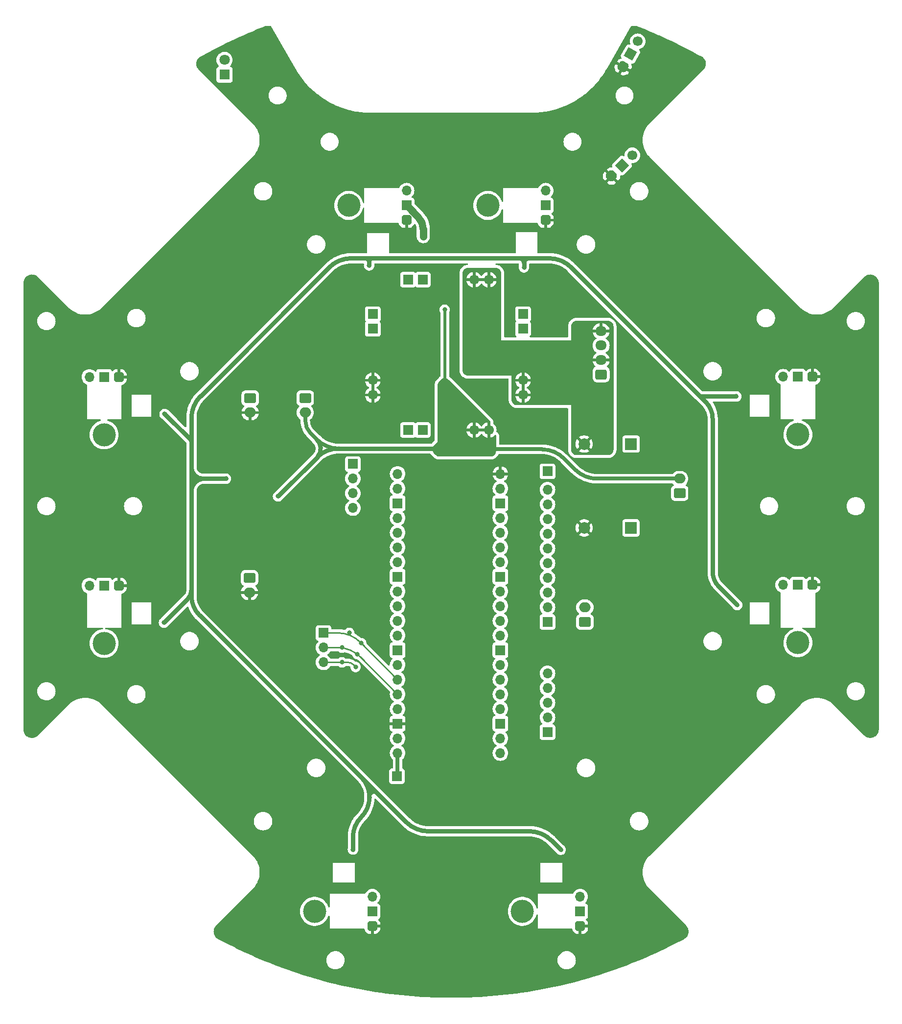
<source format=gbl>
%TF.GenerationSoftware,KiCad,Pcbnew,7.0.9*%
%TF.CreationDate,2024-01-03T16:13:27+08:00*%
%TF.ProjectId,bottom-rounded,626f7474-6f6d-42d7-926f-756e6465642e,rev?*%
%TF.SameCoordinates,Original*%
%TF.FileFunction,Copper,L2,Bot*%
%TF.FilePolarity,Positive*%
%FSLAX46Y46*%
G04 Gerber Fmt 4.6, Leading zero omitted, Abs format (unit mm)*
G04 Created by KiCad (PCBNEW 7.0.9) date 2024-01-03 16:13:27*
%MOMM*%
%LPD*%
G01*
G04 APERTURE LIST*
G04 Aperture macros list*
%AMRoundRect*
0 Rectangle with rounded corners*
0 $1 Rounding radius*
0 $2 $3 $4 $5 $6 $7 $8 $9 X,Y pos of 4 corners*
0 Add a 4 corners polygon primitive as box body*
4,1,4,$2,$3,$4,$5,$6,$7,$8,$9,$2,$3,0*
0 Add four circle primitives for the rounded corners*
1,1,$1+$1,$2,$3*
1,1,$1+$1,$4,$5*
1,1,$1+$1,$6,$7*
1,1,$1+$1,$8,$9*
0 Add four rect primitives between the rounded corners*
20,1,$1+$1,$2,$3,$4,$5,0*
20,1,$1+$1,$4,$5,$6,$7,0*
20,1,$1+$1,$6,$7,$8,$9,0*
20,1,$1+$1,$8,$9,$2,$3,0*%
%AMHorizOval*
0 Thick line with rounded ends*
0 $1 width*
0 $2 $3 position (X,Y) of the first rounded end (center of the circle)*
0 $4 $5 position (X,Y) of the second rounded end (center of the circle)*
0 Add line between two ends*
20,1,$1,$2,$3,$4,$5,0*
0 Add two circle primitives to create the rounded ends*
1,1,$1,$2,$3*
1,1,$1,$4,$5*%
%AMRotRect*
0 Rectangle, with rotation*
0 The origin of the aperture is its center*
0 $1 length*
0 $2 width*
0 $3 Rotation angle, in degrees counterclockwise*
0 Add horizontal line*
21,1,$1,$2,0,0,$3*%
%AMOutline5P*
0 Free polygon, 5 corners , with rotation*
0 The origin of the aperture is its center*
0 number of corners: always 5*
0 $1 to $10 corner X, Y*
0 $11 Rotation angle, in degrees counterclockwise*
0 create outline with 5 corners*
4,1,5,$1,$2,$3,$4,$5,$6,$7,$8,$9,$10,$1,$2,$11*%
%AMOutline6P*
0 Free polygon, 6 corners , with rotation*
0 The origin of the aperture is its center*
0 number of corners: always 6*
0 $1 to $12 corner X, Y*
0 $13 Rotation angle, in degrees counterclockwise*
0 create outline with 6 corners*
4,1,6,$1,$2,$3,$4,$5,$6,$7,$8,$9,$10,$11,$12,$1,$2,$13*%
%AMOutline7P*
0 Free polygon, 7 corners , with rotation*
0 The origin of the aperture is its center*
0 number of corners: always 7*
0 $1 to $14 corner X, Y*
0 $15 Rotation angle, in degrees counterclockwise*
0 create outline with 7 corners*
4,1,7,$1,$2,$3,$4,$5,$6,$7,$8,$9,$10,$11,$12,$13,$14,$1,$2,$15*%
%AMOutline8P*
0 Free polygon, 8 corners , with rotation*
0 The origin of the aperture is its center*
0 number of corners: always 8*
0 $1 to $16 corner X, Y*
0 $17 Rotation angle, in degrees counterclockwise*
0 create outline with 8 corners*
4,1,8,$1,$2,$3,$4,$5,$6,$7,$8,$9,$10,$11,$12,$13,$14,$15,$16,$1,$2,$17*%
G04 Aperture macros list end*
%TA.AperFunction,ComponentPad*%
%ADD10R,2.000000X2.000000*%
%TD*%
%TA.AperFunction,ComponentPad*%
%ADD11C,2.000000*%
%TD*%
%TA.AperFunction,ComponentPad*%
%ADD12R,1.700000X1.700000*%
%TD*%
%TA.AperFunction,ComponentPad*%
%ADD13C,1.700000*%
%TD*%
%TA.AperFunction,ComponentPad*%
%ADD14C,4.000000*%
%TD*%
%TA.AperFunction,ComponentPad*%
%ADD15Outline8P,-0.850000X0.510000X-0.510000X0.850000X0.510000X0.850000X0.850000X0.510000X0.850000X-0.510000X0.510000X-0.850000X-0.510000X-0.850000X-0.850000X-0.510000X270.000000*%
%TD*%
%TA.AperFunction,ComponentPad*%
%ADD16O,1.700000X1.700000*%
%TD*%
%TA.AperFunction,ComponentPad*%
%ADD17RoundRect,0.250000X0.750000X-0.600000X0.750000X0.600000X-0.750000X0.600000X-0.750000X-0.600000X0*%
%TD*%
%TA.AperFunction,ComponentPad*%
%ADD18O,2.000000X1.700000*%
%TD*%
%TA.AperFunction,ComponentPad*%
%ADD19RoundRect,0.250000X-0.750000X0.600000X-0.750000X-0.600000X0.750000X-0.600000X0.750000X0.600000X0*%
%TD*%
%TA.AperFunction,ComponentPad*%
%ADD20Outline8P,-0.850000X0.510000X-0.510000X0.850000X0.510000X0.850000X0.850000X0.510000X0.850000X-0.510000X0.510000X-0.850000X-0.510000X-0.850000X-0.850000X-0.510000X180.000000*%
%TD*%
%TA.AperFunction,ComponentPad*%
%ADD21RoundRect,0.250000X0.725000X-0.600000X0.725000X0.600000X-0.725000X0.600000X-0.725000X-0.600000X0*%
%TD*%
%TA.AperFunction,ComponentPad*%
%ADD22O,1.950000X1.700000*%
%TD*%
%TA.AperFunction,ComponentPad*%
%ADD23Outline8P,-0.850000X0.510000X-0.510000X0.850000X0.510000X0.850000X0.850000X0.510000X0.850000X-0.510000X0.510000X-0.850000X-0.510000X-0.850000X-0.850000X-0.510000X150.000000*%
%TD*%
%TA.AperFunction,ComponentPad*%
%ADD24RotRect,1.700000X1.700000X150.000000*%
%TD*%
%TA.AperFunction,ComponentPad*%
%ADD25HorizOval,1.700000X0.000000X0.000000X0.000000X0.000000X0*%
%TD*%
%TA.AperFunction,ComponentPad*%
%ADD26R,1.800000X1.800000*%
%TD*%
%TA.AperFunction,ComponentPad*%
%ADD27C,1.800000*%
%TD*%
%TA.AperFunction,ComponentPad*%
%ADD28Outline8P,-0.850000X0.510000X-0.510000X0.850000X0.510000X0.850000X0.850000X0.510000X0.850000X-0.510000X0.510000X-0.850000X-0.510000X-0.850000X-0.850000X-0.510000X135.000000*%
%TD*%
%TA.AperFunction,ComponentPad*%
%ADD29RotRect,1.700000X1.700000X135.000000*%
%TD*%
%TA.AperFunction,ComponentPad*%
%ADD30HorizOval,1.700000X0.000000X0.000000X0.000000X0.000000X0*%
%TD*%
%TA.AperFunction,ViaPad*%
%ADD31C,0.800000*%
%TD*%
%TA.AperFunction,Conductor*%
%ADD32C,0.635000*%
%TD*%
%TA.AperFunction,Conductor*%
%ADD33C,0.250000*%
%TD*%
%TA.AperFunction,Conductor*%
%ADD34C,0.760000*%
%TD*%
%TA.AperFunction,Conductor*%
%ADD35C,0.500000*%
%TD*%
%TA.AperFunction,Conductor*%
%ADD36C,1.270000*%
%TD*%
G04 APERTURE END LIST*
D10*
%TO.P,V2,1,Pin_1*%
%TO.N,GND*%
X121142200Y-89262042D03*
X121130000Y-103762042D03*
D11*
%TO.P,V2,2,Pin_2*%
%TO.N,+12V*%
X113030000Y-89262042D03*
%TO.P,V2,3,Pin_3*%
%TO.N,+3.3V*%
X113030000Y-103762042D03*
%TD*%
D12*
%TO.P,V3,1,Pin_1*%
%TO.N,GND*%
X82553727Y-86840857D03*
X85093727Y-86840857D03*
X82553727Y-60840857D03*
X85093727Y-60840857D03*
D13*
%TO.P,V3,2,Pin_2*%
%TO.N,+12V*%
X93983727Y-60840857D03*
X96523727Y-60840857D03*
%TO.P,V3,3,Pin_3*%
%TO.N,+5V*%
X93983727Y-86840857D03*
X96523727Y-86840857D03*
%TD*%
D14*
%TO.P,T2,*%
%TO.N,*%
X29972000Y-87663642D03*
D15*
%TO.P,T2,1,Pin_1*%
%TO.N,+3.3V*%
X32512000Y-77663642D03*
D12*
%TO.P,T2,2,Pin_2*%
%TO.N,GND*%
X29972000Y-77663642D03*
D16*
%TO.P,T2,3,Pin_3*%
%TO.N,TEMT2*%
X27432000Y-77663642D03*
%TD*%
%TO.P,U1,1,PB12*%
%TO.N,Net-(J5-Pin_1)*%
X98530000Y-142680000D03*
%TO.P,U1,2,PB13*%
%TO.N,Net-(J5-Pin_2)*%
X98530000Y-140140000D03*
D12*
%TO.P,U1,3,PB14*%
%TO.N,Net-(J5-Pin_3)*%
X98530000Y-137600000D03*
D16*
%TO.P,U1,4,PB15*%
%TO.N,Net-(J5-Pin_4)*%
X98530000Y-135060000D03*
%TO.P,U1,5,PA8*%
%TO.N,Net-(J5-Pin_5)*%
X98530000Y-132520000D03*
%TO.P,U1,6,PA9*%
%TO.N,PICO_RX*%
X98530000Y-129980000D03*
%TO.P,U1,7,PA10*%
%TO.N,PICO_TX*%
X98530000Y-127440000D03*
D12*
%TO.P,U1,8,PA11*%
%TO.N,Net-(J6-Pin_1)*%
X98530000Y-124900000D03*
D16*
%TO.P,U1,9,PA12*%
%TO.N,Net-(J6-Pin_2)*%
X98530000Y-122360000D03*
%TO.P,U1,10,PA15*%
%TO.N,Net-(J6-Pin_3)*%
X98530000Y-119820000D03*
%TO.P,U1,11,PB3*%
%TO.N,Net-(J6-Pin_4)*%
X98530000Y-117280000D03*
%TO.P,U1,12,PB4*%
%TO.N,Net-(J6-Pin_5)*%
X98530000Y-114740000D03*
D12*
%TO.P,U1,13,PB5*%
%TO.N,Net-(J6-Pin_6)*%
X98530000Y-112200000D03*
D16*
%TO.P,U1,14,PB6*%
%TO.N,Net-(J6-Pin_7)*%
X98530000Y-109660000D03*
%TO.P,U1,15,PB7*%
%TO.N,Net-(J6-Pin_8)*%
X98530000Y-107120000D03*
%TO.P,U1,16,PB8*%
%TO.N,Net-(J6-Pin_9)*%
X98530000Y-104580000D03*
%TO.P,U1,17,PB9*%
%TO.N,Net-(J6-Pin_10)*%
X98530000Y-102040000D03*
D12*
%TO.P,U1,18,5V*%
%TO.N,Net-(J7-Pin_1)*%
X98530000Y-99500000D03*
D16*
%TO.P,U1,19,GND*%
%TO.N,GND*%
X98530000Y-96960000D03*
%TO.P,U1,20,3V3*%
%TO.N,+3.3V*%
X98530000Y-94420000D03*
%TO.P,U1,21,VBAT*%
%TO.N,unconnected-(U1-VBAT-Pad21)*%
X80750000Y-94420000D03*
%TO.P,U1,22,PC13*%
%TO.N,Net-(J4-Pin_1)*%
X80750000Y-96960000D03*
D12*
%TO.P,U1,23,PC14*%
%TO.N,Net-(J4-Pin_2)*%
X80750000Y-99500000D03*
D16*
%TO.P,U1,24,PC15*%
%TO.N,Net-(J4-Pin_3)*%
X80750000Y-102040000D03*
%TO.P,U1,25,RST*%
%TO.N,Net-(J4-Pin_4)*%
X80750000Y-104580000D03*
%TO.P,U1,26,PA0*%
%TO.N,TEMT_BALLCAP*%
X80750000Y-107120000D03*
%TO.P,U1,27,PA1*%
%TO.N,TEMT1*%
X80750000Y-109660000D03*
D12*
%TO.P,U1,28,PA2*%
%TO.N,TEMT2*%
X80750000Y-112200000D03*
D16*
%TO.P,U1,29,PA3*%
%TO.N,TEMT3*%
X80750000Y-114740000D03*
%TO.P,U1,30,PA4*%
%TO.N,TEMT4*%
X80750000Y-117280000D03*
%TO.P,U1,31,PA5*%
%TO.N,TEMT5*%
X80750000Y-119820000D03*
%TO.P,U1,32,PA6*%
%TO.N,TEMT6*%
X80750000Y-122360000D03*
D12*
%TO.P,U1,33,PA7*%
%TO.N,TEMT7*%
X80750000Y-124900000D03*
D16*
%TO.P,U1,34,PB0*%
%TO.N,TEMT8*%
X80750000Y-127440000D03*
%TO.P,U1,35,PB1*%
%TO.N,Net-(J3-Pin_1)*%
X80750000Y-129980000D03*
%TO.P,U1,36,PB2*%
%TO.N,Net-(J3-Pin_2)*%
X80750000Y-132520000D03*
%TO.P,U1,37,PB10*%
%TO.N,Net-(J3-Pin_3)*%
X80750000Y-135060000D03*
D12*
%TO.P,U1,38,3V3*%
%TO.N,+3.3V*%
X80750000Y-137600000D03*
D16*
%TO.P,U1,39,GND*%
%TO.N,GND*%
X80750000Y-140140000D03*
%TO.P,U1,40,5V*%
%TO.N,Net-(J8-Pin_1)*%
X80750000Y-142680000D03*
%TD*%
D12*
%TO.P,J3,1,Pin_1*%
%TO.N,Net-(J3-Pin_1)*%
X67945000Y-121920000D03*
D16*
%TO.P,J3,2,Pin_2*%
%TO.N,Net-(J3-Pin_2)*%
X67945000Y-124460000D03*
%TO.P,J3,3,Pin_3*%
%TO.N,Net-(J3-Pin_3)*%
X67945000Y-127000000D03*
%TD*%
D17*
%TO.P,J1,1,Pin_1*%
%TO.N,PICO_RX*%
X113140000Y-119995000D03*
D18*
%TO.P,J1,2,Pin_2*%
%TO.N,PICO_TX*%
X113140000Y-117495000D03*
%TD*%
D19*
%TO.P,J9,1,Pin_1*%
%TO.N,GND*%
X55135000Y-112415000D03*
D18*
%TO.P,J9,2,Pin_2*%
%TO.N,+3.3V*%
X55135000Y-114915000D03*
%TD*%
D14*
%TO.P,T3,*%
%TO.N,*%
X29972000Y-123731642D03*
D15*
%TO.P,T3,1,Pin_1*%
%TO.N,+3.3V*%
X32512000Y-113731642D03*
D12*
%TO.P,T3,2,Pin_2*%
%TO.N,GND*%
X29972000Y-113731642D03*
D16*
%TO.P,T3,3,Pin_3*%
%TO.N,TEMT3*%
X27432000Y-113731642D03*
%TD*%
D14*
%TO.P,T4,*%
%TO.N,*%
X66387358Y-170053000D03*
D20*
%TO.P,T4,1,Pin_1*%
%TO.N,+3.3V*%
X76387358Y-172593000D03*
D12*
%TO.P,T4,2,Pin_2*%
%TO.N,GND*%
X76387358Y-170053000D03*
D16*
%TO.P,T4,3,Pin_3*%
%TO.N,TEMT4*%
X76387358Y-167513000D03*
%TD*%
D14*
%TO.P,T7,*%
%TO.N,*%
X149987000Y-123604642D03*
D15*
%TO.P,T7,1,Pin_1*%
%TO.N,+3.3V*%
X152527000Y-113604642D03*
D12*
%TO.P,T7,2,Pin_2*%
%TO.N,GND*%
X149987000Y-113604642D03*
D16*
%TO.P,T7,3,Pin_3*%
%TO.N,TEMT7*%
X147447000Y-113604642D03*
%TD*%
D19*
%TO.P,J12,1,Pin_1*%
%TO.N,GND*%
X64770000Y-81320000D03*
D18*
%TO.P,J12,2,Pin_2*%
%TO.N,+5V*%
X64770000Y-83820000D03*
%TD*%
D21*
%TO.P,J2,1,Pin_1*%
%TO.N,GND*%
X115951000Y-77223000D03*
D22*
%TO.P,J2,2,Pin_2*%
%TO.N,+12V*%
X115951000Y-74723000D03*
%TO.P,J2,3,Pin_3*%
%TO.N,GND*%
X115951000Y-72223000D03*
%TO.P,J2,4,Pin_4*%
%TO.N,+12V*%
X115951000Y-69723000D03*
%TD*%
D14*
%TO.P,T8,*%
%TO.N,*%
X102328358Y-170053000D03*
D20*
%TO.P,T8,1,Pin_1*%
%TO.N,+3.3V*%
X112328358Y-172593000D03*
D12*
%TO.P,T8,2,Pin_2*%
%TO.N,GND*%
X112328358Y-170053000D03*
D16*
%TO.P,T8,3,Pin_3*%
%TO.N,TEMT8*%
X112328358Y-167513000D03*
%TD*%
D12*
%TO.P,V1,1,Pin_1*%
%TO.N,GND*%
X76454000Y-66802000D03*
X76454000Y-69342000D03*
X102454000Y-66802000D03*
X102454000Y-69342000D03*
D13*
%TO.P,V1,2,Pin_2*%
%TO.N,+12V*%
X102454000Y-78232000D03*
X102454000Y-80772000D03*
%TO.P,V1,3,Pin_3*%
%TO.N,+3.3V*%
X76454000Y-78232000D03*
X76454000Y-80772000D03*
%TD*%
D14*
%TO.P,T5,*%
%TO.N,*%
X96359358Y-48006000D03*
D20*
%TO.P,T5,1,Pin_1*%
%TO.N,+3.3V*%
X106359358Y-50546000D03*
D12*
%TO.P,T5,2,Pin_2*%
%TO.N,GND*%
X106359358Y-48006000D03*
D16*
%TO.P,T5,3,Pin_3*%
%TO.N,TEMT5*%
X106359358Y-45466000D03*
%TD*%
D12*
%TO.P,J5,1,Pin_1*%
%TO.N,Net-(J5-Pin_1)*%
X106680000Y-139065000D03*
D16*
%TO.P,J5,2,Pin_2*%
%TO.N,Net-(J5-Pin_2)*%
X106680000Y-136525000D03*
%TO.P,J5,3,Pin_3*%
%TO.N,Net-(J5-Pin_3)*%
X106680000Y-133985000D03*
%TO.P,J5,4,Pin_4*%
%TO.N,Net-(J5-Pin_4)*%
X106680000Y-131445000D03*
%TO.P,J5,5,Pin_5*%
%TO.N,Net-(J5-Pin_5)*%
X106680000Y-128905000D03*
%TD*%
D14*
%TO.P,T1,*%
%TO.N,*%
X72296000Y-48006000D03*
D20*
%TO.P,T1,1,Pin_1*%
%TO.N,+3.3V*%
X82296000Y-50546000D03*
D12*
%TO.P,T1,2,Pin_2*%
%TO.N,GND*%
X82296000Y-48006000D03*
D16*
%TO.P,T1,3,Pin_3*%
%TO.N,TEMT1*%
X82296000Y-45466000D03*
%TD*%
D17*
%TO.P,J11,1,Pin_1*%
%TO.N,GND*%
X129540000Y-97750000D03*
D18*
%TO.P,J11,2,Pin_2*%
%TO.N,+5V*%
X129540000Y-95250000D03*
%TD*%
D14*
%TO.P,T6,*%
%TO.N,*%
X149987000Y-87630000D03*
D15*
%TO.P,T6,1,Pin_1*%
%TO.N,+3.3V*%
X152527000Y-77630000D03*
D12*
%TO.P,T6,2,Pin_2*%
%TO.N,GND*%
X149987000Y-77630000D03*
D16*
%TO.P,T6,3,Pin_3*%
%TO.N,TEMT6*%
X147447000Y-77630000D03*
%TD*%
D23*
%TO.P,T9,1,Pin_1*%
%TO.N,+3.3V*%
X119761000Y-24037331D03*
D24*
%TO.P,T9,2,Pin_2*%
%TO.N,GND*%
X121031000Y-21837626D03*
D25*
%TO.P,T9,3,Pin_3*%
%TO.N,TEMT_BALLCAP*%
X122301000Y-19637922D03*
%TD*%
D12*
%TO.P,J4,1,Pin_1*%
%TO.N,Net-(J4-Pin_1)*%
X73025000Y-92710000D03*
D16*
%TO.P,J4,2,Pin_2*%
%TO.N,Net-(J4-Pin_2)*%
X73025000Y-95250000D03*
%TO.P,J4,3,Pin_3*%
%TO.N,Net-(J4-Pin_3)*%
X73025000Y-97790000D03*
%TO.P,J4,4,Pin_4*%
%TO.N,Net-(J4-Pin_4)*%
X73025000Y-100330000D03*
%TD*%
D19*
%TO.P,J10,1,Pin_1*%
%TO.N,GND*%
X55245000Y-81320000D03*
D18*
%TO.P,J10,2,Pin_2*%
%TO.N,+3.3V*%
X55245000Y-83820000D03*
%TD*%
D12*
%TO.P,J7,1,Pin_1*%
%TO.N,Net-(J7-Pin_1)*%
X106680000Y-93980000D03*
%TD*%
%TO.P,J8,1,Pin_1*%
%TO.N,Net-(J8-Pin_1)*%
X80645000Y-146685000D03*
%TD*%
D26*
%TO.P,D9,1,K*%
%TO.N,GND*%
X50800000Y-25400000D03*
D27*
%TO.P,D9,2,A*%
%TO.N,Net-(D9-A)*%
X50800000Y-22860000D03*
%TD*%
D12*
%TO.P,J6,1,Pin_1*%
%TO.N,Net-(J6-Pin_1)*%
X106680000Y-120015000D03*
D16*
%TO.P,J6,2,Pin_2*%
%TO.N,Net-(J6-Pin_2)*%
X106680000Y-117475000D03*
%TO.P,J6,3,Pin_3*%
%TO.N,Net-(J6-Pin_3)*%
X106680000Y-114935000D03*
%TO.P,J6,4,Pin_4*%
%TO.N,Net-(J6-Pin_4)*%
X106680000Y-112395000D03*
%TO.P,J6,5,Pin_5*%
%TO.N,Net-(J6-Pin_5)*%
X106680000Y-109855000D03*
%TO.P,J6,6,Pin_6*%
%TO.N,Net-(J6-Pin_6)*%
X106680000Y-107315000D03*
%TO.P,J6,7,Pin_7*%
%TO.N,Net-(J6-Pin_7)*%
X106680000Y-104775000D03*
%TO.P,J6,8,Pin_8*%
%TO.N,Net-(J6-Pin_8)*%
X106680000Y-102235000D03*
%TO.P,J6,9,Pin_9*%
%TO.N,Net-(J6-Pin_9)*%
X106680000Y-99695000D03*
%TO.P,J6,10,Pin_10*%
%TO.N,Net-(J6-Pin_10)*%
X106680000Y-97155000D03*
%TD*%
D28*
%TO.P,T10,1,Pin_1*%
%TO.N,+3.3V*%
X117748582Y-42926309D03*
D29*
%TO.P,T10,2,Pin_2*%
%TO.N,GND*%
X119544633Y-41130258D03*
D30*
%TO.P,T10,3,Pin_3*%
%TO.N,TEMT_BALLCAP*%
X121340684Y-39334207D03*
%TD*%
D31*
%TO.N,+3.3V*%
X60071000Y-91948000D03*
%TO.N,GND*%
X85191600Y-53390800D03*
%TO.N,V_LED*%
X40436800Y-84074000D03*
X73025000Y-159359600D03*
X75819000Y-58369200D03*
X139344400Y-81026000D03*
X108966000Y-159410400D03*
X139496800Y-117094000D03*
X102616000Y-58724800D03*
X51054000Y-95250000D03*
X40335200Y-120142000D03*
%TO.N,+5V*%
X60071000Y-98298000D03*
X88900000Y-66040000D03*
%TO.N,Net-(J3-Pin_1)*%
X72390000Y-121920000D03*
X74445000Y-123675000D03*
%TO.N,Net-(J3-Pin_2)*%
X73810000Y-125580000D03*
X71120000Y-124460000D03*
%TO.N,Net-(J3-Pin_3)*%
X73492500Y-127802500D03*
X71120000Y-127000000D03*
%TD*%
D32*
%TO.N,Net-(J8-Pin_1)*%
X80697484Y-146632484D02*
G75*
G03*
X80750000Y-146505753I-126784J126784D01*
G01*
D33*
%TO.N,Net-(J3-Pin_3)*%
X73091236Y-127401264D02*
G75*
G03*
X72122546Y-127000000I-968736J-968736D01*
G01*
%TO.N,Net-(J3-Pin_2)*%
X74283784Y-126053800D02*
G75*
G03*
X70436036Y-124460000I-3847784J-3847800D01*
G01*
%TO.N,Net-(J3-Pin_1)*%
X74283784Y-123513800D02*
G75*
G03*
X70436036Y-121920000I-3847784J-3847800D01*
G01*
D32*
%TO.N,+5V*%
X109543784Y-91763800D02*
G75*
G03*
X105696036Y-90170000I-3847784J-3847800D01*
G01*
X64769985Y-85153500D02*
G75*
G03*
X65712927Y-87429925I3219315J0D01*
G01*
D34*
X66911785Y-91457210D02*
G75*
G03*
X66732207Y-88449207I-1604555J1413570D01*
G01*
X70579963Y-90042995D02*
G75*
G03*
X66911788Y-91457213I-121263J-5149805D01*
G01*
D32*
X66732215Y-88449199D02*
G75*
G03*
X70579963Y-90043000I3847785J3847799D01*
G01*
X111436215Y-93656199D02*
G75*
G03*
X115283963Y-95250000I3847785J3847799D01*
G01*
D35*
X88900000Y-78183935D02*
X88900000Y-80566065D01*
D34*
%TO.N,V_LED*%
X102616000Y-57937400D02*
G75*
G03*
X101828600Y-57150000I-787400J0D01*
G01*
X103403400Y-57150000D02*
G75*
G03*
X102616000Y-57937400I0J-787400D01*
G01*
X135254989Y-111353600D02*
G75*
G03*
X136314671Y-113911869I3617911J0D01*
G01*
X46656542Y-80978453D02*
G75*
G03*
X45085000Y-84772500I3794058J-3794047D01*
G01*
X110813784Y-58743800D02*
G75*
G03*
X106966036Y-57150000I-3847784J-3847800D01*
G01*
X44429438Y-116047755D02*
G75*
G03*
X45085000Y-114465100I-1582638J1582655D01*
G01*
X40539944Y-84100936D02*
G75*
G03*
X40474900Y-84074000I-65044J-65064D01*
G01*
X107359384Y-157803800D02*
G75*
G03*
X103511636Y-156210000I-3847784J-3847800D01*
G01*
X72738963Y-57149960D02*
G75*
G03*
X68891208Y-58743793I37J-5441540D01*
G01*
X45085003Y-88900000D02*
G75*
G03*
X44905394Y-88466394I-613203J0D01*
G01*
X135255021Y-84891248D02*
G75*
G03*
X134048500Y-81978500I-4119321J-52D01*
G01*
X74453738Y-153765238D02*
G75*
G03*
X75882500Y-150315942I-3449338J3449338D01*
G01*
X45085000Y-114465100D02*
X45085000Y-114465100D01*
X132969000Y-80899000D02*
X132969000Y-80899000D01*
X45085007Y-115506500D02*
G75*
G03*
X46476940Y-118866938I4752393J0D01*
G01*
X75882494Y-150304500D02*
G75*
G03*
X74445658Y-146835660I-4905694J0D01*
G01*
X77027948Y-149417957D02*
G75*
G03*
X75882501Y-150304500I-362148J-715343D01*
G01*
X82226215Y-154616199D02*
G75*
G03*
X86073963Y-156210000I3847785J3847799D01*
G01*
X74453762Y-153765262D02*
G75*
G03*
X73025000Y-157214557I3449338J-3449338D01*
G01*
X45085000Y-88900000D02*
X45085000Y-88900000D01*
X132968998Y-80899002D02*
G75*
G03*
X133275605Y-81026000I306602J306602D01*
G01*
X47084994Y-95249954D02*
G75*
G03*
X45085000Y-97593144I186306J-2184146D01*
G01*
X45085000Y-93250001D02*
G75*
G03*
X47084998Y-95250000I2000000J1D01*
G01*
X75819000Y-57759600D02*
G75*
G03*
X75209400Y-57150000I-609600J0D01*
G01*
X76428600Y-57150000D02*
G75*
G03*
X75819000Y-57759600I0J-609600D01*
G01*
X101828600Y-57150000D02*
X103403400Y-57150000D01*
X45085000Y-114465100D02*
X45085000Y-112610900D01*
X45085000Y-112610900D02*
X45085000Y-114465100D01*
X135255000Y-108356400D02*
X135255000Y-111353600D01*
X132969000Y-80899000D02*
X132715000Y-80645000D01*
X132715000Y-80645000D02*
X132969000Y-80899000D01*
X74445659Y-146835659D02*
X77027951Y-149417951D01*
X45085000Y-89408000D02*
X45085000Y-88900000D01*
X45085000Y-88900000D02*
X45085000Y-89408000D01*
X45085000Y-85915500D02*
X45085000Y-88074500D01*
X45085000Y-97593144D02*
X45085000Y-93250001D01*
X75209400Y-57150000D02*
X76428600Y-57150000D01*
D36*
%TO.N,GND*%
X85191608Y-52146200D02*
G75*
G03*
X84311533Y-50021535I-3004708J0D01*
G01*
X85191600Y-52146200D02*
X85191600Y-53390800D01*
X84311534Y-50021534D02*
X82296000Y-48006000D01*
D34*
%TO.N,V_LED*%
X73025000Y-159359600D02*
X73025000Y-157214557D01*
X45085000Y-89408000D02*
X45085000Y-93250001D01*
X45085000Y-84772500D02*
X45085000Y-85915500D01*
X77027951Y-149417951D02*
X82226207Y-154616207D01*
X139344400Y-81026000D02*
X133275605Y-81026000D01*
X45085000Y-88900000D02*
X45085000Y-88074500D01*
X75819000Y-58369200D02*
X75819000Y-57759600D01*
X108966000Y-159410400D02*
X107359392Y-157803792D01*
X46476939Y-118866939D02*
X74445659Y-146835659D01*
X101828600Y-57150000D02*
X76428600Y-57150000D01*
X51054000Y-95250000D02*
X47084998Y-95250000D01*
X136314670Y-113911870D02*
X139496800Y-117094000D01*
X103511636Y-156210000D02*
X86073963Y-156210000D01*
X40474900Y-84074000D02*
X40436800Y-84074000D01*
X40539940Y-84100940D02*
X44905394Y-88466394D01*
X103403400Y-57150000D02*
X106966036Y-57150000D01*
X134048500Y-81978500D02*
X132969000Y-80899000D01*
X135255000Y-84891248D02*
X135255000Y-108356400D01*
X45085000Y-112610900D02*
X45085000Y-97593144D01*
X102616000Y-57937400D02*
X102616000Y-58724800D01*
X44429441Y-116047758D02*
X40335200Y-120142000D01*
X72738963Y-57150000D02*
X75209400Y-57150000D01*
X45085000Y-114465100D02*
X45085000Y-115506500D01*
X75882500Y-150315942D02*
X75882500Y-150304500D01*
X46656544Y-80978455D02*
X68891207Y-58743792D01*
X110813792Y-58743792D02*
X132715000Y-80645000D01*
%TO.N,+5V*%
X66911787Y-91457212D02*
X60071000Y-98298000D01*
D32*
X65712926Y-87429926D02*
X66732207Y-88449207D01*
X115283963Y-95250000D02*
X129540000Y-95250000D01*
D34*
X70579963Y-90043000D02*
X90781584Y-90043000D01*
D32*
X105696036Y-90170000D02*
X95885000Y-90170000D01*
X109543792Y-91763792D02*
X111436207Y-93656207D01*
D35*
X88900000Y-80566065D02*
X88900000Y-81757130D01*
X88900000Y-78183935D02*
X88900000Y-66040000D01*
D32*
X64770000Y-85153500D02*
X64770000Y-83820000D01*
D33*
%TO.N,Net-(J3-Pin_1)*%
X70436036Y-121920000D02*
X67945000Y-121920000D01*
X74283792Y-123513792D02*
X80750000Y-129980000D01*
%TO.N,Net-(J3-Pin_2)*%
X70436036Y-124460000D02*
X67945000Y-124460000D01*
X74283792Y-126053792D02*
X80750000Y-132520000D01*
%TO.N,Net-(J3-Pin_3)*%
X73492500Y-127802500D02*
X73091250Y-127401250D01*
X72122546Y-127000000D02*
X67945000Y-127000000D01*
D32*
%TO.N,Net-(J8-Pin_1)*%
X80697500Y-146632500D02*
X80645000Y-146685000D01*
X80750000Y-146505753D02*
X80750000Y-142680000D01*
%TD*%
%TA.AperFunction,Conductor*%
%TO.N,+12V*%
G36*
X96055045Y-60626817D02*
G01*
X96013727Y-60767530D01*
X96013727Y-60914184D01*
X96055045Y-61054897D01*
X96078155Y-61090857D01*
X94429299Y-61090857D01*
X94452409Y-61054897D01*
X94493727Y-60914184D01*
X94493727Y-60767530D01*
X94452409Y-60626817D01*
X94429299Y-60590857D01*
X96078155Y-60590857D01*
X96055045Y-60626817D01*
G37*
%TD.AperFunction*%
%TA.AperFunction,Conductor*%
G36*
X97682032Y-58775899D02*
G01*
X97743067Y-58781910D01*
X97861941Y-58793618D01*
X97885769Y-58798357D01*
X98050001Y-58848176D01*
X98072453Y-58857477D01*
X98223798Y-58938372D01*
X98244010Y-58951877D01*
X98376666Y-59060745D01*
X98393854Y-59077933D01*
X98502722Y-59210589D01*
X98516227Y-59230801D01*
X98597121Y-59382143D01*
X98606424Y-59404601D01*
X98656240Y-59568824D01*
X98660982Y-59592665D01*
X98678701Y-59772567D01*
X98679000Y-59778648D01*
X98679000Y-77444600D01*
X92951049Y-77444600D01*
X92944968Y-77444301D01*
X92765065Y-77426582D01*
X92741224Y-77421840D01*
X92577001Y-77372024D01*
X92554543Y-77362721D01*
X92403201Y-77281827D01*
X92382989Y-77268322D01*
X92250333Y-77159454D01*
X92233145Y-77142266D01*
X92124277Y-77009610D01*
X92110772Y-76989398D01*
X92029878Y-76838056D01*
X92020575Y-76815598D01*
X91970757Y-76651369D01*
X91966018Y-76627541D01*
X91948299Y-76447632D01*
X91948000Y-76441551D01*
X91948000Y-61090857D01*
X92653091Y-61090857D01*
X92710294Y-61304343D01*
X92710297Y-61304349D01*
X92810126Y-61518435D01*
X92945621Y-61711939D01*
X93112644Y-61878962D01*
X93306148Y-62014457D01*
X93520234Y-62114286D01*
X93520243Y-62114290D01*
X93733727Y-62171491D01*
X93733727Y-61287351D01*
X93838566Y-61335230D01*
X93947254Y-61350857D01*
X94020200Y-61350857D01*
X94128888Y-61335230D01*
X94233727Y-61287351D01*
X94233727Y-62171490D01*
X94447210Y-62114290D01*
X94447219Y-62114286D01*
X94661305Y-62014457D01*
X94854809Y-61878962D01*
X95021832Y-61711939D01*
X95152152Y-61525825D01*
X95206729Y-61482201D01*
X95276228Y-61475008D01*
X95338582Y-61506530D01*
X95355302Y-61525825D01*
X95485621Y-61711939D01*
X95652644Y-61878962D01*
X95846148Y-62014457D01*
X96060234Y-62114286D01*
X96060243Y-62114290D01*
X96273727Y-62171491D01*
X96273727Y-61287351D01*
X96378566Y-61335230D01*
X96487254Y-61350857D01*
X96560200Y-61350857D01*
X96668888Y-61335230D01*
X96773727Y-61287351D01*
X96773727Y-62171490D01*
X96987210Y-62114290D01*
X96987219Y-62114286D01*
X97201305Y-62014457D01*
X97394809Y-61878962D01*
X97561832Y-61711939D01*
X97697327Y-61518435D01*
X97797156Y-61304349D01*
X97797159Y-61304343D01*
X97854363Y-61090857D01*
X96969299Y-61090857D01*
X96992409Y-61054897D01*
X97033727Y-60914184D01*
X97033727Y-60767530D01*
X96992409Y-60626817D01*
X96969299Y-60590857D01*
X97854363Y-60590857D01*
X97854362Y-60590856D01*
X97797159Y-60377370D01*
X97797156Y-60377364D01*
X97697327Y-60163279D01*
X97697326Y-60163277D01*
X97561840Y-59969783D01*
X97561835Y-59969777D01*
X97394809Y-59802751D01*
X97201305Y-59667256D01*
X96987219Y-59567427D01*
X96987213Y-59567424D01*
X96773727Y-59510221D01*
X96773727Y-60394362D01*
X96668888Y-60346484D01*
X96560200Y-60330857D01*
X96487254Y-60330857D01*
X96378566Y-60346484D01*
X96273727Y-60394362D01*
X96273727Y-59510221D01*
X96273726Y-59510221D01*
X96060240Y-59567424D01*
X96060234Y-59567427D01*
X95846149Y-59667256D01*
X95846147Y-59667257D01*
X95652653Y-59802743D01*
X95652647Y-59802748D01*
X95485618Y-59969777D01*
X95485617Y-59969779D01*
X95355302Y-60155888D01*
X95300725Y-60199512D01*
X95231226Y-60206705D01*
X95168872Y-60175183D01*
X95152152Y-60155888D01*
X95021836Y-59969779D01*
X95021835Y-59969777D01*
X94854809Y-59802751D01*
X94661305Y-59667256D01*
X94447219Y-59567427D01*
X94447213Y-59567424D01*
X94233727Y-59510221D01*
X94233727Y-60394362D01*
X94128888Y-60346484D01*
X94020200Y-60330857D01*
X93947254Y-60330857D01*
X93838566Y-60346484D01*
X93733727Y-60394362D01*
X93733727Y-59510221D01*
X93733726Y-59510221D01*
X93520240Y-59567424D01*
X93520234Y-59567427D01*
X93306149Y-59667256D01*
X93306147Y-59667257D01*
X93112653Y-59802743D01*
X93112647Y-59802748D01*
X92945618Y-59969777D01*
X92945613Y-59969783D01*
X92810127Y-60163277D01*
X92810126Y-60163279D01*
X92710297Y-60377364D01*
X92710294Y-60377370D01*
X92653091Y-60590856D01*
X92653091Y-60590857D01*
X93538155Y-60590857D01*
X93515045Y-60626817D01*
X93473727Y-60767530D01*
X93473727Y-60914184D01*
X93515045Y-61054897D01*
X93538155Y-61090857D01*
X92653091Y-61090857D01*
X91948000Y-61090857D01*
X91948000Y-59778648D01*
X91948299Y-59772567D01*
X91958671Y-59667256D01*
X91966018Y-59592656D01*
X91970757Y-59568832D01*
X92020577Y-59404594D01*
X92029875Y-59382149D01*
X92110775Y-59230795D01*
X92124272Y-59210595D01*
X92233149Y-59077928D01*
X92250328Y-59060749D01*
X92382995Y-58951872D01*
X92403195Y-58938375D01*
X92554549Y-58857475D01*
X92576994Y-58848177D01*
X92741232Y-58798357D01*
X92765056Y-58793618D01*
X92879501Y-58782346D01*
X92944969Y-58775899D01*
X92951049Y-58775600D01*
X97675951Y-58775600D01*
X97682032Y-58775899D01*
G37*
%TD.AperFunction*%
%TD*%
%TA.AperFunction,Conductor*%
%TO.N,V_LED*%
G36*
X45290203Y-93804649D02*
G01*
X45296681Y-93810681D01*
X46644741Y-95158741D01*
X46678226Y-95220064D01*
X46673242Y-95289756D01*
X46641167Y-95337538D01*
X45293107Y-96581901D01*
X45230494Y-96612908D01*
X45161058Y-96605142D01*
X45106842Y-96561069D01*
X45085061Y-96494681D01*
X45085000Y-96490785D01*
X45085000Y-93898362D01*
X45104685Y-93831323D01*
X45157489Y-93785568D01*
X45226647Y-93775624D01*
X45290203Y-93804649D01*
G37*
%TD.AperFunction*%
%TD*%
%TA.AperFunction,Conductor*%
%TO.N,+3.3V*%
G36*
X76704000Y-80325505D02*
G01*
X76599161Y-80277627D01*
X76490473Y-80262000D01*
X76417527Y-80262000D01*
X76308839Y-80277627D01*
X76204000Y-80325505D01*
X76204000Y-78678494D01*
X76308839Y-78726373D01*
X76417527Y-78742000D01*
X76490473Y-78742000D01*
X76599161Y-78726373D01*
X76704000Y-78678494D01*
X76704000Y-80325505D01*
G37*
%TD.AperFunction*%
%TA.AperFunction,Conductor*%
G36*
X58834905Y-17020185D02*
G01*
X58875252Y-17062499D01*
X63046625Y-24287529D01*
X63173549Y-24507368D01*
X63173556Y-24507378D01*
X63356486Y-24824220D01*
X63356487Y-24824221D01*
X63356486Y-24824221D01*
X63522632Y-25081464D01*
X63762407Y-25452709D01*
X63762408Y-25452710D01*
X63762416Y-25452722D01*
X64199152Y-26060186D01*
X64199153Y-26060186D01*
X64428575Y-26347873D01*
X64665640Y-26645143D01*
X65160695Y-27206108D01*
X65160696Y-27206108D01*
X65506028Y-27560160D01*
X65683101Y-27741705D01*
X66231554Y-28250594D01*
X66804693Y-28731515D01*
X66965665Y-28853446D01*
X67401084Y-29183263D01*
X68019258Y-29604727D01*
X68180824Y-29703458D01*
X68657670Y-29994853D01*
X69141366Y-30258260D01*
X69314738Y-30352673D01*
X69705661Y-30540932D01*
X69988823Y-30677296D01*
X69988824Y-30677297D01*
X70678243Y-30967911D01*
X70678243Y-30967910D01*
X70678252Y-30967914D01*
X71381309Y-31223806D01*
X72096248Y-31444335D01*
X72821291Y-31628954D01*
X73063528Y-31677923D01*
X73554636Y-31777203D01*
X73554637Y-31777203D01*
X73755853Y-31807531D01*
X73756377Y-31807775D01*
X73765023Y-31808912D01*
X74294456Y-31888712D01*
X74515671Y-31910848D01*
X74518573Y-31912025D01*
X74560076Y-31915291D01*
X74845558Y-31943858D01*
X75038916Y-31963207D01*
X75070325Y-31964774D01*
X75279752Y-31975226D01*
X75285079Y-31977083D01*
X75352175Y-31978841D01*
X75786163Y-32000500D01*
X75786165Y-32000500D01*
X104213837Y-32000500D01*
X104368993Y-31992756D01*
X104647873Y-31978837D01*
X104713241Y-31977126D01*
X104720259Y-31975225D01*
X104948516Y-31963833D01*
X104961084Y-31963206D01*
X104961083Y-31963206D01*
X105440073Y-31915275D01*
X105480538Y-31912091D01*
X105484370Y-31910842D01*
X105705543Y-31888711D01*
X106235077Y-31808896D01*
X106243495Y-31807788D01*
X106244183Y-31807524D01*
X106264558Y-31804453D01*
X106445364Y-31777202D01*
X106445363Y-31777202D01*
X106816887Y-31702096D01*
X107178709Y-31628952D01*
X107903751Y-31444334D01*
X107903757Y-31444332D01*
X107903756Y-31444333D01*
X108264320Y-31333113D01*
X108618690Y-31223804D01*
X109321747Y-30967912D01*
X109321756Y-30967908D01*
X109321756Y-30967909D01*
X110011175Y-30677294D01*
X110011176Y-30677293D01*
X110685261Y-30352671D01*
X110685274Y-30352664D01*
X110685275Y-30352664D01*
X111342329Y-29994851D01*
X111612471Y-29829770D01*
X111980741Y-29604725D01*
X112598915Y-29183262D01*
X112840854Y-29000000D01*
X118444706Y-29000000D01*
X118463853Y-29243297D01*
X118463853Y-29243300D01*
X118463854Y-29243302D01*
X118520827Y-29480609D01*
X118520830Y-29480619D01*
X118614222Y-29706089D01*
X118741737Y-29914173D01*
X118741738Y-29914176D01*
X118741741Y-29914179D01*
X118900241Y-30099759D01*
X119033710Y-30213752D01*
X119085823Y-30258261D01*
X119085826Y-30258262D01*
X119293911Y-30385777D01*
X119293910Y-30385777D01*
X119307542Y-30391423D01*
X119332044Y-30401572D01*
X119334258Y-30402555D01*
X119336127Y-30403263D01*
X119519388Y-30479172D01*
X119519389Y-30479172D01*
X119519391Y-30479173D01*
X119533134Y-30482472D01*
X119559260Y-30488744D01*
X119562017Y-30489474D01*
X119568057Y-30491223D01*
X119568061Y-30491225D01*
X119578290Y-30493313D01*
X119756698Y-30536146D01*
X119803995Y-30539868D01*
X119811542Y-30540932D01*
X119812864Y-30541202D01*
X119829414Y-30541868D01*
X120000000Y-30555294D01*
X120051386Y-30551249D01*
X120058730Y-30551109D01*
X120062514Y-30551262D01*
X120083293Y-30548738D01*
X120243302Y-30536146D01*
X120297465Y-30523142D01*
X120304439Y-30521887D01*
X120310544Y-30521146D01*
X120332268Y-30514853D01*
X120334972Y-30514137D01*
X120480612Y-30479172D01*
X120535940Y-30456254D01*
X120542404Y-30453987D01*
X120550532Y-30451633D01*
X120572788Y-30441072D01*
X120575497Y-30439869D01*
X120706089Y-30385777D01*
X120760830Y-30352231D01*
X120766604Y-30349104D01*
X120776261Y-30344523D01*
X120797464Y-30329886D01*
X120800241Y-30328080D01*
X120914179Y-30258259D01*
X120966309Y-30213735D01*
X120971306Y-30209892D01*
X120981885Y-30202591D01*
X121000901Y-30184324D01*
X121003493Y-30181976D01*
X121099759Y-30099759D01*
X121147157Y-30044262D01*
X121151349Y-30039817D01*
X121162079Y-30029512D01*
X121177953Y-30008386D01*
X121180325Y-30005427D01*
X121258259Y-29914179D01*
X121298786Y-29848044D01*
X121302044Y-29843252D01*
X121312176Y-29829770D01*
X121324315Y-29806639D01*
X121326306Y-29803136D01*
X121385777Y-29706089D01*
X121417238Y-29630133D01*
X121419601Y-29625088D01*
X121428288Y-29608537D01*
X121436346Y-29584399D01*
X121437846Y-29580381D01*
X121479172Y-29480612D01*
X121499488Y-29395990D01*
X121500947Y-29390894D01*
X121507408Y-29371543D01*
X121511343Y-29347326D01*
X121512229Y-29342918D01*
X121536146Y-29243302D01*
X121543361Y-29151623D01*
X121543973Y-29146547D01*
X121547487Y-29124926D01*
X121548146Y-29092153D01*
X121548324Y-29088560D01*
X121555294Y-29000000D01*
X121548323Y-28911433D01*
X121548146Y-28907842D01*
X121547487Y-28875074D01*
X121543972Y-28853446D01*
X121543360Y-28848367D01*
X121536146Y-28756702D01*
X121536146Y-28756698D01*
X121512239Y-28657123D01*
X121511335Y-28652620D01*
X121507408Y-28628457D01*
X121500955Y-28609129D01*
X121499482Y-28603987D01*
X121479172Y-28519388D01*
X121437858Y-28419648D01*
X121436335Y-28415568D01*
X121428288Y-28391463D01*
X121419609Y-28374927D01*
X121417238Y-28369867D01*
X121385777Y-28293911D01*
X121326308Y-28196867D01*
X121324308Y-28193346D01*
X121312176Y-28170230D01*
X121302066Y-28156776D01*
X121298766Y-28151923D01*
X121258260Y-28085823D01*
X121258259Y-28085821D01*
X121180341Y-27994591D01*
X121177944Y-27991601D01*
X121162079Y-27970488D01*
X121151354Y-27960186D01*
X121147156Y-27955735D01*
X121099759Y-27900241D01*
X121003513Y-27818039D01*
X121000885Y-27815659D01*
X120981885Y-27797409D01*
X120977219Y-27794188D01*
X120971333Y-27790125D01*
X120966287Y-27786245D01*
X120914179Y-27741741D01*
X120914170Y-27741734D01*
X120800273Y-27671938D01*
X120797450Y-27670101D01*
X120776264Y-27655478D01*
X120776260Y-27655476D01*
X120766608Y-27650895D01*
X120760796Y-27647746D01*
X120728206Y-27627776D01*
X120706089Y-27614223D01*
X120706083Y-27614220D01*
X120706077Y-27614217D01*
X120575569Y-27560160D01*
X120572716Y-27558893D01*
X120550533Y-27548367D01*
X120550519Y-27548362D01*
X120542406Y-27546011D01*
X120535933Y-27543741D01*
X120480622Y-27520831D01*
X120480606Y-27520826D01*
X120335002Y-27485868D01*
X120332231Y-27485134D01*
X120310547Y-27478855D01*
X120310548Y-27478855D01*
X120310544Y-27478854D01*
X120310536Y-27478853D01*
X120310525Y-27478851D01*
X120304427Y-27478109D01*
X120297437Y-27476850D01*
X120243302Y-27463854D01*
X120083297Y-27451261D01*
X120062525Y-27448739D01*
X120062520Y-27448738D01*
X120062514Y-27448738D01*
X120062508Y-27448738D01*
X120062504Y-27448738D01*
X120058731Y-27448890D01*
X120051376Y-27448748D01*
X120000000Y-27444706D01*
X119829417Y-27458130D01*
X119812869Y-27458797D01*
X119812833Y-27458801D01*
X119811503Y-27459073D01*
X119803988Y-27460131D01*
X119756706Y-27463853D01*
X119756701Y-27463853D01*
X119756698Y-27463854D01*
X119756695Y-27463854D01*
X119756693Y-27463855D01*
X119578287Y-27506687D01*
X119568059Y-27508775D01*
X119562015Y-27510525D01*
X119559247Y-27511258D01*
X119519390Y-27520827D01*
X119519385Y-27520828D01*
X119336127Y-27596736D01*
X119334250Y-27597448D01*
X119332041Y-27598428D01*
X119293910Y-27614223D01*
X119293904Y-27614226D01*
X119085826Y-27741737D01*
X119085823Y-27741738D01*
X118900241Y-27900241D01*
X118741738Y-28085823D01*
X118741737Y-28085826D01*
X118614222Y-28293910D01*
X118520830Y-28519380D01*
X118463853Y-28756702D01*
X118444706Y-29000000D01*
X112840854Y-29000000D01*
X113041037Y-28848367D01*
X113195306Y-28731513D01*
X113768446Y-28250593D01*
X114316898Y-27741703D01*
X114573274Y-27478855D01*
X114839304Y-27206108D01*
X114839305Y-27206108D01*
X115334360Y-26645143D01*
X115571425Y-26347873D01*
X115800847Y-26060186D01*
X115800848Y-26060186D01*
X116237585Y-25452723D01*
X116237588Y-25452718D01*
X116237594Y-25452710D01*
X116574550Y-24931000D01*
X116643515Y-24824222D01*
X116643514Y-24824222D01*
X116643515Y-24824221D01*
X116813895Y-24529111D01*
X116813899Y-24529108D01*
X116830850Y-24499749D01*
X117084731Y-24060014D01*
X118264772Y-24060014D01*
X118276320Y-24143871D01*
X118421960Y-24687404D01*
X118453887Y-24765800D01*
X118541413Y-24879867D01*
X118541415Y-24879868D01*
X118608878Y-24930998D01*
X118608880Y-24931000D01*
X118869492Y-25081464D01*
X118869493Y-25081464D01*
X119327667Y-24287882D01*
X119379239Y-24368129D01*
X119487900Y-24462283D01*
X119618685Y-24522011D01*
X119725237Y-24537331D01*
X119760998Y-24537331D01*
X119302506Y-25331463D01*
X119302506Y-25331464D01*
X119563121Y-25481931D01*
X119563129Y-25481935D01*
X119641132Y-25514789D01*
X119641138Y-25514791D01*
X119783683Y-25533558D01*
X119867540Y-25522010D01*
X120411073Y-25376370D01*
X120489469Y-25344443D01*
X120603536Y-25256917D01*
X120603537Y-25256915D01*
X120654666Y-25189454D01*
X120805133Y-24928837D01*
X120805133Y-24928836D01*
X120013407Y-24471732D01*
X120034100Y-24462283D01*
X120142761Y-24368129D01*
X120220493Y-24247175D01*
X120261000Y-24109220D01*
X120261000Y-24037330D01*
X121055132Y-24495823D01*
X121055133Y-24495823D01*
X121205600Y-24235209D01*
X121205604Y-24235201D01*
X121238458Y-24157198D01*
X121238460Y-24157192D01*
X121257227Y-24014647D01*
X121245679Y-23930790D01*
X121171951Y-23655636D01*
X121173614Y-23585786D01*
X121212776Y-23527923D01*
X121277005Y-23500419D01*
X121312290Y-23501258D01*
X121330088Y-23504252D01*
X121472993Y-23487165D01*
X121605295Y-23430510D01*
X121716275Y-23338876D01*
X121751631Y-23290457D01*
X122649502Y-21735296D01*
X122673758Y-21680467D01*
X122697626Y-21538538D01*
X122680539Y-21395633D01*
X122623884Y-21263331D01*
X122534582Y-21155176D01*
X122507079Y-21090949D01*
X122518665Y-21022046D01*
X122565664Y-20970346D01*
X122598106Y-20956453D01*
X122764663Y-20911825D01*
X122978830Y-20811957D01*
X123172401Y-20676417D01*
X123339495Y-20509323D01*
X123475035Y-20315752D01*
X123574903Y-20101585D01*
X123636063Y-19873330D01*
X123656659Y-19637922D01*
X123636063Y-19402514D01*
X123574903Y-19174259D01*
X123475035Y-18960093D01*
X123440477Y-18910738D01*
X123339494Y-18766519D01*
X123172402Y-18599428D01*
X123172395Y-18599423D01*
X122978834Y-18463889D01*
X122978830Y-18463887D01*
X122973812Y-18461547D01*
X122764663Y-18364019D01*
X122764659Y-18364018D01*
X122764655Y-18364016D01*
X122536413Y-18302860D01*
X122536403Y-18302858D01*
X122301001Y-18282263D01*
X122300999Y-18282263D01*
X122065596Y-18302858D01*
X122065586Y-18302860D01*
X121837344Y-18364016D01*
X121837335Y-18364020D01*
X121623171Y-18463886D01*
X121623169Y-18463887D01*
X121429597Y-18599427D01*
X121262505Y-18766519D01*
X121126965Y-18960091D01*
X121126964Y-18960093D01*
X121027098Y-19174257D01*
X121027094Y-19174266D01*
X120965938Y-19402508D01*
X120965936Y-19402518D01*
X120945341Y-19637921D01*
X120945341Y-19637922D01*
X120965936Y-19873325D01*
X120965938Y-19873335D01*
X121010564Y-20039883D01*
X121008901Y-20109733D01*
X120969738Y-20167595D01*
X120905510Y-20195099D01*
X120870225Y-20194259D01*
X120731913Y-20170999D01*
X120731912Y-20170999D01*
X120589005Y-20188087D01*
X120456706Y-20244740D01*
X120456704Y-20244742D01*
X120345726Y-20336374D01*
X120345722Y-20336378D01*
X120310371Y-20384790D01*
X120310366Y-20384798D01*
X119412498Y-21939956D01*
X119388241Y-21994788D01*
X119364373Y-22136712D01*
X119364373Y-22136713D01*
X119381461Y-22279620D01*
X119438114Y-22411919D01*
X119438116Y-22411921D01*
X119449606Y-22425837D01*
X119477111Y-22490065D01*
X119465525Y-22558967D01*
X119418527Y-22610668D01*
X119386082Y-22624562D01*
X119110921Y-22698292D01*
X119110911Y-22698296D01*
X119032533Y-22730216D01*
X118918463Y-22817744D01*
X118918462Y-22817746D01*
X118867332Y-22885209D01*
X118867330Y-22885211D01*
X118716865Y-23145823D01*
X118716865Y-23145824D01*
X119508593Y-23602928D01*
X119487900Y-23612379D01*
X119379239Y-23706533D01*
X119301507Y-23827487D01*
X119261000Y-23965442D01*
X119261000Y-24037330D01*
X118466866Y-23578837D01*
X118466865Y-23578837D01*
X118316399Y-23839452D01*
X118316395Y-23839460D01*
X118283541Y-23917463D01*
X118283539Y-23917469D01*
X118264772Y-24060014D01*
X117084731Y-24060014D01*
X121124746Y-17062499D01*
X121175313Y-17014284D01*
X121232133Y-17000500D01*
X122100945Y-17000500D01*
X122146700Y-17009250D01*
X122280824Y-17062500D01*
X122501474Y-17150101D01*
X123634627Y-17601601D01*
X124287205Y-17873832D01*
X125159572Y-18241549D01*
X125667652Y-18463886D01*
X125853254Y-18545106D01*
X125975333Y-18599428D01*
X126674820Y-18910683D01*
X127377205Y-19232623D01*
X128181848Y-19609882D01*
X128878481Y-19943873D01*
X129685045Y-20341649D01*
X130361991Y-20680711D01*
X131202507Y-21116076D01*
X131212014Y-21121045D01*
X131829348Y-21443713D01*
X132742754Y-21939956D01*
X132902423Y-22026702D01*
X133257120Y-22219972D01*
X133429684Y-22319389D01*
X133433996Y-22322117D01*
X133601177Y-22437745D01*
X133607991Y-22443205D01*
X133617550Y-22452039D01*
X133656400Y-22490065D01*
X133788084Y-22618958D01*
X133803712Y-22637591D01*
X133908816Y-22791330D01*
X133918727Y-22808680D01*
X133921712Y-22815047D01*
X134021311Y-23044784D01*
X134028055Y-23064906D01*
X134075498Y-23260703D01*
X134078821Y-23283525D01*
X134096079Y-23618570D01*
X134094950Y-23642809D01*
X134068322Y-23825756D01*
X134063805Y-23845408D01*
X134062545Y-23849376D01*
X133974285Y-24096799D01*
X133963360Y-24119698D01*
X133867968Y-24276122D01*
X133857797Y-24290417D01*
X133856873Y-24291537D01*
X133855413Y-24293307D01*
X133597093Y-24582150D01*
X133588651Y-24590835D01*
X124330646Y-33848841D01*
X124330637Y-33848845D01*
X124163539Y-34015945D01*
X124163531Y-34015954D01*
X123927227Y-34300523D01*
X123927217Y-34300536D01*
X123718175Y-34605700D01*
X123718171Y-34605707D01*
X123538182Y-34928850D01*
X123538168Y-34928878D01*
X123388768Y-35267236D01*
X123388765Y-35267243D01*
X123271209Y-35617983D01*
X123186520Y-35978061D01*
X123186519Y-35978067D01*
X123135414Y-36344414D01*
X123135413Y-36344423D01*
X123132124Y-36415568D01*
X123118330Y-36713942D01*
X123135414Y-37083456D01*
X123135414Y-37083462D01*
X123135415Y-37083465D01*
X123186518Y-37449815D01*
X123186520Y-37449823D01*
X123271210Y-37809898D01*
X123388767Y-38160640D01*
X123388770Y-38160647D01*
X123538170Y-38499005D01*
X123538175Y-38499015D01*
X123538179Y-38499024D01*
X123538182Y-38499030D01*
X123538184Y-38499033D01*
X123718174Y-38822176D01*
X123718177Y-38822180D01*
X123718179Y-38822184D01*
X123927228Y-39127358D01*
X123927230Y-39127360D01*
X123927237Y-39127370D01*
X124163538Y-39411935D01*
X124163545Y-39411943D01*
X124287184Y-39535581D01*
X124287197Y-39535596D01*
X124294254Y-39542653D01*
X124294255Y-39542654D01*
X150456923Y-65705321D01*
X150457276Y-65705675D01*
X150457276Y-65705674D01*
X150512140Y-65760695D01*
X150515808Y-65764206D01*
X150588059Y-65836457D01*
X150625610Y-65867639D01*
X150872629Y-66072762D01*
X150872635Y-66072766D01*
X150872642Y-66072772D01*
X151177816Y-66281821D01*
X151500976Y-66461820D01*
X151500993Y-66461827D01*
X151500994Y-66461828D01*
X151839353Y-66611229D01*
X151839371Y-66611236D01*
X151912673Y-66635804D01*
X152190099Y-66728787D01*
X152550182Y-66813478D01*
X152916543Y-66864583D01*
X153286057Y-66881667D01*
X153655571Y-66864583D01*
X154021932Y-66813478D01*
X154382015Y-66728787D01*
X154732748Y-66611234D01*
X154732754Y-66611231D01*
X154732760Y-66611229D01*
X154891595Y-66541096D01*
X155071138Y-66461820D01*
X155394298Y-66281821D01*
X155699472Y-66072772D01*
X155984055Y-65836457D01*
X156102843Y-65717666D01*
X156102851Y-65717661D01*
X156114766Y-65705745D01*
X156114768Y-65705745D01*
X161437988Y-60382523D01*
X161441523Y-60379256D01*
X161507326Y-60323054D01*
X161616085Y-60231214D01*
X161631266Y-60220248D01*
X161720296Y-60165690D01*
X161828408Y-60101916D01*
X161836171Y-60098043D01*
X161941215Y-60054531D01*
X162054791Y-60011177D01*
X162062394Y-60008824D01*
X162174987Y-59981792D01*
X162292823Y-59958352D01*
X162300027Y-59957356D01*
X162415193Y-59948292D01*
X162418197Y-59948132D01*
X162536242Y-59944820D01*
X162542798Y-59944986D01*
X162658409Y-59954085D01*
X162662144Y-59954495D01*
X162778568Y-59970931D01*
X162784369Y-59972035D01*
X162807404Y-59977565D01*
X162897341Y-59999157D01*
X162901655Y-60000360D01*
X163013488Y-60036005D01*
X163018343Y-60037780D01*
X163125783Y-60082284D01*
X163130480Y-60084466D01*
X163234731Y-60138324D01*
X163238657Y-60140537D01*
X163337710Y-60201237D01*
X163342593Y-60204559D01*
X163436518Y-60275246D01*
X163439502Y-60277640D01*
X163527631Y-60352910D01*
X163532422Y-60357465D01*
X163613503Y-60443229D01*
X163615595Y-60445557D01*
X163690562Y-60533333D01*
X163694972Y-60539158D01*
X163761713Y-60639045D01*
X163815093Y-60726155D01*
X163822197Y-60737748D01*
X163825929Y-60744827D01*
X163875584Y-60855797D01*
X163919081Y-60960814D01*
X163921839Y-60969063D01*
X163953188Y-61090599D01*
X163977558Y-61192117D01*
X163980545Y-61210632D01*
X163992350Y-61350489D01*
X163999309Y-61438926D01*
X163999500Y-61443791D01*
X163999500Y-138556436D01*
X163999309Y-138561302D01*
X163992533Y-138647407D01*
X163980560Y-138789371D01*
X163977573Y-138807896D01*
X163953213Y-138909374D01*
X163921855Y-139030941D01*
X163919097Y-139039190D01*
X163875600Y-139144209D01*
X163825941Y-139255186D01*
X163822209Y-139262264D01*
X163761730Y-139360961D01*
X163694983Y-139460856D01*
X163690573Y-139466681D01*
X163615599Y-139554465D01*
X163613507Y-139556794D01*
X163532444Y-139642538D01*
X163527653Y-139647092D01*
X163439501Y-139722382D01*
X163436517Y-139724776D01*
X163342610Y-139795449D01*
X163337720Y-139798776D01*
X163238674Y-139859472D01*
X163234735Y-139861692D01*
X163130495Y-139915545D01*
X163125761Y-139917744D01*
X163018374Y-139962224D01*
X163013474Y-139964017D01*
X162901677Y-139999651D01*
X162897321Y-140000866D01*
X162784386Y-140027979D01*
X162778575Y-140029084D01*
X162662170Y-140045517D01*
X162658367Y-140045935D01*
X162542820Y-140055029D01*
X162536211Y-140055196D01*
X162418251Y-140051886D01*
X162415125Y-140051720D01*
X162300035Y-140042661D01*
X162292797Y-140041660D01*
X162174979Y-140018224D01*
X162062402Y-139991195D01*
X162054761Y-139988830D01*
X162008743Y-139971264D01*
X161941194Y-139945478D01*
X161836168Y-139901974D01*
X161828384Y-139898090D01*
X161720263Y-139834310D01*
X161662278Y-139798776D01*
X161631270Y-139779774D01*
X161616059Y-139768786D01*
X161505602Y-139675497D01*
X161441692Y-139620912D01*
X161438141Y-139617629D01*
X156114768Y-134294255D01*
X156114767Y-134294254D01*
X156107710Y-134287197D01*
X156107695Y-134287184D01*
X155984057Y-134163545D01*
X155984049Y-134163538D01*
X155699484Y-133927237D01*
X155699474Y-133927230D01*
X155699472Y-133927228D01*
X155394298Y-133718179D01*
X155394294Y-133718177D01*
X155394290Y-133718174D01*
X155071147Y-133538185D01*
X155071146Y-133538184D01*
X155071138Y-133538180D01*
X155071129Y-133538176D01*
X155071119Y-133538171D01*
X154732760Y-133388770D01*
X154732742Y-133388763D01*
X154382012Y-133271212D01*
X154021937Y-133186523D01*
X154021929Y-133186521D01*
X153655580Y-133135418D01*
X153655577Y-133135417D01*
X153655571Y-133135417D01*
X153286057Y-133118333D01*
X152916543Y-133135417D01*
X152916537Y-133135417D01*
X152916533Y-133135418D01*
X152550184Y-133186521D01*
X152550176Y-133186523D01*
X152190101Y-133271212D01*
X151839371Y-133388763D01*
X151839353Y-133388770D01*
X151500994Y-133538171D01*
X151500966Y-133538185D01*
X151177823Y-133718174D01*
X151177817Y-133718178D01*
X150872639Y-133927230D01*
X150872629Y-133927237D01*
X150588070Y-134163533D01*
X150588050Y-134163551D01*
X150457347Y-134294255D01*
X150456937Y-134294478D01*
X150457028Y-134294569D01*
X150457309Y-134294292D01*
X150456956Y-134294645D01*
X124286515Y-160465085D01*
X124286483Y-160465123D01*
X124163555Y-160588053D01*
X124163548Y-160588060D01*
X123927233Y-160872645D01*
X123718184Y-161177819D01*
X123718180Y-161177826D01*
X123538191Y-161500969D01*
X123538177Y-161500997D01*
X123388777Y-161839356D01*
X123388770Y-161839374D01*
X123271219Y-162190103D01*
X123186530Y-162550178D01*
X123186528Y-162550186D01*
X123135425Y-162916535D01*
X123135424Y-162916545D01*
X123126880Y-163101347D01*
X123118340Y-163286058D01*
X123135423Y-163655575D01*
X123135425Y-163655587D01*
X123186527Y-164021929D01*
X123186528Y-164021932D01*
X123271218Y-164382015D01*
X123271219Y-164382017D01*
X123388768Y-164732741D01*
X123388775Y-164732759D01*
X123538175Y-165071118D01*
X123538177Y-165071121D01*
X123538184Y-165071137D01*
X123538186Y-165071140D01*
X123538189Y-165071146D01*
X123718178Y-165394289D01*
X123718189Y-165394306D01*
X123927225Y-165699464D01*
X123927239Y-165699483D01*
X124044859Y-165841127D01*
X124163544Y-165984054D01*
X124280841Y-166101352D01*
X124287185Y-166107696D01*
X124287198Y-166107711D01*
X124294254Y-166114767D01*
X124294255Y-166114768D01*
X130640011Y-172460523D01*
X130643268Y-172464044D01*
X130686068Y-172514067D01*
X130687680Y-172515950D01*
X130790972Y-172638412D01*
X130801733Y-172653276D01*
X130853268Y-172736852D01*
X130919948Y-172850292D01*
X130923666Y-172857715D01*
X130966103Y-172958826D01*
X130966116Y-172958857D01*
X131010585Y-173076252D01*
X131012797Y-173083352D01*
X131039451Y-173191245D01*
X131040112Y-173194235D01*
X131063471Y-173313877D01*
X131064386Y-173320375D01*
X131074147Y-173432286D01*
X131074364Y-173436216D01*
X131077206Y-173556981D01*
X131077079Y-173562667D01*
X131069391Y-173675238D01*
X131068877Y-173680022D01*
X131051379Y-173799203D01*
X131050496Y-173803932D01*
X131025499Y-173913977D01*
X131023986Y-173919458D01*
X130986558Y-174034295D01*
X130985220Y-174037997D01*
X130943700Y-174142387D01*
X130940956Y-174148347D01*
X130884200Y-174256215D01*
X130882708Y-174258888D01*
X130826158Y-174354584D01*
X130821997Y-174360749D01*
X130745673Y-174460392D01*
X130675938Y-174545069D01*
X130670237Y-174551117D01*
X130573757Y-174640612D01*
X130500373Y-174705847D01*
X130485804Y-174716984D01*
X130353593Y-174803350D01*
X130294273Y-174841499D01*
X130289549Y-174844250D01*
X128710581Y-175673020D01*
X127502224Y-176275220D01*
X127098557Y-176476048D01*
X126027958Y-176981796D01*
X125465923Y-177246515D01*
X124451626Y-177699845D01*
X123817264Y-177982152D01*
X122830932Y-178398343D01*
X122153405Y-178682592D01*
X121182225Y-179068553D01*
X120475065Y-179347534D01*
X119512565Y-179706815D01*
X118782966Y-179976694D01*
X117825212Y-180311446D01*
X117077961Y-180569754D01*
X116122497Y-180881334D01*
X115360751Y-181126474D01*
X114406217Y-181415707D01*
X113632104Y-181646607D01*
X112677541Y-181914081D01*
X111892857Y-182129900D01*
X110937508Y-182376064D01*
X110143789Y-182576140D01*
X109187301Y-182801275D01*
X108385657Y-182985139D01*
X107427815Y-183189449D01*
X106619290Y-183356703D01*
X105659940Y-183540348D01*
X104845480Y-183690671D01*
X103884715Y-183853737D01*
X103064948Y-183986906D01*
X102102863Y-184129466D01*
X101278648Y-184245254D01*
X100315229Y-184367381D01*
X99487309Y-184465613D01*
X98522776Y-184567338D01*
X97691695Y-184647892D01*
X96726293Y-184729237D01*
X95892695Y-184792002D01*
X94926546Y-184852995D01*
X94091199Y-184897880D01*
X93124340Y-184938542D01*
X92287912Y-184965491D01*
X91320758Y-184985819D01*
X90483586Y-184994808D01*
X89516414Y-184994808D01*
X88679241Y-184985819D01*
X87712087Y-184965491D01*
X86875659Y-184938542D01*
X85908800Y-184897880D01*
X85073453Y-184852995D01*
X84107304Y-184792002D01*
X83273706Y-184729237D01*
X82308304Y-184647892D01*
X81477223Y-184567338D01*
X80512690Y-184465613D01*
X79684770Y-184367381D01*
X78721351Y-184245254D01*
X77897136Y-184129466D01*
X76935051Y-183986906D01*
X76115284Y-183853737D01*
X75154519Y-183690671D01*
X74340059Y-183540348D01*
X73380709Y-183356703D01*
X72572184Y-183189449D01*
X71614342Y-182985139D01*
X70812698Y-182801275D01*
X69856210Y-182576140D01*
X69062491Y-182376064D01*
X68107142Y-182129900D01*
X67322458Y-181914081D01*
X66367895Y-181646607D01*
X65593782Y-181415707D01*
X64639248Y-181126474D01*
X63877502Y-180881334D01*
X62922038Y-180569754D01*
X62174787Y-180311446D01*
X61217050Y-179976699D01*
X60931048Y-179870908D01*
X60487434Y-179706815D01*
X59524934Y-179347534D01*
X58817774Y-179068553D01*
X57846594Y-178682592D01*
X57766601Y-178649032D01*
X57411373Y-178500000D01*
X68419628Y-178500000D01*
X68439085Y-178747228D01*
X68496976Y-178988362D01*
X68591877Y-179217474D01*
X68721450Y-179428916D01*
X68721453Y-179428921D01*
X68794458Y-179514399D01*
X68882508Y-179617492D01*
X68987092Y-179706815D01*
X69071078Y-179778546D01*
X69071080Y-179778547D01*
X69071081Y-179778548D01*
X69282526Y-179908122D01*
X69321182Y-179924133D01*
X69323568Y-179925194D01*
X69323707Y-179925246D01*
X69323711Y-179925249D01*
X69325643Y-179925981D01*
X69511638Y-180003023D01*
X69511639Y-180003023D01*
X69511641Y-180003024D01*
X69525140Y-180006264D01*
X69554676Y-180013355D01*
X69557592Y-180014261D01*
X69561085Y-180015273D01*
X69561095Y-180015277D01*
X69571677Y-180017437D01*
X69752775Y-180060915D01*
X69800857Y-180064699D01*
X69808380Y-180065760D01*
X69809846Y-180066060D01*
X69826848Y-180066744D01*
X70000000Y-180080372D01*
X70052198Y-180076263D01*
X70059556Y-180076123D01*
X70063522Y-180076283D01*
X70084808Y-180073697D01*
X70247225Y-180060915D01*
X70302238Y-180047707D01*
X70309224Y-180046449D01*
X70315553Y-180045681D01*
X70337822Y-180039230D01*
X70340490Y-180038523D01*
X70488362Y-180003023D01*
X70544588Y-179979733D01*
X70551045Y-179977469D01*
X70559411Y-179975046D01*
X70582136Y-179964262D01*
X70584865Y-179963049D01*
X70717474Y-179908122D01*
X70773067Y-179874053D01*
X70778861Y-179870915D01*
X70788781Y-179866209D01*
X70810471Y-179851237D01*
X70813215Y-179849451D01*
X70928919Y-179778548D01*
X70981878Y-179733316D01*
X70986875Y-179729473D01*
X70997722Y-179721987D01*
X71017123Y-179703351D01*
X71019754Y-179700967D01*
X71117492Y-179617492D01*
X71165657Y-179561097D01*
X71169825Y-179556679D01*
X71180822Y-179546117D01*
X71197031Y-179524546D01*
X71199415Y-179521571D01*
X71278548Y-179428919D01*
X71319704Y-179361758D01*
X71322985Y-179356932D01*
X71333340Y-179343153D01*
X71345732Y-179319541D01*
X71347731Y-179316022D01*
X71408122Y-179217474D01*
X71440084Y-179140309D01*
X71442443Y-179135275D01*
X71451325Y-179118352D01*
X71459549Y-179093715D01*
X71461069Y-179089646D01*
X71503023Y-178988362D01*
X71523653Y-178902431D01*
X71525120Y-178897305D01*
X71531721Y-178877535D01*
X71535732Y-178852848D01*
X71536638Y-178848344D01*
X71560915Y-178747225D01*
X71568245Y-178654083D01*
X71568848Y-178649077D01*
X71572446Y-178626941D01*
X71573119Y-178593514D01*
X71573297Y-178589896D01*
X71580372Y-178500000D01*
X108419628Y-178500000D01*
X108439085Y-178747228D01*
X108496976Y-178988362D01*
X108591877Y-179217474D01*
X108721450Y-179428916D01*
X108721453Y-179428921D01*
X108794458Y-179514399D01*
X108882508Y-179617492D01*
X108987092Y-179706815D01*
X109071078Y-179778546D01*
X109071080Y-179778547D01*
X109071081Y-179778548D01*
X109282526Y-179908122D01*
X109321182Y-179924133D01*
X109323568Y-179925194D01*
X109323707Y-179925246D01*
X109323711Y-179925249D01*
X109325643Y-179925981D01*
X109511638Y-180003023D01*
X109511639Y-180003023D01*
X109511641Y-180003024D01*
X109525140Y-180006264D01*
X109554676Y-180013355D01*
X109557592Y-180014261D01*
X109561085Y-180015273D01*
X109561095Y-180015277D01*
X109571677Y-180017437D01*
X109752775Y-180060915D01*
X109800857Y-180064699D01*
X109808380Y-180065760D01*
X109809846Y-180066060D01*
X109826848Y-180066744D01*
X110000000Y-180080372D01*
X110052198Y-180076263D01*
X110059556Y-180076123D01*
X110063522Y-180076283D01*
X110084808Y-180073697D01*
X110247225Y-180060915D01*
X110302238Y-180047707D01*
X110309224Y-180046449D01*
X110315553Y-180045681D01*
X110337822Y-180039230D01*
X110340490Y-180038523D01*
X110488362Y-180003023D01*
X110544588Y-179979733D01*
X110551045Y-179977469D01*
X110559411Y-179975046D01*
X110582136Y-179964262D01*
X110584865Y-179963049D01*
X110717474Y-179908122D01*
X110773067Y-179874053D01*
X110778861Y-179870915D01*
X110788781Y-179866209D01*
X110810471Y-179851237D01*
X110813215Y-179849451D01*
X110928919Y-179778548D01*
X110981878Y-179733316D01*
X110986875Y-179729473D01*
X110997722Y-179721987D01*
X111017123Y-179703351D01*
X111019754Y-179700967D01*
X111117492Y-179617492D01*
X111165657Y-179561097D01*
X111169825Y-179556679D01*
X111180822Y-179546117D01*
X111197031Y-179524546D01*
X111199415Y-179521571D01*
X111278548Y-179428919D01*
X111319704Y-179361758D01*
X111322985Y-179356932D01*
X111333340Y-179343153D01*
X111345732Y-179319541D01*
X111347731Y-179316022D01*
X111408122Y-179217474D01*
X111440084Y-179140309D01*
X111442443Y-179135275D01*
X111451325Y-179118352D01*
X111459549Y-179093715D01*
X111461069Y-179089646D01*
X111503023Y-178988362D01*
X111523653Y-178902431D01*
X111525120Y-178897305D01*
X111531721Y-178877535D01*
X111535732Y-178852848D01*
X111536638Y-178848344D01*
X111560915Y-178747225D01*
X111568245Y-178654083D01*
X111568848Y-178649077D01*
X111572446Y-178626941D01*
X111573119Y-178593514D01*
X111573297Y-178589896D01*
X111580372Y-178500000D01*
X111573297Y-178410102D01*
X111573119Y-178406484D01*
X111572446Y-178373066D01*
X111572446Y-178373059D01*
X111568850Y-178350936D01*
X111568244Y-178345905D01*
X111560915Y-178252775D01*
X111536639Y-178151660D01*
X111535730Y-178147136D01*
X111531721Y-178122465D01*
X111525129Y-178102719D01*
X111523650Y-178097556D01*
X111503025Y-178011647D01*
X111503023Y-178011638D01*
X111461067Y-177910346D01*
X111459549Y-177906282D01*
X111451325Y-177881648D01*
X111442446Y-177864732D01*
X111440073Y-177859663D01*
X111408122Y-177782526D01*
X111347743Y-177683997D01*
X111345718Y-177680432D01*
X111333341Y-177656848D01*
X111322992Y-177643075D01*
X111319692Y-177638222D01*
X111278547Y-177571079D01*
X111278546Y-177571078D01*
X111199432Y-177478447D01*
X111197011Y-177475426D01*
X111180820Y-177453880D01*
X111169837Y-177443331D01*
X111165638Y-177438880D01*
X111117492Y-177382508D01*
X111019794Y-177299066D01*
X111017114Y-177296638D01*
X110997722Y-177278013D01*
X110986904Y-177270545D01*
X110981856Y-177266664D01*
X110928925Y-177221457D01*
X110928919Y-177221452D01*
X110928916Y-177221450D01*
X110813241Y-177150564D01*
X110810431Y-177148735D01*
X110788778Y-177133789D01*
X110788770Y-177133785D01*
X110778870Y-177129086D01*
X110773055Y-177125937D01*
X110717474Y-177091878D01*
X110717466Y-177091874D01*
X110584944Y-177036982D01*
X110582091Y-177035715D01*
X110559415Y-177024955D01*
X110557789Y-177024484D01*
X110551043Y-177022530D01*
X110544572Y-177020260D01*
X110488364Y-176996978D01*
X110488365Y-176996978D01*
X110488363Y-176996977D01*
X110488362Y-176996977D01*
X110424983Y-176981761D01*
X110340547Y-176961489D01*
X110337774Y-176960755D01*
X110315550Y-176954318D01*
X110315541Y-176954317D01*
X110309226Y-176953550D01*
X110302223Y-176952289D01*
X110247231Y-176939086D01*
X110247226Y-176939085D01*
X110247225Y-176939085D01*
X110216284Y-176936649D01*
X110084831Y-176926304D01*
X110063517Y-176923716D01*
X110059548Y-176923876D01*
X110052190Y-176923735D01*
X110000001Y-176919628D01*
X110000000Y-176919628D01*
X109956629Y-176923041D01*
X109826862Y-176933254D01*
X109809842Y-176933940D01*
X109808368Y-176934241D01*
X109800833Y-176935302D01*
X109775572Y-176937290D01*
X109752775Y-176939085D01*
X109752771Y-176939086D01*
X109571683Y-176982560D01*
X109561099Y-176984721D01*
X109557406Y-176985790D01*
X109554365Y-176986719D01*
X109511644Y-176996975D01*
X109511640Y-176996976D01*
X109511638Y-176996977D01*
X109498155Y-177002562D01*
X109325655Y-177074012D01*
X109323564Y-177074806D01*
X109321166Y-177075871D01*
X109282531Y-177091875D01*
X109282519Y-177091881D01*
X109071083Y-177221450D01*
X109071078Y-177221453D01*
X108882508Y-177382508D01*
X108721453Y-177571078D01*
X108721450Y-177571083D01*
X108591877Y-177782525D01*
X108496976Y-178011637D01*
X108439085Y-178252771D01*
X108419628Y-178500000D01*
X71580372Y-178500000D01*
X71573297Y-178410102D01*
X71573119Y-178406484D01*
X71572446Y-178373066D01*
X71572446Y-178373059D01*
X71568850Y-178350936D01*
X71568244Y-178345905D01*
X71560915Y-178252775D01*
X71536639Y-178151660D01*
X71535730Y-178147136D01*
X71531721Y-178122465D01*
X71525129Y-178102719D01*
X71523650Y-178097556D01*
X71503025Y-178011647D01*
X71503023Y-178011638D01*
X71461067Y-177910346D01*
X71459549Y-177906282D01*
X71451325Y-177881648D01*
X71442446Y-177864732D01*
X71440073Y-177859663D01*
X71408122Y-177782526D01*
X71347743Y-177683997D01*
X71345718Y-177680432D01*
X71333341Y-177656848D01*
X71322992Y-177643075D01*
X71319692Y-177638222D01*
X71278547Y-177571079D01*
X71278546Y-177571078D01*
X71199432Y-177478447D01*
X71197011Y-177475426D01*
X71180820Y-177453880D01*
X71169837Y-177443331D01*
X71165638Y-177438880D01*
X71117492Y-177382508D01*
X71019794Y-177299066D01*
X71017114Y-177296638D01*
X70997722Y-177278013D01*
X70986904Y-177270545D01*
X70981856Y-177266664D01*
X70928925Y-177221457D01*
X70928919Y-177221452D01*
X70928916Y-177221450D01*
X70813241Y-177150564D01*
X70810431Y-177148735D01*
X70788778Y-177133789D01*
X70788770Y-177133785D01*
X70778870Y-177129086D01*
X70773055Y-177125937D01*
X70717474Y-177091878D01*
X70717466Y-177091874D01*
X70584944Y-177036982D01*
X70582091Y-177035715D01*
X70559415Y-177024955D01*
X70557789Y-177024484D01*
X70551043Y-177022530D01*
X70544572Y-177020260D01*
X70488364Y-176996978D01*
X70488365Y-176996978D01*
X70488363Y-176996977D01*
X70488362Y-176996977D01*
X70424983Y-176981761D01*
X70340547Y-176961489D01*
X70337774Y-176960755D01*
X70315550Y-176954318D01*
X70315541Y-176954317D01*
X70309226Y-176953550D01*
X70302223Y-176952289D01*
X70247231Y-176939086D01*
X70247226Y-176939085D01*
X70247225Y-176939085D01*
X70216284Y-176936649D01*
X70084831Y-176926304D01*
X70063517Y-176923716D01*
X70059548Y-176923876D01*
X70052190Y-176923735D01*
X70000001Y-176919628D01*
X70000000Y-176919628D01*
X69956629Y-176923041D01*
X69826862Y-176933254D01*
X69809842Y-176933940D01*
X69808368Y-176934241D01*
X69800833Y-176935302D01*
X69775572Y-176937290D01*
X69752775Y-176939085D01*
X69752771Y-176939086D01*
X69571683Y-176982560D01*
X69561099Y-176984721D01*
X69557406Y-176985790D01*
X69554365Y-176986719D01*
X69511644Y-176996975D01*
X69511640Y-176996976D01*
X69511638Y-176996977D01*
X69498155Y-177002562D01*
X69325655Y-177074012D01*
X69323564Y-177074806D01*
X69321166Y-177075871D01*
X69282531Y-177091875D01*
X69282519Y-177091881D01*
X69071083Y-177221450D01*
X69071078Y-177221453D01*
X68882508Y-177382508D01*
X68721453Y-177571078D01*
X68721450Y-177571083D01*
X68591877Y-177782525D01*
X68496976Y-178011637D01*
X68439085Y-178252771D01*
X68419628Y-178500000D01*
X57411373Y-178500000D01*
X57197095Y-178410102D01*
X57169067Y-178398343D01*
X56182735Y-177982152D01*
X55548373Y-177699845D01*
X54534076Y-177246515D01*
X53971967Y-176981761D01*
X52901442Y-176476048D01*
X52497775Y-176275220D01*
X51289419Y-175673020D01*
X49710217Y-174844128D01*
X49705503Y-174841383D01*
X49673210Y-174820618D01*
X49648343Y-174804628D01*
X49514162Y-174717003D01*
X49499580Y-174705858D01*
X49426203Y-174640633D01*
X49329725Y-174551149D01*
X49324022Y-174545100D01*
X49254274Y-174460412D01*
X49177947Y-174360774D01*
X49173786Y-174354609D01*
X49117215Y-174258885D01*
X49115769Y-174256297D01*
X49058972Y-174148356D01*
X49056237Y-174142417D01*
X49014706Y-174038005D01*
X49013373Y-174034315D01*
X48975925Y-173919423D01*
X48974431Y-173914006D01*
X48949423Y-173803918D01*
X48948549Y-173799235D01*
X48931047Y-173680026D01*
X48930533Y-173675244D01*
X48930533Y-173675238D01*
X48922842Y-173562622D01*
X48922716Y-173557016D01*
X48925559Y-173436206D01*
X48925776Y-173432286D01*
X48935540Y-173320350D01*
X48936449Y-173313890D01*
X48959822Y-173194181D01*
X48960466Y-173191271D01*
X48987143Y-173083292D01*
X48989338Y-173076251D01*
X49033806Y-172958867D01*
X49076279Y-172857676D01*
X49079985Y-172850276D01*
X49146662Y-172736848D01*
X49198208Y-172653261D01*
X49208970Y-172638398D01*
X49315480Y-172512179D01*
X49356303Y-172464471D01*
X49359542Y-172460970D01*
X51767507Y-170053005D01*
X63881914Y-170053005D01*
X63901668Y-170367004D01*
X63901669Y-170367011D01*
X63960628Y-170676083D01*
X64057855Y-170975316D01*
X64057857Y-170975321D01*
X64191819Y-171260003D01*
X64191822Y-171260009D01*
X64360409Y-171525661D01*
X64360412Y-171525665D01*
X64560964Y-171768090D01*
X64560966Y-171768092D01*
X64790326Y-171983476D01*
X64790336Y-171983484D01*
X65044862Y-172168408D01*
X65044867Y-172168410D01*
X65044874Y-172168416D01*
X65320592Y-172319994D01*
X65320597Y-172319996D01*
X65320599Y-172319997D01*
X65320600Y-172319998D01*
X65613129Y-172435818D01*
X65613132Y-172435819D01*
X65910014Y-172512045D01*
X65917885Y-172514066D01*
X65983368Y-172522338D01*
X66230028Y-172553499D01*
X66230037Y-172553499D01*
X66230040Y-172553500D01*
X66230042Y-172553500D01*
X66544674Y-172553500D01*
X66544676Y-172553500D01*
X66544679Y-172553499D01*
X66544687Y-172553499D01*
X66730951Y-172529968D01*
X66856831Y-172514066D01*
X67161583Y-172435819D01*
X67161586Y-172435818D01*
X67454115Y-172319998D01*
X67454116Y-172319997D01*
X67454114Y-172319997D01*
X67454124Y-172319994D01*
X67729842Y-172168416D01*
X67984388Y-171983478D01*
X68213748Y-171768094D01*
X68414305Y-171525663D01*
X68582895Y-171260007D01*
X68716861Y-170975315D01*
X68757569Y-170850028D01*
X68797006Y-170792353D01*
X68861365Y-170765155D01*
X68930211Y-170777070D01*
X68981687Y-170824314D01*
X68999500Y-170888347D01*
X68999500Y-172975467D01*
X68999416Y-172975889D01*
X68999459Y-173000001D01*
X68999500Y-173000099D01*
X68999616Y-173000382D01*
X68999618Y-173000384D01*
X68999808Y-173000462D01*
X69000000Y-173000541D01*
X69000002Y-173000539D01*
X69024616Y-173000524D01*
X69024616Y-173000528D01*
X69024760Y-173000500D01*
X74913358Y-173000500D01*
X74980397Y-173020185D01*
X75026152Y-173072989D01*
X75037358Y-173124500D01*
X75037358Y-173143943D01*
X75047907Y-173227925D01*
X75102928Y-173360758D01*
X75154850Y-173427596D01*
X75154861Y-173427609D01*
X75552748Y-173825496D01*
X75552761Y-173825507D01*
X75619599Y-173877429D01*
X75752433Y-173932450D01*
X75836416Y-173942999D01*
X75836423Y-173943000D01*
X76137358Y-173943000D01*
X76137358Y-173028501D01*
X76245043Y-173077680D01*
X76351595Y-173093000D01*
X76423121Y-173093000D01*
X76529673Y-173077680D01*
X76637358Y-173028501D01*
X76637358Y-173943000D01*
X76938300Y-173943000D01*
X76938301Y-173942999D01*
X77022283Y-173932450D01*
X77155116Y-173877429D01*
X77221954Y-173825507D01*
X77221967Y-173825496D01*
X77619854Y-173427609D01*
X77619865Y-173427596D01*
X77671787Y-173360758D01*
X77671787Y-173360757D01*
X77726808Y-173227924D01*
X77737357Y-173143941D01*
X77737358Y-173143935D01*
X77737358Y-172843000D01*
X76821044Y-172843000D01*
X76846851Y-172802844D01*
X76887358Y-172664889D01*
X76887358Y-172521111D01*
X76846851Y-172383156D01*
X76821044Y-172343000D01*
X77737358Y-172343000D01*
X77737358Y-172042058D01*
X77737357Y-172042056D01*
X77726808Y-171958074D01*
X77671787Y-171825241D01*
X77619865Y-171758403D01*
X77619854Y-171758390D01*
X77418430Y-171556966D01*
X77384945Y-171495643D01*
X77389929Y-171425951D01*
X77431801Y-171370018D01*
X77462779Y-171353102D01*
X77479689Y-171346796D01*
X77594904Y-171260546D01*
X77681154Y-171145331D01*
X77731449Y-171010483D01*
X77737858Y-170950873D01*
X77737858Y-170053005D01*
X99822914Y-170053005D01*
X99842668Y-170367004D01*
X99842669Y-170367011D01*
X99901628Y-170676083D01*
X99998855Y-170975316D01*
X99998857Y-170975321D01*
X100132819Y-171260003D01*
X100132822Y-171260009D01*
X100301409Y-171525661D01*
X100301412Y-171525665D01*
X100501964Y-171768090D01*
X100501966Y-171768092D01*
X100731326Y-171983476D01*
X100731336Y-171983484D01*
X100985862Y-172168408D01*
X100985867Y-172168410D01*
X100985874Y-172168416D01*
X101261592Y-172319994D01*
X101261597Y-172319996D01*
X101261599Y-172319997D01*
X101261600Y-172319998D01*
X101554129Y-172435818D01*
X101554132Y-172435819D01*
X101851014Y-172512045D01*
X101858885Y-172514066D01*
X101924368Y-172522338D01*
X102171028Y-172553499D01*
X102171037Y-172553499D01*
X102171040Y-172553500D01*
X102171042Y-172553500D01*
X102485674Y-172553500D01*
X102485676Y-172553500D01*
X102485679Y-172553499D01*
X102485687Y-172553499D01*
X102671951Y-172529968D01*
X102797831Y-172514066D01*
X103102583Y-172435819D01*
X103102586Y-172435818D01*
X103395115Y-172319998D01*
X103395116Y-172319997D01*
X103395114Y-172319997D01*
X103395124Y-172319994D01*
X103670842Y-172168416D01*
X103925388Y-171983478D01*
X104154748Y-171768094D01*
X104355305Y-171525663D01*
X104523895Y-171260007D01*
X104657861Y-170975315D01*
X104755089Y-170676079D01*
X104755091Y-170676063D01*
X104755394Y-170674890D01*
X104755572Y-170674589D01*
X104756293Y-170672373D01*
X104756794Y-170672536D01*
X104791128Y-170614850D01*
X104853650Y-170583660D01*
X104923109Y-170591224D01*
X104977453Y-170635139D01*
X104999427Y-170701463D01*
X104999500Y-170705720D01*
X104999500Y-172975467D01*
X104999416Y-172975889D01*
X104999459Y-173000001D01*
X104999500Y-173000099D01*
X104999616Y-173000382D01*
X104999618Y-173000384D01*
X104999808Y-173000462D01*
X105000000Y-173000541D01*
X105000002Y-173000539D01*
X105024616Y-173000524D01*
X105024616Y-173000528D01*
X105024760Y-173000500D01*
X110854358Y-173000500D01*
X110921397Y-173020185D01*
X110967152Y-173072989D01*
X110978358Y-173124500D01*
X110978358Y-173143943D01*
X110988907Y-173227925D01*
X111043928Y-173360758D01*
X111095850Y-173427596D01*
X111095861Y-173427609D01*
X111493748Y-173825496D01*
X111493761Y-173825507D01*
X111560599Y-173877429D01*
X111693433Y-173932450D01*
X111777416Y-173942999D01*
X111777423Y-173943000D01*
X112078358Y-173943000D01*
X112078358Y-173028501D01*
X112186043Y-173077680D01*
X112292595Y-173093000D01*
X112364121Y-173093000D01*
X112470673Y-173077680D01*
X112578358Y-173028501D01*
X112578358Y-173943000D01*
X112879300Y-173943000D01*
X112879301Y-173942999D01*
X112963283Y-173932450D01*
X113096116Y-173877429D01*
X113162954Y-173825507D01*
X113162967Y-173825496D01*
X113560854Y-173427609D01*
X113560865Y-173427596D01*
X113612787Y-173360758D01*
X113612787Y-173360757D01*
X113667808Y-173227924D01*
X113678357Y-173143941D01*
X113678358Y-173143935D01*
X113678358Y-172843000D01*
X112762044Y-172843000D01*
X112787851Y-172802844D01*
X112828358Y-172664889D01*
X112828358Y-172521111D01*
X112787851Y-172383156D01*
X112762044Y-172343000D01*
X113678358Y-172343000D01*
X113678358Y-172042058D01*
X113678357Y-172042056D01*
X113667808Y-171958074D01*
X113612787Y-171825241D01*
X113560865Y-171758403D01*
X113560854Y-171758390D01*
X113359430Y-171556966D01*
X113325945Y-171495643D01*
X113330929Y-171425951D01*
X113372801Y-171370018D01*
X113403779Y-171353102D01*
X113420689Y-171346796D01*
X113535904Y-171260546D01*
X113622154Y-171145331D01*
X113672449Y-171010483D01*
X113678858Y-170950873D01*
X113678857Y-169155128D01*
X113672449Y-169095517D01*
X113622154Y-168960669D01*
X113622153Y-168960668D01*
X113622151Y-168960664D01*
X113535905Y-168845455D01*
X113535902Y-168845452D01*
X113420693Y-168759206D01*
X113420686Y-168759202D01*
X113289275Y-168710189D01*
X113233341Y-168668318D01*
X113208924Y-168602853D01*
X113223776Y-168534580D01*
X113244921Y-168506332D01*
X113366853Y-168384401D01*
X113502393Y-168190830D01*
X113602261Y-167976663D01*
X113663421Y-167748408D01*
X113684017Y-167513000D01*
X113663421Y-167277592D01*
X113602261Y-167049337D01*
X113502393Y-166835171D01*
X113366853Y-166641599D01*
X113366852Y-166641597D01*
X113199760Y-166474506D01*
X113199753Y-166474501D01*
X113006192Y-166338967D01*
X113006188Y-166338965D01*
X113006186Y-166338964D01*
X112792021Y-166239097D01*
X112792017Y-166239096D01*
X112792013Y-166239094D01*
X112563771Y-166177938D01*
X112563761Y-166177936D01*
X112328359Y-166157341D01*
X112328357Y-166157341D01*
X112092954Y-166177936D01*
X112092944Y-166177938D01*
X111864702Y-166239094D01*
X111864693Y-166239098D01*
X111650529Y-166338964D01*
X111650527Y-166338965D01*
X111456955Y-166474505D01*
X111289863Y-166641597D01*
X111154323Y-166835169D01*
X111154322Y-166835171D01*
X111111099Y-166927864D01*
X111064926Y-166980303D01*
X110998717Y-166999459D01*
X110975446Y-166999459D01*
X110975240Y-166999500D01*
X105024760Y-166999500D01*
X105024554Y-166999459D01*
X105000000Y-166999459D01*
X104999901Y-166999500D01*
X104999617Y-166999616D01*
X104999615Y-166999618D01*
X104999459Y-166999999D01*
X104999476Y-167024616D01*
X104999471Y-167024616D01*
X104999500Y-167024759D01*
X104999500Y-169400279D01*
X104979815Y-169467318D01*
X104927011Y-169513073D01*
X104857853Y-169523017D01*
X104794297Y-169493992D01*
X104756523Y-169435214D01*
X104755395Y-169431115D01*
X104755093Y-169429942D01*
X104755089Y-169429921D01*
X104657861Y-169130685D01*
X104523895Y-168845993D01*
X104451530Y-168731964D01*
X104355306Y-168580338D01*
X104355303Y-168580334D01*
X104154751Y-168337909D01*
X104154749Y-168337907D01*
X103925389Y-168122523D01*
X103925379Y-168122515D01*
X103670853Y-167937591D01*
X103670846Y-167937586D01*
X103670842Y-167937584D01*
X103395124Y-167786006D01*
X103395121Y-167786004D01*
X103395116Y-167786002D01*
X103395115Y-167786001D01*
X103102586Y-167670181D01*
X103102583Y-167670180D01*
X102797834Y-167591934D01*
X102797821Y-167591932D01*
X102485687Y-167552500D01*
X102485676Y-167552500D01*
X102171040Y-167552500D01*
X102171028Y-167552500D01*
X101858894Y-167591932D01*
X101858881Y-167591934D01*
X101554132Y-167670180D01*
X101554129Y-167670181D01*
X101261600Y-167786001D01*
X101261599Y-167786002D01*
X100985874Y-167937584D01*
X100985862Y-167937591D01*
X100731336Y-168122515D01*
X100731326Y-168122523D01*
X100501966Y-168337907D01*
X100501964Y-168337909D01*
X100301412Y-168580334D01*
X100301409Y-168580338D01*
X100132822Y-168845990D01*
X100132819Y-168845996D01*
X99998857Y-169130678D01*
X99998855Y-169130683D01*
X99901628Y-169429916D01*
X99842669Y-169738988D01*
X99842668Y-169738995D01*
X99822914Y-170052994D01*
X99822914Y-170053005D01*
X77737858Y-170053005D01*
X77737857Y-169155128D01*
X77731449Y-169095517D01*
X77681154Y-168960669D01*
X77681153Y-168960668D01*
X77681151Y-168960664D01*
X77594905Y-168845455D01*
X77594902Y-168845452D01*
X77479693Y-168759206D01*
X77479686Y-168759202D01*
X77348275Y-168710189D01*
X77292341Y-168668318D01*
X77267924Y-168602853D01*
X77282776Y-168534580D01*
X77303921Y-168506332D01*
X77425853Y-168384401D01*
X77561393Y-168190830D01*
X77661261Y-167976663D01*
X77722421Y-167748408D01*
X77743017Y-167513000D01*
X77722421Y-167277592D01*
X77661261Y-167049337D01*
X77561393Y-166835171D01*
X77425853Y-166641599D01*
X77425852Y-166641597D01*
X77258760Y-166474506D01*
X77258753Y-166474501D01*
X77065192Y-166338967D01*
X77065188Y-166338965D01*
X77065186Y-166338964D01*
X76851021Y-166239097D01*
X76851017Y-166239096D01*
X76851013Y-166239094D01*
X76622771Y-166177938D01*
X76622761Y-166177936D01*
X76387359Y-166157341D01*
X76387357Y-166157341D01*
X76151954Y-166177936D01*
X76151944Y-166177938D01*
X75923702Y-166239094D01*
X75923693Y-166239098D01*
X75709529Y-166338964D01*
X75709527Y-166338965D01*
X75515955Y-166474505D01*
X75348863Y-166641597D01*
X75213324Y-166835168D01*
X75164752Y-166939329D01*
X75118579Y-166991768D01*
X75051385Y-167010919D01*
X75005145Y-167001578D01*
X75000104Y-166999502D01*
X75000000Y-166999459D01*
X74975446Y-166999459D01*
X74975240Y-166999500D01*
X69024760Y-166999500D01*
X69024554Y-166999459D01*
X69000000Y-166999459D01*
X68999901Y-166999500D01*
X68999617Y-166999616D01*
X68999615Y-166999618D01*
X68999459Y-166999999D01*
X68999476Y-167024616D01*
X68999471Y-167024616D01*
X68999500Y-167024759D01*
X68999500Y-169217652D01*
X68979815Y-169284691D01*
X68927011Y-169330446D01*
X68857853Y-169340390D01*
X68794297Y-169311365D01*
X68757569Y-169255970D01*
X68724803Y-169155128D01*
X68716861Y-169130685D01*
X68582895Y-168845993D01*
X68510530Y-168731964D01*
X68414306Y-168580338D01*
X68414303Y-168580334D01*
X68213751Y-168337909D01*
X68213749Y-168337907D01*
X67984389Y-168122523D01*
X67984379Y-168122515D01*
X67729853Y-167937591D01*
X67729846Y-167937586D01*
X67729842Y-167937584D01*
X67454124Y-167786006D01*
X67454121Y-167786004D01*
X67454116Y-167786002D01*
X67454115Y-167786001D01*
X67161586Y-167670181D01*
X67161583Y-167670180D01*
X66856834Y-167591934D01*
X66856821Y-167591932D01*
X66544687Y-167552500D01*
X66544676Y-167552500D01*
X66230040Y-167552500D01*
X66230028Y-167552500D01*
X65917894Y-167591932D01*
X65917881Y-167591934D01*
X65613132Y-167670180D01*
X65613129Y-167670181D01*
X65320600Y-167786001D01*
X65320599Y-167786002D01*
X65044874Y-167937584D01*
X65044862Y-167937591D01*
X64790336Y-168122515D01*
X64790326Y-168122523D01*
X64560966Y-168337907D01*
X64560964Y-168337909D01*
X64360412Y-168580334D01*
X64360409Y-168580338D01*
X64191822Y-168845990D01*
X64191819Y-168845996D01*
X64057857Y-169130678D01*
X64057855Y-169130683D01*
X63960628Y-169429916D01*
X63901669Y-169738988D01*
X63901668Y-169738995D01*
X63881914Y-170052994D01*
X63881914Y-170053005D01*
X51767507Y-170053005D01*
X55669353Y-166151158D01*
X55669364Y-166151152D01*
X55705676Y-166114839D01*
X55705677Y-166114840D01*
X55836459Y-165984057D01*
X56072775Y-165699474D01*
X56281824Y-165394300D01*
X56461823Y-165071140D01*
X56489310Y-165008889D01*
X69538916Y-165008889D01*
X69538959Y-165033001D01*
X69539000Y-165033099D01*
X69539116Y-165033382D01*
X69539118Y-165033384D01*
X69539308Y-165033462D01*
X69539500Y-165033541D01*
X69539502Y-165033539D01*
X69564116Y-165033524D01*
X69564116Y-165033528D01*
X69564260Y-165033500D01*
X73314740Y-165033500D01*
X73314883Y-165033528D01*
X73314884Y-165033524D01*
X73339497Y-165033539D01*
X73339500Y-165033541D01*
X73339883Y-165033383D01*
X73340000Y-165033099D01*
X73340041Y-165033000D01*
X73340040Y-165032997D01*
X73340083Y-165008889D01*
X105479916Y-165008889D01*
X105479959Y-165033001D01*
X105480000Y-165033099D01*
X105480116Y-165033382D01*
X105480118Y-165033384D01*
X105480308Y-165033462D01*
X105480500Y-165033541D01*
X105480502Y-165033539D01*
X105505116Y-165033524D01*
X105505116Y-165033528D01*
X105505260Y-165033500D01*
X109255740Y-165033500D01*
X109255883Y-165033528D01*
X109255884Y-165033524D01*
X109280497Y-165033539D01*
X109280500Y-165033541D01*
X109280883Y-165033383D01*
X109281000Y-165033099D01*
X109281041Y-165033000D01*
X109281040Y-165032997D01*
X109281083Y-165008889D01*
X109281000Y-165008467D01*
X109281000Y-161657759D01*
X109281028Y-161657616D01*
X109281024Y-161657616D01*
X109281039Y-161633002D01*
X109281041Y-161633000D01*
X109280962Y-161632808D01*
X109280884Y-161632618D01*
X109280882Y-161632616D01*
X109280599Y-161632500D01*
X109280500Y-161632459D01*
X109255946Y-161632459D01*
X109255740Y-161632500D01*
X105505260Y-161632500D01*
X105505054Y-161632459D01*
X105480500Y-161632459D01*
X105480401Y-161632500D01*
X105480117Y-161632616D01*
X105480115Y-161632618D01*
X105479959Y-161632999D01*
X105479976Y-161657616D01*
X105479971Y-161657616D01*
X105480000Y-161657759D01*
X105480000Y-165008467D01*
X105479916Y-165008889D01*
X73340083Y-165008889D01*
X73340000Y-165008467D01*
X73340000Y-161657759D01*
X73340028Y-161657616D01*
X73340024Y-161657616D01*
X73340039Y-161633002D01*
X73340041Y-161633000D01*
X73339962Y-161632808D01*
X73339884Y-161632618D01*
X73339882Y-161632616D01*
X73339599Y-161632500D01*
X73339500Y-161632459D01*
X73314946Y-161632459D01*
X73314740Y-161632500D01*
X69564260Y-161632500D01*
X69564054Y-161632459D01*
X69539500Y-161632459D01*
X69539401Y-161632500D01*
X69539117Y-161632616D01*
X69539115Y-161632618D01*
X69538959Y-161632999D01*
X69538976Y-161657616D01*
X69538971Y-161657616D01*
X69539000Y-161657759D01*
X69539000Y-165008467D01*
X69538916Y-165008889D01*
X56489310Y-165008889D01*
X56611237Y-164732750D01*
X56728791Y-164382017D01*
X56813481Y-164021933D01*
X56864587Y-163655572D01*
X56881670Y-163286058D01*
X56864586Y-162916544D01*
X56813481Y-162550182D01*
X56728789Y-162190099D01*
X56611235Y-161839366D01*
X56536706Y-161670575D01*
X56461829Y-161500994D01*
X56461828Y-161500993D01*
X56461821Y-161500976D01*
X56281821Y-161177816D01*
X56072772Y-160872642D01*
X56072766Y-160872635D01*
X56072762Y-160872629D01*
X55836461Y-160588064D01*
X55836459Y-160588062D01*
X55836457Y-160588059D01*
X55764215Y-160515818D01*
X55764014Y-160515449D01*
X55705674Y-160457276D01*
X55705675Y-160457276D01*
X55705321Y-160456923D01*
X49695619Y-154447221D01*
X55867639Y-154447221D01*
X55875363Y-154545364D01*
X55875554Y-154550230D01*
X55875554Y-154572956D01*
X55879107Y-154595389D01*
X55879680Y-154600224D01*
X55883045Y-154642976D01*
X55887405Y-154698370D01*
X55887405Y-154698373D01*
X55887406Y-154698375D01*
X55910384Y-154794089D01*
X55911334Y-154798864D01*
X55914889Y-154821312D01*
X55921912Y-154842927D01*
X55923234Y-154847612D01*
X55946215Y-154943336D01*
X55983885Y-155034279D01*
X55985570Y-155038845D01*
X55990297Y-155053389D01*
X55992595Y-155060462D01*
X55992596Y-155060465D01*
X55992597Y-155060466D01*
X56002909Y-155080706D01*
X56004946Y-155085126D01*
X56042620Y-155176079D01*
X56094061Y-155260025D01*
X56096439Y-155264270D01*
X56101341Y-155273889D01*
X56106754Y-155284512D01*
X56106755Y-155284514D01*
X56120105Y-155302889D01*
X56122810Y-155306936D01*
X56172109Y-155387385D01*
X56174252Y-155390881D01*
X56174259Y-155390889D01*
X56238182Y-155465733D01*
X56241195Y-155469554D01*
X56254557Y-155487946D01*
X56270635Y-155504024D01*
X56273920Y-155507577D01*
X56337864Y-155582446D01*
X56412727Y-155646385D01*
X56416290Y-155649679D01*
X56432364Y-155665753D01*
X56450742Y-155679105D01*
X56450753Y-155679113D01*
X56454559Y-155682113D01*
X56529429Y-155746058D01*
X56529431Y-155746059D01*
X56529432Y-155746060D01*
X56529433Y-155746061D01*
X56613365Y-155797494D01*
X56617413Y-155800199D01*
X56617423Y-155800206D01*
X56635798Y-155813556D01*
X56656049Y-155823874D01*
X56660267Y-155826236D01*
X56744229Y-155877688D01*
X56744231Y-155877688D01*
X56744233Y-155877690D01*
X56785996Y-155894988D01*
X56835189Y-155915364D01*
X56839603Y-155917400D01*
X56847696Y-155921523D01*
X56859848Y-155927715D01*
X56881468Y-155934739D01*
X56886011Y-155936416D01*
X56976977Y-155974095D01*
X57072715Y-155997079D01*
X57077377Y-155998394D01*
X57098998Y-156005420D01*
X57098999Y-156005420D01*
X57099002Y-156005421D01*
X57107734Y-156006803D01*
X57121455Y-156008976D01*
X57126195Y-156009918D01*
X57221940Y-156032905D01*
X57320112Y-156040631D01*
X57324883Y-156041196D01*
X57347359Y-156044756D01*
X57347363Y-156044756D01*
X57370080Y-156044756D01*
X57374946Y-156044947D01*
X57473088Y-156052671D01*
X57571230Y-156044947D01*
X57576096Y-156044756D01*
X57598813Y-156044756D01*
X57598817Y-156044756D01*
X57621292Y-156041196D01*
X57626063Y-156040631D01*
X57724236Y-156032905D01*
X57819985Y-156009917D01*
X57824715Y-156008977D01*
X57847178Y-156005420D01*
X57868825Y-155998386D01*
X57873439Y-155997084D01*
X57969199Y-155974095D01*
X58060178Y-155936410D01*
X58064687Y-155934746D01*
X58086328Y-155927715D01*
X58106596Y-155917387D01*
X58110951Y-155915379D01*
X58201947Y-155877688D01*
X58285921Y-155826228D01*
X58290106Y-155823884D01*
X58310378Y-155813556D01*
X58328772Y-155800191D01*
X58332795Y-155797503D01*
X58416747Y-155746058D01*
X58491635Y-155682097D01*
X58495402Y-155679128D01*
X58513812Y-155665753D01*
X58529907Y-155649657D01*
X58533435Y-155646396D01*
X58608312Y-155582446D01*
X58672262Y-155507569D01*
X58675523Y-155504041D01*
X58691619Y-155487946D01*
X58704994Y-155469536D01*
X58707963Y-155465769D01*
X58771924Y-155390881D01*
X58823369Y-155306929D01*
X58826057Y-155302906D01*
X58839422Y-155284512D01*
X58849750Y-155264240D01*
X58852094Y-155260055D01*
X58903554Y-155176081D01*
X58941245Y-155085085D01*
X58943253Y-155080730D01*
X58953581Y-155060462D01*
X58960612Y-155038821D01*
X58962276Y-155034312D01*
X58999961Y-154943333D01*
X59022950Y-154847573D01*
X59024252Y-154842959D01*
X59031286Y-154821312D01*
X59034843Y-154798849D01*
X59035783Y-154794119D01*
X59058771Y-154698370D01*
X59066497Y-154600200D01*
X59067062Y-154595423D01*
X59070622Y-154572951D01*
X59071243Y-154541265D01*
X59071422Y-154537623D01*
X59073904Y-154506086D01*
X59078537Y-154447222D01*
X59071421Y-154356815D01*
X59071243Y-154353168D01*
X59071067Y-154344212D01*
X59070622Y-154321493D01*
X59067062Y-154299020D01*
X59066497Y-154294243D01*
X59058771Y-154196074D01*
X59035784Y-154100329D01*
X59034841Y-154095579D01*
X59031286Y-154073135D01*
X59031286Y-154073133D01*
X59031283Y-154073125D01*
X59024260Y-154051511D01*
X59022945Y-154046849D01*
X58999961Y-153951111D01*
X58962282Y-153860145D01*
X58960605Y-153855602D01*
X58953581Y-153833982D01*
X58943266Y-153813737D01*
X58941227Y-153809315D01*
X58903556Y-153718367D01*
X58903554Y-153718363D01*
X58852102Y-153634401D01*
X58849737Y-153630177D01*
X58839425Y-153609938D01*
X58839422Y-153609932D01*
X58831127Y-153598515D01*
X58826065Y-153591547D01*
X58823360Y-153587499D01*
X58771927Y-153503567D01*
X58771926Y-153503566D01*
X58771925Y-153503565D01*
X58771924Y-153503563D01*
X58707979Y-153428693D01*
X58704979Y-153424887D01*
X58691619Y-153406498D01*
X58675541Y-153390420D01*
X58672251Y-153386861D01*
X58608312Y-153311998D01*
X58533443Y-153248054D01*
X58529887Y-153244766D01*
X58513812Y-153228691D01*
X58495420Y-153215329D01*
X58491599Y-153212316D01*
X58484481Y-153206237D01*
X58416747Y-153148386D01*
X58416742Y-153148383D01*
X58416741Y-153148382D01*
X58332802Y-153096944D01*
X58328755Y-153094239D01*
X58310380Y-153080889D01*
X58310378Y-153080888D01*
X58304192Y-153077736D01*
X58290136Y-153070573D01*
X58285891Y-153068195D01*
X58201945Y-153016754D01*
X58110992Y-152979080D01*
X58106572Y-152977043D01*
X58086332Y-152966731D01*
X58086331Y-152966730D01*
X58086328Y-152966729D01*
X58082214Y-152965392D01*
X58064711Y-152959704D01*
X58060145Y-152958019D01*
X57969202Y-152920349D01*
X57873478Y-152897368D01*
X57868793Y-152896046D01*
X57847178Y-152889023D01*
X57824730Y-152885468D01*
X57819955Y-152884518D01*
X57724240Y-152861540D01*
X57724241Y-152861540D01*
X57724239Y-152861539D01*
X57724236Y-152861539D01*
X57677047Y-152857825D01*
X57626090Y-152853814D01*
X57621255Y-152853241D01*
X57598822Y-152849688D01*
X57598817Y-152849688D01*
X57576096Y-152849688D01*
X57571230Y-152849497D01*
X57473088Y-152841773D01*
X57374946Y-152849497D01*
X57370080Y-152849688D01*
X57347359Y-152849688D01*
X57324921Y-152853241D01*
X57320086Y-152853814D01*
X57221939Y-152861539D01*
X57221932Y-152861540D01*
X57126220Y-152884518D01*
X57121445Y-152885468D01*
X57099001Y-152889023D01*
X57098991Y-152889025D01*
X57077387Y-152896045D01*
X57072700Y-152897367D01*
X56976979Y-152920347D01*
X56886026Y-152958021D01*
X56881461Y-152959705D01*
X56859845Y-152966729D01*
X56839603Y-152977042D01*
X56835186Y-152979078D01*
X56744229Y-153016756D01*
X56660289Y-153068192D01*
X56656046Y-153070569D01*
X56635804Y-153080884D01*
X56635796Y-153080889D01*
X56617418Y-153094240D01*
X56613374Y-153096942D01*
X56529427Y-153148387D01*
X56454570Y-153212320D01*
X56450748Y-153215333D01*
X56432364Y-153228691D01*
X56416286Y-153244766D01*
X56412714Y-153248068D01*
X56337863Y-153311997D01*
X56273934Y-153386848D01*
X56270632Y-153390420D01*
X56254557Y-153406498D01*
X56241199Y-153424882D01*
X56238186Y-153428704D01*
X56174253Y-153503561D01*
X56122808Y-153587508D01*
X56120106Y-153591552D01*
X56106755Y-153609930D01*
X56106750Y-153609938D01*
X56096435Y-153630180D01*
X56094058Y-153634423D01*
X56042622Y-153718363D01*
X56004944Y-153809320D01*
X56002908Y-153813737D01*
X55992595Y-153833979D01*
X55985571Y-153855595D01*
X55983887Y-153860160D01*
X55946213Y-153951113D01*
X55923233Y-154046834D01*
X55921911Y-154051521D01*
X55914891Y-154073125D01*
X55914889Y-154073135D01*
X55911334Y-154095579D01*
X55910384Y-154100354D01*
X55887406Y-154196066D01*
X55887405Y-154196073D01*
X55879680Y-154294220D01*
X55879107Y-154299055D01*
X55875554Y-154321492D01*
X55875554Y-154344212D01*
X55875363Y-154349078D01*
X55867639Y-154447221D01*
X49695619Y-154447221D01*
X40503231Y-145254833D01*
X65060027Y-145254833D01*
X65067751Y-145352976D01*
X65067942Y-145357842D01*
X65067942Y-145380568D01*
X65071495Y-145403001D01*
X65072068Y-145407836D01*
X65076079Y-145458793D01*
X65079793Y-145505982D01*
X65079793Y-145505985D01*
X65079794Y-145505987D01*
X65102772Y-145601701D01*
X65103722Y-145606476D01*
X65107277Y-145628924D01*
X65114300Y-145650539D01*
X65115622Y-145655224D01*
X65138603Y-145750948D01*
X65176273Y-145841891D01*
X65177958Y-145846457D01*
X65183646Y-145863960D01*
X65184983Y-145868074D01*
X65184984Y-145868077D01*
X65184985Y-145868078D01*
X65195297Y-145888318D01*
X65197334Y-145892738D01*
X65235008Y-145983691D01*
X65286449Y-146067637D01*
X65288827Y-146071882D01*
X65295990Y-146085938D01*
X65299142Y-146092124D01*
X65299143Y-146092126D01*
X65312493Y-146110501D01*
X65315198Y-146114548D01*
X65364497Y-146194997D01*
X65366640Y-146198493D01*
X65366647Y-146198501D01*
X65430570Y-146273345D01*
X65433583Y-146277166D01*
X65446945Y-146295558D01*
X65463023Y-146311636D01*
X65466308Y-146315189D01*
X65530252Y-146390058D01*
X65605115Y-146453997D01*
X65608678Y-146457291D01*
X65624752Y-146473365D01*
X65643130Y-146486717D01*
X65643141Y-146486725D01*
X65646947Y-146489725D01*
X65721817Y-146553670D01*
X65721819Y-146553671D01*
X65721820Y-146553672D01*
X65721821Y-146553673D01*
X65805753Y-146605106D01*
X65809801Y-146607811D01*
X65809811Y-146607818D01*
X65828186Y-146621168D01*
X65848437Y-146631486D01*
X65852655Y-146633848D01*
X65936617Y-146685300D01*
X65936619Y-146685300D01*
X65936621Y-146685302D01*
X65978384Y-146702600D01*
X66027577Y-146722976D01*
X66031991Y-146725012D01*
X66040084Y-146729135D01*
X66052236Y-146735327D01*
X66073856Y-146742351D01*
X66078399Y-146744028D01*
X66169365Y-146781707D01*
X66265103Y-146804691D01*
X66269765Y-146806006D01*
X66291386Y-146813032D01*
X66291387Y-146813032D01*
X66291390Y-146813033D01*
X66300122Y-146814415D01*
X66313843Y-146816588D01*
X66318583Y-146817530D01*
X66414328Y-146840517D01*
X66512500Y-146848243D01*
X66517271Y-146848808D01*
X66539747Y-146852368D01*
X66539751Y-146852368D01*
X66562468Y-146852368D01*
X66567334Y-146852559D01*
X66665476Y-146860283D01*
X66763618Y-146852559D01*
X66768484Y-146852368D01*
X66791201Y-146852368D01*
X66791205Y-146852368D01*
X66813680Y-146848808D01*
X66818451Y-146848243D01*
X66916624Y-146840517D01*
X67012373Y-146817529D01*
X67017103Y-146816589D01*
X67039566Y-146813032D01*
X67061213Y-146805998D01*
X67065827Y-146804696D01*
X67161587Y-146781707D01*
X67252566Y-146744022D01*
X67257075Y-146742358D01*
X67278716Y-146735327D01*
X67298984Y-146724999D01*
X67303339Y-146722991D01*
X67394335Y-146685300D01*
X67478309Y-146633840D01*
X67482494Y-146631496D01*
X67502766Y-146621168D01*
X67521160Y-146607803D01*
X67525183Y-146605115D01*
X67609135Y-146553670D01*
X67684023Y-146489709D01*
X67687790Y-146486740D01*
X67706200Y-146473365D01*
X67722295Y-146457269D01*
X67725823Y-146454008D01*
X67800700Y-146390058D01*
X67864650Y-146315181D01*
X67867911Y-146311653D01*
X67884007Y-146295558D01*
X67897382Y-146277148D01*
X67900351Y-146273381D01*
X67964312Y-146198493D01*
X68015757Y-146114541D01*
X68018445Y-146110518D01*
X68031810Y-146092124D01*
X68042138Y-146071852D01*
X68044482Y-146067667D01*
X68095942Y-145983693D01*
X68133633Y-145892697D01*
X68135641Y-145888342D01*
X68145969Y-145868074D01*
X68153000Y-145846433D01*
X68154664Y-145841924D01*
X68192349Y-145750945D01*
X68215338Y-145655185D01*
X68216640Y-145650571D01*
X68223674Y-145628924D01*
X68227231Y-145606461D01*
X68228171Y-145601731D01*
X68251159Y-145505982D01*
X68258885Y-145407812D01*
X68259450Y-145403035D01*
X68263010Y-145380563D01*
X68263631Y-145348877D01*
X68263810Y-145345235D01*
X68270925Y-145254834D01*
X68263809Y-145164427D01*
X68263631Y-145160780D01*
X68263455Y-145151824D01*
X68263010Y-145129105D01*
X68259450Y-145106632D01*
X68258885Y-145101855D01*
X68251159Y-145003686D01*
X68228172Y-144907941D01*
X68227229Y-144903191D01*
X68223674Y-144880747D01*
X68223674Y-144880745D01*
X68223671Y-144880737D01*
X68216648Y-144859123D01*
X68215333Y-144854461D01*
X68192349Y-144758723D01*
X68154670Y-144667757D01*
X68152993Y-144663214D01*
X68145969Y-144641594D01*
X68135654Y-144621349D01*
X68133615Y-144616927D01*
X68095944Y-144525979D01*
X68095942Y-144525975D01*
X68044490Y-144442013D01*
X68042125Y-144437789D01*
X68031813Y-144417550D01*
X68031810Y-144417544D01*
X68023515Y-144406127D01*
X68018453Y-144399159D01*
X68015748Y-144395111D01*
X67964315Y-144311179D01*
X67964314Y-144311178D01*
X67964313Y-144311177D01*
X67964312Y-144311175D01*
X67900367Y-144236305D01*
X67897367Y-144232499D01*
X67884007Y-144214110D01*
X67867929Y-144198032D01*
X67864639Y-144194473D01*
X67800700Y-144119610D01*
X67725831Y-144055666D01*
X67722275Y-144052378D01*
X67706200Y-144036303D01*
X67687808Y-144022941D01*
X67683987Y-144019928D01*
X67678288Y-144015061D01*
X67609135Y-143955998D01*
X67609130Y-143955995D01*
X67609129Y-143955994D01*
X67525190Y-143904556D01*
X67521143Y-143901851D01*
X67502768Y-143888501D01*
X67502766Y-143888500D01*
X67496580Y-143885348D01*
X67482524Y-143878185D01*
X67478279Y-143875807D01*
X67394333Y-143824366D01*
X67303380Y-143786692D01*
X67298960Y-143784655D01*
X67278720Y-143774343D01*
X67278719Y-143774342D01*
X67278716Y-143774341D01*
X67274602Y-143773004D01*
X67257099Y-143767316D01*
X67252533Y-143765631D01*
X67161590Y-143727961D01*
X67065866Y-143704980D01*
X67061181Y-143703658D01*
X67039566Y-143696635D01*
X67017118Y-143693080D01*
X67012343Y-143692130D01*
X66916628Y-143669152D01*
X66916629Y-143669152D01*
X66916627Y-143669151D01*
X66916624Y-143669151D01*
X66869435Y-143665437D01*
X66818478Y-143661426D01*
X66813643Y-143660853D01*
X66791210Y-143657300D01*
X66791205Y-143657300D01*
X66768484Y-143657300D01*
X66763618Y-143657109D01*
X66665476Y-143649385D01*
X66567334Y-143657109D01*
X66562468Y-143657300D01*
X66539747Y-143657300D01*
X66517309Y-143660853D01*
X66512474Y-143661426D01*
X66414327Y-143669151D01*
X66414320Y-143669152D01*
X66318608Y-143692130D01*
X66313833Y-143693080D01*
X66291389Y-143696635D01*
X66291379Y-143696637D01*
X66269775Y-143703657D01*
X66265088Y-143704979D01*
X66169367Y-143727959D01*
X66078414Y-143765633D01*
X66073849Y-143767317D01*
X66052233Y-143774341D01*
X66031991Y-143784654D01*
X66027574Y-143786690D01*
X65936617Y-143824368D01*
X65852677Y-143875804D01*
X65848434Y-143878181D01*
X65828192Y-143888496D01*
X65828184Y-143888501D01*
X65809806Y-143901852D01*
X65805762Y-143904554D01*
X65721815Y-143955999D01*
X65646958Y-144019932D01*
X65643136Y-144022945D01*
X65624752Y-144036303D01*
X65608674Y-144052378D01*
X65605102Y-144055680D01*
X65530251Y-144119609D01*
X65466322Y-144194460D01*
X65463020Y-144198032D01*
X65446945Y-144214110D01*
X65433587Y-144232494D01*
X65430574Y-144236316D01*
X65366641Y-144311173D01*
X65315196Y-144395120D01*
X65312494Y-144399164D01*
X65299143Y-144417542D01*
X65299138Y-144417550D01*
X65288823Y-144437792D01*
X65286446Y-144442035D01*
X65235010Y-144525975D01*
X65197332Y-144616932D01*
X65195296Y-144621349D01*
X65184983Y-144641591D01*
X65177959Y-144663207D01*
X65176275Y-144667772D01*
X65138601Y-144758725D01*
X65115621Y-144854446D01*
X65114299Y-144859133D01*
X65107279Y-144880737D01*
X65107277Y-144880747D01*
X65103722Y-144903191D01*
X65102772Y-144907966D01*
X65079794Y-145003678D01*
X65079793Y-145003685D01*
X65072068Y-145101832D01*
X65071495Y-145106667D01*
X65067942Y-145129104D01*
X65067942Y-145151824D01*
X65067751Y-145156690D01*
X65060027Y-145254833D01*
X40503231Y-145254833D01*
X29542654Y-134294255D01*
X29542653Y-134294254D01*
X29535596Y-134287197D01*
X29535581Y-134287184D01*
X29411943Y-134163545D01*
X29411935Y-134163538D01*
X29127370Y-133927237D01*
X29127360Y-133927230D01*
X29127358Y-133927228D01*
X28822184Y-133718179D01*
X28822180Y-133718177D01*
X28822176Y-133718174D01*
X28499033Y-133538185D01*
X28499032Y-133538184D01*
X28499024Y-133538180D01*
X28499015Y-133538176D01*
X28499005Y-133538171D01*
X28160646Y-133388770D01*
X28160628Y-133388763D01*
X27809898Y-133271212D01*
X27449823Y-133186523D01*
X27449815Y-133186521D01*
X27083466Y-133135418D01*
X27083463Y-133135417D01*
X27083457Y-133135417D01*
X26713943Y-133118333D01*
X26344429Y-133135417D01*
X26344423Y-133135417D01*
X26344419Y-133135418D01*
X25978070Y-133186521D01*
X25978062Y-133186523D01*
X25617987Y-133271212D01*
X25267257Y-133388763D01*
X25267239Y-133388770D01*
X24928880Y-133538171D01*
X24928852Y-133538185D01*
X24605709Y-133718174D01*
X24605703Y-133718178D01*
X24300525Y-133927230D01*
X24300515Y-133927237D01*
X24015956Y-134163533D01*
X24015936Y-134163551D01*
X23885233Y-134294255D01*
X23885162Y-134294325D01*
X23884809Y-134294678D01*
X18562026Y-139617460D01*
X18558450Y-139620765D01*
X18492708Y-139676916D01*
X18383930Y-139768771D01*
X18368721Y-139779757D01*
X18279737Y-139834289D01*
X18171599Y-139898077D01*
X18163816Y-139901960D01*
X18058800Y-139945461D01*
X17945227Y-139988814D01*
X17937583Y-139991179D01*
X17825022Y-140018205D01*
X17707197Y-140041642D01*
X17699960Y-140042643D01*
X17584872Y-140051702D01*
X17581746Y-140051868D01*
X17463788Y-140055178D01*
X17457180Y-140055011D01*
X17341617Y-140045916D01*
X17337814Y-140045498D01*
X17221439Y-140029068D01*
X17215629Y-140027963D01*
X17102672Y-140000845D01*
X17098316Y-139999630D01*
X16986529Y-139964000D01*
X16981629Y-139962208D01*
X16874237Y-139917724D01*
X16869518Y-139915532D01*
X16765267Y-139861674D01*
X16761328Y-139859454D01*
X16662295Y-139798766D01*
X16657405Y-139795439D01*
X16563480Y-139724752D01*
X16560496Y-139722358D01*
X16472367Y-139647088D01*
X16467576Y-139642533D01*
X16386495Y-139556769D01*
X16384403Y-139554441D01*
X16309436Y-139466665D01*
X16305026Y-139460840D01*
X16238291Y-139360961D01*
X16177796Y-139262242D01*
X16174076Y-139255186D01*
X16124417Y-139144208D01*
X16080914Y-139039176D01*
X16078164Y-139030950D01*
X16046805Y-138909374D01*
X16022438Y-138807871D01*
X16019454Y-138789371D01*
X16007659Y-138649629D01*
X16000690Y-138561070D01*
X16000500Y-138556212D01*
X16000500Y-132000000D01*
X18419628Y-132000000D01*
X18439085Y-132247228D01*
X18496976Y-132488362D01*
X18591877Y-132717474D01*
X18721450Y-132928916D01*
X18721453Y-132928921D01*
X18768208Y-132983664D01*
X18882508Y-133117492D01*
X19003213Y-133220583D01*
X19071078Y-133278546D01*
X19071080Y-133278547D01*
X19071081Y-133278548D01*
X19163666Y-133335284D01*
X19255241Y-133391402D01*
X19282526Y-133408122D01*
X19321182Y-133424133D01*
X19323568Y-133425194D01*
X19323707Y-133425246D01*
X19323711Y-133425249D01*
X19325643Y-133425981D01*
X19511638Y-133503023D01*
X19511639Y-133503023D01*
X19511641Y-133503024D01*
X19525140Y-133506264D01*
X19554676Y-133513355D01*
X19557592Y-133514261D01*
X19561085Y-133515273D01*
X19561095Y-133515277D01*
X19571677Y-133517437D01*
X19752775Y-133560915D01*
X19800857Y-133564699D01*
X19808380Y-133565760D01*
X19809846Y-133566060D01*
X19826848Y-133566744D01*
X20000000Y-133580372D01*
X20052198Y-133576263D01*
X20059556Y-133576123D01*
X20063522Y-133576283D01*
X20084808Y-133573697D01*
X20247225Y-133560915D01*
X20302238Y-133547707D01*
X20309224Y-133546449D01*
X20315553Y-133545681D01*
X20337822Y-133539230D01*
X20340490Y-133538523D01*
X20488362Y-133503023D01*
X20544588Y-133479733D01*
X20551045Y-133477469D01*
X20559411Y-133475046D01*
X20582136Y-133464262D01*
X20584865Y-133463049D01*
X20717474Y-133408122D01*
X20773067Y-133374053D01*
X20778861Y-133370915D01*
X20788781Y-133366209D01*
X20810471Y-133351237D01*
X20813215Y-133349451D01*
X20928919Y-133278548D01*
X20981878Y-133233316D01*
X20986875Y-133229473D01*
X20997722Y-133221987D01*
X21017123Y-133203351D01*
X21019754Y-133200967D01*
X21117492Y-133117492D01*
X21165657Y-133061097D01*
X21169825Y-133056679D01*
X21180822Y-133046117D01*
X21197031Y-133024546D01*
X21199415Y-133021571D01*
X21278548Y-132928919D01*
X21319704Y-132861758D01*
X21322985Y-132856932D01*
X21333340Y-132843153D01*
X21345732Y-132819541D01*
X21347731Y-132816022D01*
X21408122Y-132717474D01*
X21440084Y-132640309D01*
X21442443Y-132635275D01*
X21451325Y-132618352D01*
X21459549Y-132593715D01*
X21461069Y-132589646D01*
X21487055Y-132526911D01*
X33947329Y-132526911D01*
X33955053Y-132625054D01*
X33955244Y-132629920D01*
X33955244Y-132652646D01*
X33958797Y-132675079D01*
X33959370Y-132679914D01*
X33962327Y-132717474D01*
X33967095Y-132778060D01*
X33967095Y-132778063D01*
X33967096Y-132778065D01*
X33990074Y-132873779D01*
X33991024Y-132878554D01*
X33994579Y-132901002D01*
X34001602Y-132922617D01*
X34002924Y-132927302D01*
X34025905Y-133023026D01*
X34063575Y-133113969D01*
X34065260Y-133118535D01*
X34066746Y-133123106D01*
X34072285Y-133140152D01*
X34072286Y-133140155D01*
X34072287Y-133140156D01*
X34082599Y-133160396D01*
X34084636Y-133164816D01*
X34122310Y-133255769D01*
X34173751Y-133339715D01*
X34176129Y-133343960D01*
X34183292Y-133358016D01*
X34186444Y-133364202D01*
X34186445Y-133364204D01*
X34199795Y-133382579D01*
X34202500Y-133386626D01*
X34251799Y-133467075D01*
X34253942Y-133470571D01*
X34312582Y-133539230D01*
X34317872Y-133545423D01*
X34320885Y-133549244D01*
X34334247Y-133567636D01*
X34350325Y-133583714D01*
X34353610Y-133587267D01*
X34417554Y-133662136D01*
X34492417Y-133726075D01*
X34495980Y-133729369D01*
X34512054Y-133745443D01*
X34530432Y-133758795D01*
X34530443Y-133758803D01*
X34534249Y-133761803D01*
X34609119Y-133825748D01*
X34609121Y-133825749D01*
X34609122Y-133825750D01*
X34609123Y-133825751D01*
X34693055Y-133877184D01*
X34697103Y-133879889D01*
X34697113Y-133879896D01*
X34715488Y-133893246D01*
X34735739Y-133903564D01*
X34739957Y-133905926D01*
X34823919Y-133957378D01*
X34823921Y-133957378D01*
X34823923Y-133957380D01*
X34865686Y-133974678D01*
X34914879Y-133995054D01*
X34919293Y-133997090D01*
X34927386Y-134001213D01*
X34939538Y-134007405D01*
X34961158Y-134014429D01*
X34965701Y-134016106D01*
X35056667Y-134053785D01*
X35152405Y-134076769D01*
X35157067Y-134078084D01*
X35178688Y-134085110D01*
X35178689Y-134085110D01*
X35178692Y-134085111D01*
X35187424Y-134086493D01*
X35201145Y-134088666D01*
X35205885Y-134089608D01*
X35301630Y-134112595D01*
X35399802Y-134120321D01*
X35404573Y-134120886D01*
X35427049Y-134124446D01*
X35427053Y-134124446D01*
X35449770Y-134124446D01*
X35454636Y-134124637D01*
X35552778Y-134132361D01*
X35650920Y-134124637D01*
X35655786Y-134124446D01*
X35678503Y-134124446D01*
X35678507Y-134124446D01*
X35700982Y-134120886D01*
X35705753Y-134120321D01*
X35803926Y-134112595D01*
X35899675Y-134089607D01*
X35904405Y-134088667D01*
X35926868Y-134085110D01*
X35948515Y-134078076D01*
X35953129Y-134076774D01*
X36048889Y-134053785D01*
X36139868Y-134016100D01*
X36144377Y-134014436D01*
X36166018Y-134007405D01*
X36186286Y-133997077D01*
X36190641Y-133995069D01*
X36281637Y-133957378D01*
X36365611Y-133905918D01*
X36369796Y-133903574D01*
X36390068Y-133893246D01*
X36408462Y-133879881D01*
X36412485Y-133877193D01*
X36496437Y-133825748D01*
X36571325Y-133761787D01*
X36575092Y-133758818D01*
X36593502Y-133745443D01*
X36609597Y-133729347D01*
X36613125Y-133726086D01*
X36688002Y-133662136D01*
X36751952Y-133587259D01*
X36755213Y-133583731D01*
X36771309Y-133567636D01*
X36784684Y-133549226D01*
X36787653Y-133545459D01*
X36851614Y-133470571D01*
X36903059Y-133386619D01*
X36905747Y-133382596D01*
X36919112Y-133364202D01*
X36929440Y-133343930D01*
X36931784Y-133339745D01*
X36983244Y-133255771D01*
X37020935Y-133164775D01*
X37022943Y-133160420D01*
X37033271Y-133140152D01*
X37040302Y-133118511D01*
X37041966Y-133114002D01*
X37079651Y-133023023D01*
X37102640Y-132927263D01*
X37103942Y-132922649D01*
X37110976Y-132901002D01*
X37114533Y-132878539D01*
X37115473Y-132873809D01*
X37138461Y-132778060D01*
X37146187Y-132679890D01*
X37146752Y-132675113D01*
X37150312Y-132652641D01*
X37150933Y-132620955D01*
X37151112Y-132617313D01*
X37153291Y-132589627D01*
X37158227Y-132526912D01*
X37151111Y-132436505D01*
X37150933Y-132432858D01*
X37150757Y-132423902D01*
X37150312Y-132401183D01*
X37146752Y-132378710D01*
X37146187Y-132373933D01*
X37138461Y-132275764D01*
X37115474Y-132180019D01*
X37114531Y-132175269D01*
X37110976Y-132152825D01*
X37110976Y-132152823D01*
X37110973Y-132152815D01*
X37103950Y-132131201D01*
X37102635Y-132126539D01*
X37079651Y-132030801D01*
X37041972Y-131939835D01*
X37040295Y-131935292D01*
X37033271Y-131913672D01*
X37022956Y-131893427D01*
X37020917Y-131889005D01*
X37003049Y-131845868D01*
X36983244Y-131798053D01*
X36931792Y-131714091D01*
X36929427Y-131709867D01*
X36919115Y-131689628D01*
X36919112Y-131689622D01*
X36910817Y-131678205D01*
X36905755Y-131671237D01*
X36903050Y-131667189D01*
X36851617Y-131583257D01*
X36851616Y-131583256D01*
X36851615Y-131583255D01*
X36851614Y-131583253D01*
X36787669Y-131508383D01*
X36784669Y-131504577D01*
X36771309Y-131486188D01*
X36755231Y-131470110D01*
X36751941Y-131466551D01*
X36688002Y-131391688D01*
X36613133Y-131327744D01*
X36609577Y-131324456D01*
X36593502Y-131308381D01*
X36575110Y-131295019D01*
X36571289Y-131292006D01*
X36560189Y-131282526D01*
X36496437Y-131228076D01*
X36496432Y-131228073D01*
X36496431Y-131228072D01*
X36412492Y-131176634D01*
X36408445Y-131173929D01*
X36390070Y-131160579D01*
X36390068Y-131160578D01*
X36383882Y-131157426D01*
X36369826Y-131150263D01*
X36365581Y-131147885D01*
X36281635Y-131096444D01*
X36190682Y-131058770D01*
X36186262Y-131056733D01*
X36166022Y-131046421D01*
X36166021Y-131046420D01*
X36166018Y-131046419D01*
X36161904Y-131045082D01*
X36144401Y-131039394D01*
X36139835Y-131037709D01*
X36048892Y-131000039D01*
X35953168Y-130977058D01*
X35948483Y-130975736D01*
X35926868Y-130968713D01*
X35904420Y-130965158D01*
X35899645Y-130964208D01*
X35803930Y-130941230D01*
X35803931Y-130941230D01*
X35803929Y-130941229D01*
X35803926Y-130941229D01*
X35756737Y-130937515D01*
X35705780Y-130933504D01*
X35700945Y-130932931D01*
X35678512Y-130929378D01*
X35678507Y-130929378D01*
X35655786Y-130929378D01*
X35650920Y-130929187D01*
X35552778Y-130921463D01*
X35454636Y-130929187D01*
X35449770Y-130929378D01*
X35427049Y-130929378D01*
X35404611Y-130932931D01*
X35399776Y-130933504D01*
X35301629Y-130941229D01*
X35301622Y-130941230D01*
X35205910Y-130964208D01*
X35201135Y-130965158D01*
X35178691Y-130968713D01*
X35178681Y-130968715D01*
X35157077Y-130975735D01*
X35152390Y-130977057D01*
X35056669Y-131000037D01*
X34965716Y-131037711D01*
X34961151Y-131039395D01*
X34939535Y-131046419D01*
X34919293Y-131056732D01*
X34914876Y-131058768D01*
X34823919Y-131096446D01*
X34739979Y-131147882D01*
X34735736Y-131150259D01*
X34715494Y-131160574D01*
X34715486Y-131160579D01*
X34697108Y-131173930D01*
X34693064Y-131176632D01*
X34609117Y-131228077D01*
X34534260Y-131292010D01*
X34530438Y-131295023D01*
X34512054Y-131308381D01*
X34495976Y-131324456D01*
X34492404Y-131327758D01*
X34417553Y-131391687D01*
X34353624Y-131466538D01*
X34350322Y-131470110D01*
X34334247Y-131486188D01*
X34320889Y-131504572D01*
X34317876Y-131508394D01*
X34253943Y-131583251D01*
X34202498Y-131667198D01*
X34199796Y-131671242D01*
X34186445Y-131689620D01*
X34186440Y-131689628D01*
X34176125Y-131709870D01*
X34173748Y-131714113D01*
X34122312Y-131798053D01*
X34084634Y-131889010D01*
X34082598Y-131893427D01*
X34072285Y-131913669D01*
X34065261Y-131935285D01*
X34063577Y-131939850D01*
X34025903Y-132030803D01*
X34002923Y-132126524D01*
X34001601Y-132131211D01*
X33994581Y-132152815D01*
X33994579Y-132152825D01*
X33991024Y-132175269D01*
X33990074Y-132180044D01*
X33967096Y-132275756D01*
X33967095Y-132275763D01*
X33959370Y-132373910D01*
X33958797Y-132378745D01*
X33955244Y-132401182D01*
X33955244Y-132423902D01*
X33955053Y-132428768D01*
X33947329Y-132526911D01*
X21487055Y-132526911D01*
X21503023Y-132488362D01*
X21523653Y-132402431D01*
X21525120Y-132397305D01*
X21531721Y-132377535D01*
X21535732Y-132352848D01*
X21536638Y-132348344D01*
X21560915Y-132247225D01*
X21568245Y-132154083D01*
X21568848Y-132149077D01*
X21572446Y-132126941D01*
X21573119Y-132093514D01*
X21573297Y-132089896D01*
X21575307Y-132064352D01*
X21580372Y-132000000D01*
X21573297Y-131910102D01*
X21573119Y-131906484D01*
X21572446Y-131873066D01*
X21572446Y-131873059D01*
X21568850Y-131850936D01*
X21568244Y-131845905D01*
X21560915Y-131752775D01*
X21536639Y-131651660D01*
X21535730Y-131647136D01*
X21531721Y-131622465D01*
X21525129Y-131602719D01*
X21523650Y-131597556D01*
X21503023Y-131511638D01*
X21461067Y-131410346D01*
X21459549Y-131406282D01*
X21451325Y-131381648D01*
X21442446Y-131364732D01*
X21440073Y-131359663D01*
X21408122Y-131282526D01*
X21347743Y-131183997D01*
X21345718Y-131180432D01*
X21333341Y-131156848D01*
X21322992Y-131143075D01*
X21319692Y-131138222D01*
X21278547Y-131071079D01*
X21278546Y-131071078D01*
X21199432Y-130978447D01*
X21197011Y-130975426D01*
X21180820Y-130953880D01*
X21169837Y-130943331D01*
X21165638Y-130938880D01*
X21117492Y-130882508D01*
X21019794Y-130799066D01*
X21017114Y-130796638D01*
X20997722Y-130778013D01*
X20986904Y-130770545D01*
X20981856Y-130766664D01*
X20928925Y-130721457D01*
X20928919Y-130721452D01*
X20928916Y-130721450D01*
X20813241Y-130650564D01*
X20810431Y-130648735D01*
X20788778Y-130633789D01*
X20788770Y-130633785D01*
X20778870Y-130629086D01*
X20773055Y-130625937D01*
X20717474Y-130591878D01*
X20717466Y-130591874D01*
X20584944Y-130536982D01*
X20582091Y-130535715D01*
X20559415Y-130524955D01*
X20557789Y-130524484D01*
X20551043Y-130522530D01*
X20544572Y-130520260D01*
X20488364Y-130496978D01*
X20488365Y-130496978D01*
X20488363Y-130496977D01*
X20488362Y-130496977D01*
X20428311Y-130482560D01*
X20340547Y-130461489D01*
X20337774Y-130460755D01*
X20315550Y-130454318D01*
X20315541Y-130454317D01*
X20309226Y-130453550D01*
X20302223Y-130452289D01*
X20247231Y-130439086D01*
X20247226Y-130439085D01*
X20247225Y-130439085D01*
X20216284Y-130436649D01*
X20084831Y-130426304D01*
X20063517Y-130423716D01*
X20059548Y-130423876D01*
X20052190Y-130423735D01*
X20000001Y-130419628D01*
X20000000Y-130419628D01*
X19956629Y-130423041D01*
X19826862Y-130433254D01*
X19809842Y-130433940D01*
X19808368Y-130434241D01*
X19800833Y-130435302D01*
X19775572Y-130437290D01*
X19752775Y-130439085D01*
X19752771Y-130439086D01*
X19571683Y-130482560D01*
X19561099Y-130484721D01*
X19557406Y-130485790D01*
X19554365Y-130486719D01*
X19511644Y-130496975D01*
X19511640Y-130496976D01*
X19511638Y-130496977D01*
X19498155Y-130502562D01*
X19325655Y-130574012D01*
X19323564Y-130574806D01*
X19321166Y-130575871D01*
X19282531Y-130591875D01*
X19282519Y-130591881D01*
X19071083Y-130721450D01*
X19071078Y-130721453D01*
X18882508Y-130882508D01*
X18721453Y-131071078D01*
X18721450Y-131071083D01*
X18591877Y-131282525D01*
X18496976Y-131511637D01*
X18439085Y-131752771D01*
X18419628Y-132000000D01*
X16000500Y-132000000D01*
X16000500Y-113731642D01*
X26076341Y-113731642D01*
X26096936Y-113967045D01*
X26096938Y-113967055D01*
X26158094Y-114195297D01*
X26158096Y-114195301D01*
X26158097Y-114195305D01*
X26198744Y-114282472D01*
X26257965Y-114409472D01*
X26257967Y-114409476D01*
X26340137Y-114526826D01*
X26393505Y-114603043D01*
X26560599Y-114770137D01*
X26637485Y-114823973D01*
X26754165Y-114905674D01*
X26754167Y-114905675D01*
X26754170Y-114905677D01*
X26927905Y-114986691D01*
X26980344Y-115032863D01*
X26999500Y-115099073D01*
X26999500Y-120975467D01*
X26999416Y-120975889D01*
X26999459Y-121000001D01*
X26999500Y-121000099D01*
X26999616Y-121000382D01*
X26999618Y-121000384D01*
X26999808Y-121000462D01*
X27000000Y-121000541D01*
X27000002Y-121000539D01*
X27024616Y-121000524D01*
X27024616Y-121000528D01*
X27024760Y-121000500D01*
X29669475Y-121000500D01*
X29736514Y-121020185D01*
X29782269Y-121072989D01*
X29792213Y-121142147D01*
X29763188Y-121205703D01*
X29704410Y-121243477D01*
X29685016Y-121247522D01*
X29502536Y-121270574D01*
X29502523Y-121270576D01*
X29197774Y-121348822D01*
X29197771Y-121348823D01*
X28905242Y-121464643D01*
X28905241Y-121464644D01*
X28629516Y-121616226D01*
X28629504Y-121616233D01*
X28374978Y-121801157D01*
X28374968Y-121801165D01*
X28145608Y-122016549D01*
X28145606Y-122016551D01*
X27945054Y-122258976D01*
X27945051Y-122258980D01*
X27776464Y-122524632D01*
X27776461Y-122524638D01*
X27642499Y-122809320D01*
X27642497Y-122809325D01*
X27545270Y-123108558D01*
X27486311Y-123417630D01*
X27486310Y-123417637D01*
X27466556Y-123731636D01*
X27466556Y-123731647D01*
X27486310Y-124045646D01*
X27486311Y-124045653D01*
X27506511Y-124151542D01*
X27544948Y-124353040D01*
X27545270Y-124354725D01*
X27642497Y-124653958D01*
X27642499Y-124653963D01*
X27776461Y-124938645D01*
X27776464Y-124938651D01*
X27945051Y-125204303D01*
X27945054Y-125204307D01*
X28145606Y-125446732D01*
X28145608Y-125446734D01*
X28145610Y-125446736D01*
X28318836Y-125609406D01*
X28374968Y-125662118D01*
X28374978Y-125662126D01*
X28629504Y-125847050D01*
X28629509Y-125847052D01*
X28629516Y-125847058D01*
X28905234Y-125998636D01*
X28905239Y-125998638D01*
X28905241Y-125998639D01*
X28905242Y-125998640D01*
X29197771Y-126114460D01*
X29197774Y-126114461D01*
X29502523Y-126192707D01*
X29502527Y-126192708D01*
X29568010Y-126200980D01*
X29814670Y-126232141D01*
X29814679Y-126232141D01*
X29814682Y-126232142D01*
X29814684Y-126232142D01*
X30129316Y-126232142D01*
X30129318Y-126232142D01*
X30129321Y-126232141D01*
X30129329Y-126232141D01*
X30315593Y-126208610D01*
X30441473Y-126192708D01*
X30746225Y-126114461D01*
X30746228Y-126114460D01*
X31038757Y-125998640D01*
X31038758Y-125998639D01*
X31038756Y-125998639D01*
X31038766Y-125998636D01*
X31314484Y-125847058D01*
X31569030Y-125662120D01*
X31798390Y-125446736D01*
X31998947Y-125204305D01*
X32167537Y-124938649D01*
X32301503Y-124653957D01*
X32398731Y-124354721D01*
X32457688Y-124045657D01*
X32457689Y-124045646D01*
X32477444Y-123731647D01*
X32477444Y-123731636D01*
X32457689Y-123417637D01*
X32457688Y-123417630D01*
X32457688Y-123417627D01*
X32441835Y-123334524D01*
X43139717Y-123334524D01*
X43143420Y-123381580D01*
X43147441Y-123432666D01*
X43147632Y-123437532D01*
X43147632Y-123460258D01*
X43151185Y-123482691D01*
X43151758Y-123487526D01*
X43153946Y-123515318D01*
X43159483Y-123585672D01*
X43159483Y-123585675D01*
X43159484Y-123585677D01*
X43182462Y-123681391D01*
X43183412Y-123686166D01*
X43186967Y-123708614D01*
X43193990Y-123730229D01*
X43195312Y-123734914D01*
X43218293Y-123830638D01*
X43255963Y-123921581D01*
X43257648Y-123926147D01*
X43262968Y-123942516D01*
X43264673Y-123947764D01*
X43264674Y-123947767D01*
X43264675Y-123947768D01*
X43274987Y-123968008D01*
X43277024Y-123972428D01*
X43314698Y-124063381D01*
X43366139Y-124147327D01*
X43368517Y-124151572D01*
X43375680Y-124165628D01*
X43378832Y-124171814D01*
X43378833Y-124171816D01*
X43392183Y-124190191D01*
X43394888Y-124194238D01*
X43444187Y-124274687D01*
X43446330Y-124278183D01*
X43458782Y-124292763D01*
X43510260Y-124353035D01*
X43513273Y-124356856D01*
X43526635Y-124375248D01*
X43542713Y-124391326D01*
X43545998Y-124394879D01*
X43609942Y-124469748D01*
X43684805Y-124533687D01*
X43688368Y-124536981D01*
X43704442Y-124553055D01*
X43722820Y-124566407D01*
X43722831Y-124566415D01*
X43726637Y-124569415D01*
X43801507Y-124633360D01*
X43801509Y-124633361D01*
X43801510Y-124633362D01*
X43801511Y-124633363D01*
X43835128Y-124653963D01*
X43876800Y-124679500D01*
X43885443Y-124684796D01*
X43889491Y-124687501D01*
X43889501Y-124687508D01*
X43907876Y-124700858D01*
X43928127Y-124711176D01*
X43932345Y-124713538D01*
X44016307Y-124764990D01*
X44016309Y-124764990D01*
X44016311Y-124764992D01*
X44058074Y-124782290D01*
X44107267Y-124802666D01*
X44111681Y-124804702D01*
X44119774Y-124808825D01*
X44131926Y-124815017D01*
X44153546Y-124822041D01*
X44158089Y-124823718D01*
X44249055Y-124861397D01*
X44344793Y-124884381D01*
X44349455Y-124885696D01*
X44371076Y-124892722D01*
X44371077Y-124892722D01*
X44371080Y-124892723D01*
X44379812Y-124894105D01*
X44393533Y-124896278D01*
X44398273Y-124897220D01*
X44494018Y-124920207D01*
X44592190Y-124927933D01*
X44596961Y-124928498D01*
X44619437Y-124932058D01*
X44619441Y-124932058D01*
X44642158Y-124932058D01*
X44647024Y-124932249D01*
X44745166Y-124939973D01*
X44843308Y-124932249D01*
X44848174Y-124932058D01*
X44870891Y-124932058D01*
X44870895Y-124932058D01*
X44893370Y-124928498D01*
X44898141Y-124927933D01*
X44996314Y-124920207D01*
X45092063Y-124897219D01*
X45096793Y-124896279D01*
X45119256Y-124892722D01*
X45140903Y-124885688D01*
X45145517Y-124884386D01*
X45241277Y-124861397D01*
X45332256Y-124823712D01*
X45336765Y-124822048D01*
X45358406Y-124815017D01*
X45378674Y-124804689D01*
X45383029Y-124802681D01*
X45474025Y-124764990D01*
X45557999Y-124713530D01*
X45562184Y-124711186D01*
X45582456Y-124700858D01*
X45600850Y-124687493D01*
X45604873Y-124684805D01*
X45688825Y-124633360D01*
X45763713Y-124569399D01*
X45767480Y-124566430D01*
X45785890Y-124553055D01*
X45801985Y-124536959D01*
X45805513Y-124533698D01*
X45880390Y-124469748D01*
X45944340Y-124394871D01*
X45947601Y-124391343D01*
X45963697Y-124375248D01*
X45977072Y-124356838D01*
X45980041Y-124353071D01*
X46044002Y-124278183D01*
X46095447Y-124194231D01*
X46098135Y-124190208D01*
X46111500Y-124171814D01*
X46121828Y-124151542D01*
X46124172Y-124147357D01*
X46175632Y-124063383D01*
X46213323Y-123972387D01*
X46215331Y-123968032D01*
X46225659Y-123947764D01*
X46232690Y-123926123D01*
X46234354Y-123921614D01*
X46272039Y-123830635D01*
X46295028Y-123734875D01*
X46296330Y-123730261D01*
X46303364Y-123708614D01*
X46306921Y-123686151D01*
X46307861Y-123681421D01*
X46330849Y-123585672D01*
X46338575Y-123487502D01*
X46339140Y-123482725D01*
X46342700Y-123460253D01*
X46343321Y-123428567D01*
X46343500Y-123424925D01*
X46344074Y-123417630D01*
X46350615Y-123334524D01*
X46343499Y-123244117D01*
X46343321Y-123240470D01*
X46343145Y-123231514D01*
X46342700Y-123208795D01*
X46339140Y-123186322D01*
X46338575Y-123181545D01*
X46330849Y-123083376D01*
X46307862Y-122987631D01*
X46306919Y-122982881D01*
X46303364Y-122960437D01*
X46303364Y-122960435D01*
X46303361Y-122960427D01*
X46296338Y-122938813D01*
X46295023Y-122934151D01*
X46272039Y-122838413D01*
X46234360Y-122747447D01*
X46232683Y-122742904D01*
X46225659Y-122721284D01*
X46215344Y-122701039D01*
X46213305Y-122696617D01*
X46206105Y-122679235D01*
X46187571Y-122634489D01*
X46175634Y-122605669D01*
X46175391Y-122605272D01*
X46124180Y-122521703D01*
X46121815Y-122517479D01*
X46111503Y-122497240D01*
X46111500Y-122497234D01*
X46103205Y-122485817D01*
X46098143Y-122478849D01*
X46095438Y-122474801D01*
X46044005Y-122390869D01*
X46044004Y-122390868D01*
X46044003Y-122390867D01*
X46044002Y-122390865D01*
X45980057Y-122315995D01*
X45977057Y-122312189D01*
X45963697Y-122293800D01*
X45947619Y-122277722D01*
X45944329Y-122274163D01*
X45880390Y-122199300D01*
X45805521Y-122135356D01*
X45801965Y-122132068D01*
X45785890Y-122115993D01*
X45767498Y-122102631D01*
X45763677Y-122099618D01*
X45699753Y-122045022D01*
X45688825Y-122035688D01*
X45688820Y-122035685D01*
X45688819Y-122035684D01*
X45604880Y-121984246D01*
X45600833Y-121981541D01*
X45582458Y-121968191D01*
X45582456Y-121968190D01*
X45576270Y-121965038D01*
X45562214Y-121957875D01*
X45557969Y-121955497D01*
X45474023Y-121904056D01*
X45383070Y-121866382D01*
X45378650Y-121864345D01*
X45358410Y-121854033D01*
X45358409Y-121854032D01*
X45358406Y-121854031D01*
X45354292Y-121852694D01*
X45336789Y-121847006D01*
X45332223Y-121845321D01*
X45241280Y-121807651D01*
X45145556Y-121784670D01*
X45140871Y-121783348D01*
X45119256Y-121776325D01*
X45096808Y-121772770D01*
X45092033Y-121771820D01*
X44996318Y-121748842D01*
X44996319Y-121748842D01*
X44996317Y-121748841D01*
X44996314Y-121748841D01*
X44949125Y-121745127D01*
X44898168Y-121741116D01*
X44893333Y-121740543D01*
X44870900Y-121736990D01*
X44870895Y-121736990D01*
X44848174Y-121736990D01*
X44843308Y-121736799D01*
X44745166Y-121729075D01*
X44647024Y-121736799D01*
X44642158Y-121736990D01*
X44619437Y-121736990D01*
X44596999Y-121740543D01*
X44592164Y-121741116D01*
X44494017Y-121748841D01*
X44494010Y-121748842D01*
X44398298Y-121771820D01*
X44393523Y-121772770D01*
X44371079Y-121776325D01*
X44371069Y-121776327D01*
X44349465Y-121783347D01*
X44344778Y-121784669D01*
X44249057Y-121807649D01*
X44158104Y-121845323D01*
X44153539Y-121847007D01*
X44131923Y-121854031D01*
X44111681Y-121864344D01*
X44107264Y-121866380D01*
X44016307Y-121904058D01*
X43932367Y-121955494D01*
X43928124Y-121957871D01*
X43907882Y-121968186D01*
X43907874Y-121968191D01*
X43889496Y-121981542D01*
X43885452Y-121984244D01*
X43801505Y-122035689D01*
X43726648Y-122099622D01*
X43722826Y-122102635D01*
X43704442Y-122115993D01*
X43688364Y-122132068D01*
X43684792Y-122135370D01*
X43609941Y-122199299D01*
X43546012Y-122274150D01*
X43542710Y-122277722D01*
X43526635Y-122293800D01*
X43513277Y-122312184D01*
X43510264Y-122316006D01*
X43446331Y-122390863D01*
X43394886Y-122474810D01*
X43392184Y-122478854D01*
X43378833Y-122497232D01*
X43378828Y-122497240D01*
X43368513Y-122517482D01*
X43366136Y-122521725D01*
X43314700Y-122605665D01*
X43277022Y-122696622D01*
X43274986Y-122701039D01*
X43264673Y-122721281D01*
X43257649Y-122742897D01*
X43255965Y-122747462D01*
X43218291Y-122838415D01*
X43195311Y-122934136D01*
X43193989Y-122938823D01*
X43186969Y-122960427D01*
X43186967Y-122960437D01*
X43183412Y-122982881D01*
X43182462Y-122987656D01*
X43159484Y-123083368D01*
X43159483Y-123083375D01*
X43151758Y-123181522D01*
X43151185Y-123186357D01*
X43147632Y-123208794D01*
X43147632Y-123231514D01*
X43147441Y-123236380D01*
X43141905Y-123306722D01*
X43139717Y-123334524D01*
X32441835Y-123334524D01*
X32398731Y-123108563D01*
X32301503Y-122809327D01*
X32288277Y-122781221D01*
X32204159Y-122602461D01*
X32167537Y-122524635D01*
X32132414Y-122469290D01*
X31998948Y-122258980D01*
X31998945Y-122258976D01*
X31798393Y-122016551D01*
X31798391Y-122016549D01*
X31761113Y-121981542D01*
X31569030Y-121801164D01*
X31569027Y-121801162D01*
X31569021Y-121801157D01*
X31314495Y-121616233D01*
X31314488Y-121616228D01*
X31314484Y-121616226D01*
X31038766Y-121464648D01*
X31038763Y-121464646D01*
X31038758Y-121464644D01*
X31038757Y-121464643D01*
X30746228Y-121348823D01*
X30746225Y-121348822D01*
X30441476Y-121270576D01*
X30441463Y-121270574D01*
X30258984Y-121247522D01*
X30194940Y-121219591D01*
X30156164Y-121161468D01*
X30154967Y-121091609D01*
X30191728Y-121032192D01*
X30254777Y-121002083D01*
X30274525Y-121000500D01*
X32975240Y-121000500D01*
X32975383Y-121000528D01*
X32975384Y-121000524D01*
X32999997Y-121000539D01*
X33000000Y-121000541D01*
X33000383Y-121000383D01*
X33000500Y-121000099D01*
X33000541Y-121000000D01*
X33000540Y-120999997D01*
X33000583Y-120975889D01*
X33000500Y-120975467D01*
X33000500Y-120432389D01*
X34737416Y-120432389D01*
X34737459Y-120456501D01*
X34737500Y-120456599D01*
X34737616Y-120456882D01*
X34737618Y-120456884D01*
X34737808Y-120456962D01*
X34738000Y-120457041D01*
X34738002Y-120457039D01*
X34762616Y-120457024D01*
X34762616Y-120457028D01*
X34762760Y-120457000D01*
X38113240Y-120457000D01*
X38113383Y-120457028D01*
X38113384Y-120457024D01*
X38137997Y-120457039D01*
X38138000Y-120457041D01*
X38138383Y-120456883D01*
X38138500Y-120456599D01*
X38138541Y-120456500D01*
X38138540Y-120456497D01*
X38138583Y-120432389D01*
X38138500Y-120431967D01*
X38138500Y-120142000D01*
X39429740Y-120142000D01*
X39449526Y-120330256D01*
X39449527Y-120330259D01*
X39508018Y-120510277D01*
X39508021Y-120510284D01*
X39602667Y-120674216D01*
X39637097Y-120712454D01*
X39729329Y-120814888D01*
X39882465Y-120926148D01*
X39882470Y-120926151D01*
X40055392Y-121003142D01*
X40055397Y-121003144D01*
X40240554Y-121042500D01*
X40240555Y-121042500D01*
X40429844Y-121042500D01*
X40429846Y-121042500D01*
X40615003Y-121003144D01*
X40787930Y-120926151D01*
X40941071Y-120814888D01*
X41067733Y-120674216D01*
X41086254Y-120642133D01*
X41105956Y-120616457D01*
X44335905Y-117386507D01*
X44397226Y-117353024D01*
X44466918Y-117358008D01*
X44522851Y-117399880D01*
X44541514Y-117435869D01*
X44548586Y-117457631D01*
X44548588Y-117457637D01*
X44717976Y-117866576D01*
X44918926Y-118260964D01*
X45150199Y-118638371D01*
X45150202Y-118638375D01*
X45150201Y-118638375D01*
X45410373Y-118996471D01*
X45554104Y-119164758D01*
X45697835Y-119333046D01*
X45697835Y-119333047D01*
X45784267Y-119419480D01*
X45784298Y-119419514D01*
X59772903Y-133408118D01*
X73755339Y-147390554D01*
X73823041Y-147458256D01*
X74058456Y-147715169D01*
X74061934Y-147719314D01*
X74272399Y-147993597D01*
X74275503Y-147998030D01*
X74461266Y-148289621D01*
X74463971Y-148294307D01*
X74623619Y-148600989D01*
X74625906Y-148605894D01*
X74758210Y-148925305D01*
X74760061Y-148930390D01*
X74864025Y-149260120D01*
X74865425Y-149265347D01*
X74940257Y-149602894D01*
X74941197Y-149608223D01*
X74986323Y-149950995D01*
X74986795Y-149956387D01*
X74988565Y-149996945D01*
X74988486Y-150003782D01*
X74979414Y-150139721D01*
X74997031Y-150376504D01*
X74997136Y-150377226D01*
X74997243Y-150379356D01*
X74997354Y-150380844D01*
X74997318Y-150380846D01*
X74998307Y-150400469D01*
X74986903Y-150661639D01*
X74986431Y-150667029D01*
X74941617Y-151007412D01*
X74940677Y-151012741D01*
X74866364Y-151347934D01*
X74864963Y-151353161D01*
X74761722Y-151680596D01*
X74759871Y-151685682D01*
X74628484Y-152002873D01*
X74626197Y-152007777D01*
X74467666Y-152312310D01*
X74464960Y-152316997D01*
X74280496Y-152606546D01*
X74277392Y-152610979D01*
X74124994Y-152809587D01*
X74080624Y-152867414D01*
X74068384Y-152883365D01*
X74064912Y-152887502D01*
X74034816Y-152920347D01*
X73830869Y-153142913D01*
X73767590Y-153206194D01*
X73767550Y-153206237D01*
X73671156Y-153302634D01*
X73566742Y-153424887D01*
X73377281Y-153646717D01*
X73125257Y-153993598D01*
X73111304Y-154012802D01*
X72881464Y-154387865D01*
X72874868Y-154398628D01*
X72669437Y-154801805D01*
X72573140Y-155034286D01*
X72496270Y-155219864D01*
X72356436Y-155650219D01*
X72250799Y-156090218D01*
X72250799Y-156090217D01*
X72180008Y-156537156D01*
X72144502Y-156988255D01*
X72144500Y-157118793D01*
X72144500Y-159135781D01*
X72139901Y-159164820D01*
X72140678Y-159164986D01*
X72139326Y-159171343D01*
X72139326Y-159171344D01*
X72119540Y-159359600D01*
X72139326Y-159547856D01*
X72139327Y-159547859D01*
X72197818Y-159727877D01*
X72197821Y-159727884D01*
X72292467Y-159891816D01*
X72338206Y-159942614D01*
X72419129Y-160032488D01*
X72572265Y-160143748D01*
X72572270Y-160143751D01*
X72745192Y-160220742D01*
X72745197Y-160220744D01*
X72930354Y-160260100D01*
X72930355Y-160260100D01*
X73119644Y-160260100D01*
X73119646Y-160260100D01*
X73304803Y-160220744D01*
X73477730Y-160143751D01*
X73630871Y-160032488D01*
X73757533Y-159891816D01*
X73852179Y-159727884D01*
X73910674Y-159547856D01*
X73930460Y-159359600D01*
X73910674Y-159171344D01*
X73910671Y-159171336D01*
X73909322Y-159164986D01*
X73910098Y-159164820D01*
X73905500Y-159135781D01*
X73905500Y-157214525D01*
X73908433Y-157147361D01*
X73920597Y-156868802D01*
X73921066Y-156863449D01*
X73965885Y-156523033D01*
X73966822Y-156517726D01*
X73980688Y-156455184D01*
X74041134Y-156182531D01*
X74042534Y-156177310D01*
X74145777Y-155849868D01*
X74147620Y-155844806D01*
X74279011Y-155527607D01*
X74281298Y-155522703D01*
X74310955Y-155465733D01*
X74439837Y-155218153D01*
X74442522Y-155213504D01*
X74627007Y-154923922D01*
X74630094Y-154919514D01*
X74839119Y-154647108D01*
X74842574Y-154642992D01*
X75076355Y-154387865D01*
X75076356Y-154387860D01*
X75076372Y-154387843D01*
X75137679Y-154326536D01*
X75137682Y-154326530D01*
X75139729Y-154324484D01*
X75139948Y-154324240D01*
X75236331Y-154227860D01*
X75262684Y-154197005D01*
X75530209Y-153883774D01*
X75589023Y-153802822D01*
X75796188Y-153517685D01*
X76032624Y-153131860D01*
X76120342Y-152959705D01*
X76238059Y-152728675D01*
X76411224Y-152310624D01*
X76509627Y-152007777D01*
X76551062Y-151880254D01*
X76656700Y-151440250D01*
X76656700Y-151440251D01*
X76727492Y-150993309D01*
X76736577Y-150877877D01*
X76752399Y-150676859D01*
X76777282Y-150611575D01*
X76833514Y-150570105D01*
X76903239Y-150565618D01*
X76963697Y-150598912D01*
X81638408Y-155273623D01*
X81638689Y-155273889D01*
X81763262Y-155398463D01*
X82104547Y-155694187D01*
X82104547Y-155694188D01*
X82466069Y-155964819D01*
X82466068Y-155964818D01*
X82602770Y-156052671D01*
X82845960Y-156208960D01*
X82926359Y-156252861D01*
X83242308Y-156425383D01*
X83487043Y-156537150D01*
X83653080Y-156612977D01*
X84076191Y-156770791D01*
X84509482Y-156898018D01*
X84509484Y-156898018D01*
X84509486Y-156898019D01*
X84509485Y-156898019D01*
X84950743Y-156994011D01*
X85397728Y-157058280D01*
X85848164Y-157090499D01*
X85848165Y-157090499D01*
X85963761Y-157090499D01*
X85963769Y-157090500D01*
X103511630Y-157090500D01*
X103906468Y-157107741D01*
X103911823Y-157108210D01*
X104300972Y-157159444D01*
X104306286Y-157160382D01*
X104447302Y-157191645D01*
X104689479Y-157245335D01*
X104694700Y-157246735D01*
X105069018Y-157364758D01*
X105074103Y-157366609D01*
X105436712Y-157516808D01*
X105441607Y-157519090D01*
X105789753Y-157700323D01*
X105794431Y-157703025D01*
X106125458Y-157913912D01*
X106129891Y-157917016D01*
X106441269Y-158155944D01*
X106445414Y-158159423D01*
X106736979Y-158426594D01*
X108195238Y-159884853D01*
X108214944Y-159910534D01*
X108233466Y-159942614D01*
X108233465Y-159942614D01*
X108360129Y-160083288D01*
X108513265Y-160194548D01*
X108513270Y-160194551D01*
X108686192Y-160271542D01*
X108686197Y-160271544D01*
X108871354Y-160310900D01*
X108871355Y-160310900D01*
X109060644Y-160310900D01*
X109060646Y-160310900D01*
X109245803Y-160271544D01*
X109418730Y-160194551D01*
X109571871Y-160083288D01*
X109698533Y-159942616D01*
X109793179Y-159778684D01*
X109851674Y-159598656D01*
X109871460Y-159410400D01*
X109851674Y-159222144D01*
X109793179Y-159042116D01*
X109698533Y-158878184D01*
X109571871Y-158737512D01*
X109457101Y-158654127D01*
X109442305Y-158641490D01*
X107947224Y-157146409D01*
X107946918Y-157146119D01*
X107859079Y-157058280D01*
X107822335Y-157021535D01*
X107481052Y-156725812D01*
X107481052Y-156725811D01*
X107119530Y-156455180D01*
X107119531Y-156455181D01*
X106739637Y-156211038D01*
X106735831Y-156208960D01*
X106518370Y-156090217D01*
X106343290Y-155994616D01*
X105932521Y-155807024D01*
X105932522Y-155807024D01*
X105932519Y-155807023D01*
X105589583Y-155679113D01*
X105509411Y-155649210D01*
X105509408Y-155649209D01*
X105076117Y-155521982D01*
X105076114Y-155521981D01*
X104634856Y-155425989D01*
X104187871Y-155361719D01*
X103737435Y-155329501D01*
X103607397Y-155329500D01*
X103607396Y-155329500D01*
X86073969Y-155329500D01*
X85679150Y-155312259D01*
X85673760Y-155311787D01*
X85284641Y-155260557D01*
X85279311Y-155259617D01*
X84896125Y-155174665D01*
X84890898Y-155173264D01*
X84516580Y-155055240D01*
X84511495Y-155053389D01*
X84241358Y-154941495D01*
X84148880Y-154903189D01*
X84143991Y-154900909D01*
X83795853Y-154719679D01*
X83791167Y-154716973D01*
X83460140Y-154506086D01*
X83455707Y-154502982D01*
X83383038Y-154447221D01*
X120921463Y-154447221D01*
X120929187Y-154545364D01*
X120929378Y-154550230D01*
X120929378Y-154572956D01*
X120932931Y-154595389D01*
X120933504Y-154600224D01*
X120936869Y-154642976D01*
X120941229Y-154698370D01*
X120941229Y-154698373D01*
X120941230Y-154698375D01*
X120964208Y-154794089D01*
X120965158Y-154798864D01*
X120968713Y-154821312D01*
X120975736Y-154842927D01*
X120977058Y-154847612D01*
X121000039Y-154943336D01*
X121037709Y-155034279D01*
X121039394Y-155038845D01*
X121044121Y-155053389D01*
X121046419Y-155060462D01*
X121046420Y-155060465D01*
X121046421Y-155060466D01*
X121056733Y-155080706D01*
X121058770Y-155085126D01*
X121096444Y-155176079D01*
X121147885Y-155260025D01*
X121150263Y-155264270D01*
X121155165Y-155273889D01*
X121160578Y-155284512D01*
X121160579Y-155284514D01*
X121173929Y-155302889D01*
X121176634Y-155306936D01*
X121225933Y-155387385D01*
X121228076Y-155390881D01*
X121228083Y-155390889D01*
X121292006Y-155465733D01*
X121295019Y-155469554D01*
X121308381Y-155487946D01*
X121324459Y-155504024D01*
X121327744Y-155507577D01*
X121391688Y-155582446D01*
X121466551Y-155646385D01*
X121470114Y-155649679D01*
X121486188Y-155665753D01*
X121504566Y-155679105D01*
X121504577Y-155679113D01*
X121508383Y-155682113D01*
X121583253Y-155746058D01*
X121583255Y-155746059D01*
X121583256Y-155746060D01*
X121583257Y-155746061D01*
X121667189Y-155797494D01*
X121671237Y-155800199D01*
X121671247Y-155800206D01*
X121689622Y-155813556D01*
X121709873Y-155823874D01*
X121714091Y-155826236D01*
X121798053Y-155877688D01*
X121798055Y-155877688D01*
X121798057Y-155877690D01*
X121839820Y-155894988D01*
X121889013Y-155915364D01*
X121893427Y-155917400D01*
X121901520Y-155921523D01*
X121913672Y-155927715D01*
X121935292Y-155934739D01*
X121939835Y-155936416D01*
X122030801Y-155974095D01*
X122126539Y-155997079D01*
X122131201Y-155998394D01*
X122152822Y-156005420D01*
X122152823Y-156005420D01*
X122152826Y-156005421D01*
X122161558Y-156006803D01*
X122175279Y-156008976D01*
X122180019Y-156009918D01*
X122275764Y-156032905D01*
X122373936Y-156040631D01*
X122378707Y-156041196D01*
X122401183Y-156044756D01*
X122401187Y-156044756D01*
X122423904Y-156044756D01*
X122428770Y-156044947D01*
X122526912Y-156052671D01*
X122625054Y-156044947D01*
X122629920Y-156044756D01*
X122652637Y-156044756D01*
X122652641Y-156044756D01*
X122675116Y-156041196D01*
X122679887Y-156040631D01*
X122778060Y-156032905D01*
X122873809Y-156009917D01*
X122878539Y-156008977D01*
X122901002Y-156005420D01*
X122922649Y-155998386D01*
X122927263Y-155997084D01*
X123023023Y-155974095D01*
X123114002Y-155936410D01*
X123118511Y-155934746D01*
X123140152Y-155927715D01*
X123160420Y-155917387D01*
X123164775Y-155915379D01*
X123255771Y-155877688D01*
X123339745Y-155826228D01*
X123343930Y-155823884D01*
X123364202Y-155813556D01*
X123382596Y-155800191D01*
X123386619Y-155797503D01*
X123470571Y-155746058D01*
X123545459Y-155682097D01*
X123549226Y-155679128D01*
X123567636Y-155665753D01*
X123583731Y-155649657D01*
X123587259Y-155646396D01*
X123662136Y-155582446D01*
X123726086Y-155507569D01*
X123729347Y-155504041D01*
X123745443Y-155487946D01*
X123758818Y-155469536D01*
X123761787Y-155465769D01*
X123825748Y-155390881D01*
X123877193Y-155306929D01*
X123879881Y-155302906D01*
X123893246Y-155284512D01*
X123903574Y-155264240D01*
X123905918Y-155260055D01*
X123957378Y-155176081D01*
X123995069Y-155085085D01*
X123997077Y-155080730D01*
X124007405Y-155060462D01*
X124014436Y-155038821D01*
X124016100Y-155034312D01*
X124053785Y-154943333D01*
X124076774Y-154847573D01*
X124078076Y-154842959D01*
X124085110Y-154821312D01*
X124088667Y-154798849D01*
X124089607Y-154794119D01*
X124112595Y-154698370D01*
X124120321Y-154600200D01*
X124120886Y-154595423D01*
X124124446Y-154572951D01*
X124125067Y-154541265D01*
X124125246Y-154537623D01*
X124127728Y-154506086D01*
X124132361Y-154447222D01*
X124125245Y-154356815D01*
X124125067Y-154353168D01*
X124124891Y-154344212D01*
X124124446Y-154321493D01*
X124120886Y-154299020D01*
X124120321Y-154294243D01*
X124112595Y-154196074D01*
X124089608Y-154100329D01*
X124088665Y-154095579D01*
X124085110Y-154073135D01*
X124085110Y-154073133D01*
X124085107Y-154073125D01*
X124078084Y-154051511D01*
X124076769Y-154046849D01*
X124053785Y-153951111D01*
X124016106Y-153860145D01*
X124014429Y-153855602D01*
X124007405Y-153833982D01*
X123997090Y-153813737D01*
X123995051Y-153809315D01*
X123957380Y-153718367D01*
X123957378Y-153718363D01*
X123905926Y-153634401D01*
X123903561Y-153630177D01*
X123893249Y-153609938D01*
X123893246Y-153609932D01*
X123884951Y-153598515D01*
X123879889Y-153591547D01*
X123877184Y-153587499D01*
X123825751Y-153503567D01*
X123825750Y-153503566D01*
X123825749Y-153503565D01*
X123825748Y-153503563D01*
X123761803Y-153428693D01*
X123758803Y-153424887D01*
X123745443Y-153406498D01*
X123729365Y-153390420D01*
X123726075Y-153386861D01*
X123662136Y-153311998D01*
X123587267Y-153248054D01*
X123583711Y-153244766D01*
X123567636Y-153228691D01*
X123549244Y-153215329D01*
X123545423Y-153212316D01*
X123538305Y-153206237D01*
X123470571Y-153148386D01*
X123470566Y-153148383D01*
X123470565Y-153148382D01*
X123386626Y-153096944D01*
X123382579Y-153094239D01*
X123364204Y-153080889D01*
X123364202Y-153080888D01*
X123358016Y-153077736D01*
X123343960Y-153070573D01*
X123339715Y-153068195D01*
X123255769Y-153016754D01*
X123164816Y-152979080D01*
X123160396Y-152977043D01*
X123140156Y-152966731D01*
X123140155Y-152966730D01*
X123140152Y-152966729D01*
X123136038Y-152965392D01*
X123118535Y-152959704D01*
X123113969Y-152958019D01*
X123023026Y-152920349D01*
X122927302Y-152897368D01*
X122922617Y-152896046D01*
X122901002Y-152889023D01*
X122878554Y-152885468D01*
X122873779Y-152884518D01*
X122778064Y-152861540D01*
X122778065Y-152861540D01*
X122778063Y-152861539D01*
X122778060Y-152861539D01*
X122730871Y-152857825D01*
X122679914Y-152853814D01*
X122675079Y-152853241D01*
X122652646Y-152849688D01*
X122652641Y-152849688D01*
X122629920Y-152849688D01*
X122625054Y-152849497D01*
X122526912Y-152841773D01*
X122428770Y-152849497D01*
X122423904Y-152849688D01*
X122401183Y-152849688D01*
X122378745Y-152853241D01*
X122373910Y-152853814D01*
X122275763Y-152861539D01*
X122275756Y-152861540D01*
X122180044Y-152884518D01*
X122175269Y-152885468D01*
X122152825Y-152889023D01*
X122152815Y-152889025D01*
X122131211Y-152896045D01*
X122126524Y-152897367D01*
X122030803Y-152920347D01*
X121939850Y-152958021D01*
X121935285Y-152959705D01*
X121913669Y-152966729D01*
X121893427Y-152977042D01*
X121889010Y-152979078D01*
X121798053Y-153016756D01*
X121714113Y-153068192D01*
X121709870Y-153070569D01*
X121689628Y-153080884D01*
X121689620Y-153080889D01*
X121671242Y-153094240D01*
X121667198Y-153096942D01*
X121583251Y-153148387D01*
X121508394Y-153212320D01*
X121504572Y-153215333D01*
X121486188Y-153228691D01*
X121470110Y-153244766D01*
X121466538Y-153248068D01*
X121391687Y-153311997D01*
X121327758Y-153386848D01*
X121324456Y-153390420D01*
X121308381Y-153406498D01*
X121295023Y-153424882D01*
X121292010Y-153428704D01*
X121228077Y-153503561D01*
X121176632Y-153587508D01*
X121173930Y-153591552D01*
X121160579Y-153609930D01*
X121160574Y-153609938D01*
X121150259Y-153630180D01*
X121147882Y-153634423D01*
X121096446Y-153718363D01*
X121058768Y-153809320D01*
X121056732Y-153813737D01*
X121046419Y-153833979D01*
X121039395Y-153855595D01*
X121037711Y-153860160D01*
X121000037Y-153951113D01*
X120977057Y-154046834D01*
X120975735Y-154051521D01*
X120968715Y-154073125D01*
X120968713Y-154073135D01*
X120965158Y-154095579D01*
X120964208Y-154100354D01*
X120941230Y-154196066D01*
X120941229Y-154196073D01*
X120933504Y-154294220D01*
X120932931Y-154299055D01*
X120929378Y-154321492D01*
X120929378Y-154344212D01*
X120929187Y-154349078D01*
X120921463Y-154447221D01*
X83383038Y-154447221D01*
X83144329Y-154264054D01*
X83140184Y-154260575D01*
X83050637Y-154178521D01*
X82848821Y-153993591D01*
X82848820Y-153993591D01*
X82848650Y-153993435D01*
X77675875Y-148820660D01*
X77672674Y-148817206D01*
X77639508Y-148778578D01*
X77615972Y-148760122D01*
X77610384Y-148755169D01*
X62358238Y-133503023D01*
X55855215Y-127000000D01*
X66589341Y-127000000D01*
X66609936Y-127235403D01*
X66609938Y-127235413D01*
X66671094Y-127463655D01*
X66671096Y-127463659D01*
X66671097Y-127463663D01*
X66754889Y-127643354D01*
X66770965Y-127677830D01*
X66770967Y-127677834D01*
X66845412Y-127784151D01*
X66906505Y-127871401D01*
X67073599Y-128038495D01*
X67170384Y-128106265D01*
X67267165Y-128174032D01*
X67267167Y-128174033D01*
X67267170Y-128174035D01*
X67481337Y-128273903D01*
X67709592Y-128335063D01*
X67897918Y-128351539D01*
X67944999Y-128355659D01*
X67945000Y-128355659D01*
X67945001Y-128355659D01*
X67984234Y-128352226D01*
X68180408Y-128335063D01*
X68408663Y-128273903D01*
X68622830Y-128174035D01*
X68816401Y-128038495D01*
X68983495Y-127871401D01*
X69118652Y-127678377D01*
X69173229Y-127634752D01*
X69220227Y-127625500D01*
X70416252Y-127625500D01*
X70483291Y-127645185D01*
X70508400Y-127666526D01*
X70514126Y-127672885D01*
X70514130Y-127672889D01*
X70667265Y-127784148D01*
X70667270Y-127784151D01*
X70840192Y-127861142D01*
X70840197Y-127861144D01*
X71025354Y-127900500D01*
X71025355Y-127900500D01*
X71214644Y-127900500D01*
X71214646Y-127900500D01*
X71399803Y-127861144D01*
X71572730Y-127784151D01*
X71725871Y-127672888D01*
X71728788Y-127669647D01*
X71731600Y-127666526D01*
X71791087Y-127629879D01*
X71823748Y-127625500D01*
X72119472Y-127625500D01*
X72125554Y-127625799D01*
X72179305Y-127631094D01*
X72255618Y-127638612D01*
X72279441Y-127643351D01*
X72395740Y-127678633D01*
X72418186Y-127687931D01*
X72498692Y-127730964D01*
X72525353Y-127745215D01*
X72545547Y-127758706D01*
X72546566Y-127759542D01*
X72585910Y-127817282D01*
X72591238Y-127842446D01*
X72594282Y-127871402D01*
X72606826Y-127990756D01*
X72606827Y-127990759D01*
X72665318Y-128170777D01*
X72665321Y-128170784D01*
X72759967Y-128334716D01*
X72855969Y-128441337D01*
X72886629Y-128475388D01*
X73039765Y-128586648D01*
X73039770Y-128586651D01*
X73212692Y-128663642D01*
X73212697Y-128663644D01*
X73397854Y-128703000D01*
X73397855Y-128703000D01*
X73587144Y-128703000D01*
X73587146Y-128703000D01*
X73772303Y-128663644D01*
X73945230Y-128586651D01*
X74098371Y-128475388D01*
X74225033Y-128334716D01*
X74319679Y-128170784D01*
X74378174Y-127990756D01*
X74397960Y-127802500D01*
X74378174Y-127614244D01*
X74319679Y-127434216D01*
X74225033Y-127270284D01*
X74098371Y-127129612D01*
X74098370Y-127129611D01*
X73945234Y-127018351D01*
X73945229Y-127018348D01*
X73772307Y-126941357D01*
X73772302Y-126941355D01*
X73626501Y-126910365D01*
X73587146Y-126902000D01*
X73587145Y-126902000D01*
X73525607Y-126902000D01*
X73458568Y-126882315D01*
X73448304Y-126874954D01*
X73279070Y-126739992D01*
X73145422Y-126656014D01*
X73089302Y-126620751D01*
X73089297Y-126620748D01*
X72887382Y-126523508D01*
X72675838Y-126449480D01*
X72675827Y-126449477D01*
X72457358Y-126399607D01*
X72457338Y-126399604D01*
X72234620Y-126374503D01*
X72205017Y-126374502D01*
X72204971Y-126374500D01*
X72201565Y-126374500D01*
X72122568Y-126374500D01*
X72122546Y-126374499D01*
X72046618Y-126374498D01*
X72046617Y-126374498D01*
X72042887Y-126374498D01*
X72042857Y-126374500D01*
X71823748Y-126374500D01*
X71756709Y-126354815D01*
X71731600Y-126333474D01*
X71725873Y-126327114D01*
X71725869Y-126327110D01*
X71572734Y-126215851D01*
X71572729Y-126215848D01*
X71399807Y-126138857D01*
X71399802Y-126138855D01*
X71252490Y-126107544D01*
X71214646Y-126099500D01*
X71025354Y-126099500D01*
X70998815Y-126105141D01*
X70840197Y-126138855D01*
X70840192Y-126138857D01*
X70667270Y-126215848D01*
X70667265Y-126215851D01*
X70514130Y-126327110D01*
X70514126Y-126327114D01*
X70508400Y-126333474D01*
X70448913Y-126370121D01*
X70416252Y-126374500D01*
X69220227Y-126374500D01*
X69153188Y-126354815D01*
X69118652Y-126321623D01*
X68983494Y-126128597D01*
X68816402Y-125961506D01*
X68816396Y-125961501D01*
X68630842Y-125831575D01*
X68587217Y-125776998D01*
X68580023Y-125707500D01*
X68611546Y-125645145D01*
X68630842Y-125628425D01*
X68729064Y-125559649D01*
X68816401Y-125498495D01*
X68983495Y-125331401D01*
X69118652Y-125138377D01*
X69173229Y-125094752D01*
X69220227Y-125085500D01*
X70416252Y-125085500D01*
X70483291Y-125105185D01*
X70508404Y-125126530D01*
X70514125Y-125132885D01*
X70514130Y-125132889D01*
X70667265Y-125244148D01*
X70667270Y-125244151D01*
X70840192Y-125321142D01*
X70840197Y-125321144D01*
X71025354Y-125360500D01*
X71025355Y-125360500D01*
X71214644Y-125360500D01*
X71214646Y-125360500D01*
X71399803Y-125321144D01*
X71562133Y-125248868D01*
X71631383Y-125239584D01*
X71646228Y-125242804D01*
X71651004Y-125244151D01*
X71921927Y-125320560D01*
X71926547Y-125322061D01*
X72276767Y-125451265D01*
X72281266Y-125453129D01*
X72620255Y-125609406D01*
X72624595Y-125611617D01*
X72886436Y-125758256D01*
X72935309Y-125808187D01*
X72943778Y-125828126D01*
X72982819Y-125948280D01*
X72982821Y-125948284D01*
X73077467Y-126112216D01*
X73150923Y-126193797D01*
X73204129Y-126252888D01*
X73357265Y-126364148D01*
X73357270Y-126364151D01*
X73530192Y-126441142D01*
X73530197Y-126441144D01*
X73715354Y-126480500D01*
X73774548Y-126480500D01*
X73841587Y-126500185D01*
X73862229Y-126516819D01*
X79409761Y-132064352D01*
X79443246Y-132125675D01*
X79441855Y-132184124D01*
X79414937Y-132284589D01*
X79414937Y-132284590D01*
X79394341Y-132519999D01*
X79394341Y-132520000D01*
X79414936Y-132755403D01*
X79414938Y-132755413D01*
X79476094Y-132983655D01*
X79476096Y-132983659D01*
X79476097Y-132983663D01*
X79536860Y-133113969D01*
X79575965Y-133197830D01*
X79575967Y-133197834D01*
X79711501Y-133391395D01*
X79711506Y-133391402D01*
X79878597Y-133558493D01*
X79878603Y-133558498D01*
X80064158Y-133688425D01*
X80107783Y-133743002D01*
X80114977Y-133812500D01*
X80083454Y-133874855D01*
X80064158Y-133891575D01*
X79878597Y-134021505D01*
X79711505Y-134188597D01*
X79575965Y-134382169D01*
X79575964Y-134382171D01*
X79476098Y-134596335D01*
X79476094Y-134596344D01*
X79414938Y-134824586D01*
X79414936Y-134824596D01*
X79394341Y-135059999D01*
X79394341Y-135060000D01*
X79414936Y-135295403D01*
X79414938Y-135295413D01*
X79476094Y-135523655D01*
X79476096Y-135523659D01*
X79476097Y-135523663D01*
X79575965Y-135737830D01*
X79575967Y-135737834D01*
X79652525Y-135847169D01*
X79711501Y-135931396D01*
X79711506Y-135931402D01*
X79833818Y-136053714D01*
X79867303Y-136115037D01*
X79862319Y-136184729D01*
X79820447Y-136240662D01*
X79789471Y-136257577D01*
X79657912Y-136306646D01*
X79657906Y-136306649D01*
X79542812Y-136392809D01*
X79542809Y-136392812D01*
X79456649Y-136507906D01*
X79456645Y-136507913D01*
X79406403Y-136642620D01*
X79406401Y-136642627D01*
X79400000Y-136702155D01*
X79400000Y-137350000D01*
X80304428Y-137350000D01*
X80281318Y-137385960D01*
X80240000Y-137526673D01*
X80240000Y-137673327D01*
X80281318Y-137814040D01*
X80304428Y-137850000D01*
X79400000Y-137850000D01*
X79400000Y-138497844D01*
X79406401Y-138557372D01*
X79406403Y-138557379D01*
X79456645Y-138692086D01*
X79456649Y-138692093D01*
X79542809Y-138807187D01*
X79542812Y-138807190D01*
X79657906Y-138893350D01*
X79657913Y-138893354D01*
X79789470Y-138942421D01*
X79845403Y-138984292D01*
X79869821Y-139049756D01*
X79854970Y-139118029D01*
X79833819Y-139146284D01*
X79711503Y-139268600D01*
X79575965Y-139462169D01*
X79575964Y-139462171D01*
X79476098Y-139676335D01*
X79476094Y-139676344D01*
X79414938Y-139904586D01*
X79414936Y-139904596D01*
X79394341Y-140139999D01*
X79394341Y-140140000D01*
X79414936Y-140375403D01*
X79414938Y-140375413D01*
X79476094Y-140603655D01*
X79476096Y-140603659D01*
X79476097Y-140603663D01*
X79575965Y-140817830D01*
X79575967Y-140817834D01*
X79711501Y-141011395D01*
X79711506Y-141011402D01*
X79878597Y-141178493D01*
X79878603Y-141178498D01*
X80064158Y-141308425D01*
X80107783Y-141363002D01*
X80114977Y-141432500D01*
X80083454Y-141494855D01*
X80064158Y-141511575D01*
X79878597Y-141641505D01*
X79711505Y-141808597D01*
X79575965Y-142002169D01*
X79575964Y-142002171D01*
X79476098Y-142216335D01*
X79476094Y-142216344D01*
X79414938Y-142444586D01*
X79414936Y-142444596D01*
X79394341Y-142679999D01*
X79394341Y-142680000D01*
X79414936Y-142915403D01*
X79414938Y-142915413D01*
X79476094Y-143143655D01*
X79476096Y-143143659D01*
X79476097Y-143143663D01*
X79575965Y-143357830D01*
X79575967Y-143357834D01*
X79711501Y-143551395D01*
X79711506Y-143551402D01*
X79878595Y-143718492D01*
X79878598Y-143718494D01*
X79878599Y-143718495D01*
X79879119Y-143718859D01*
X79879297Y-143719081D01*
X79882744Y-143721974D01*
X79882162Y-143722666D01*
X79922746Y-143773434D01*
X79932000Y-143820437D01*
X79932000Y-145210500D01*
X79912315Y-145277539D01*
X79859511Y-145323294D01*
X79808002Y-145334500D01*
X79747130Y-145334500D01*
X79747123Y-145334501D01*
X79687516Y-145340908D01*
X79552671Y-145391202D01*
X79552664Y-145391206D01*
X79437455Y-145477452D01*
X79437452Y-145477455D01*
X79351206Y-145592664D01*
X79351202Y-145592671D01*
X79300908Y-145727517D01*
X79294501Y-145787116D01*
X79294501Y-145787123D01*
X79294500Y-145787135D01*
X79294500Y-147582870D01*
X79294501Y-147582876D01*
X79300908Y-147642483D01*
X79351202Y-147777328D01*
X79351206Y-147777335D01*
X79437452Y-147892544D01*
X79437455Y-147892547D01*
X79552664Y-147978793D01*
X79552671Y-147978797D01*
X79687517Y-148029091D01*
X79687516Y-148029091D01*
X79694444Y-148029835D01*
X79747127Y-148035500D01*
X81542872Y-148035499D01*
X81602483Y-148029091D01*
X81737331Y-147978796D01*
X81852546Y-147892546D01*
X81938796Y-147777331D01*
X81989091Y-147642483D01*
X81995500Y-147582873D01*
X81995499Y-145787128D01*
X81989091Y-145727517D01*
X81962131Y-145655234D01*
X81938797Y-145592671D01*
X81938793Y-145592664D01*
X81852547Y-145477455D01*
X81852544Y-145477452D01*
X81737335Y-145391206D01*
X81737328Y-145391202D01*
X81648667Y-145358134D01*
X81592733Y-145316263D01*
X81569821Y-145254833D01*
X111729075Y-145254833D01*
X111736799Y-145352976D01*
X111736990Y-145357842D01*
X111736990Y-145380568D01*
X111740543Y-145403001D01*
X111741116Y-145407836D01*
X111745127Y-145458793D01*
X111748841Y-145505982D01*
X111748841Y-145505985D01*
X111748842Y-145505987D01*
X111771820Y-145601701D01*
X111772770Y-145606476D01*
X111776325Y-145628924D01*
X111783348Y-145650539D01*
X111784670Y-145655224D01*
X111807651Y-145750948D01*
X111845321Y-145841891D01*
X111847006Y-145846457D01*
X111852694Y-145863960D01*
X111854031Y-145868074D01*
X111854032Y-145868077D01*
X111854033Y-145868078D01*
X111864345Y-145888318D01*
X111866382Y-145892738D01*
X111904056Y-145983691D01*
X111955497Y-146067637D01*
X111957875Y-146071882D01*
X111965038Y-146085938D01*
X111968190Y-146092124D01*
X111968191Y-146092126D01*
X111981541Y-146110501D01*
X111984246Y-146114548D01*
X112033545Y-146194997D01*
X112035688Y-146198493D01*
X112035695Y-146198501D01*
X112099618Y-146273345D01*
X112102631Y-146277166D01*
X112115993Y-146295558D01*
X112132071Y-146311636D01*
X112135356Y-146315189D01*
X112199300Y-146390058D01*
X112274163Y-146453997D01*
X112277726Y-146457291D01*
X112293800Y-146473365D01*
X112312178Y-146486717D01*
X112312189Y-146486725D01*
X112315995Y-146489725D01*
X112390865Y-146553670D01*
X112390867Y-146553671D01*
X112390868Y-146553672D01*
X112390869Y-146553673D01*
X112474801Y-146605106D01*
X112478849Y-146607811D01*
X112478859Y-146607818D01*
X112497234Y-146621168D01*
X112517485Y-146631486D01*
X112521703Y-146633848D01*
X112605665Y-146685300D01*
X112605667Y-146685300D01*
X112605669Y-146685302D01*
X112647432Y-146702600D01*
X112696625Y-146722976D01*
X112701039Y-146725012D01*
X112709132Y-146729135D01*
X112721284Y-146735327D01*
X112742904Y-146742351D01*
X112747447Y-146744028D01*
X112838413Y-146781707D01*
X112934151Y-146804691D01*
X112938813Y-146806006D01*
X112960434Y-146813032D01*
X112960435Y-146813032D01*
X112960438Y-146813033D01*
X112969170Y-146814415D01*
X112982891Y-146816588D01*
X112987631Y-146817530D01*
X113083376Y-146840517D01*
X113181548Y-146848243D01*
X113186319Y-146848808D01*
X113208795Y-146852368D01*
X113208799Y-146852368D01*
X113231516Y-146852368D01*
X113236382Y-146852559D01*
X113334524Y-146860283D01*
X113432666Y-146852559D01*
X113437532Y-146852368D01*
X113460249Y-146852368D01*
X113460253Y-146852368D01*
X113482728Y-146848808D01*
X113487499Y-146848243D01*
X113585672Y-146840517D01*
X113681421Y-146817529D01*
X113686151Y-146816589D01*
X113708614Y-146813032D01*
X113730261Y-146805998D01*
X113734875Y-146804696D01*
X113830635Y-146781707D01*
X113921614Y-146744022D01*
X113926123Y-146742358D01*
X113947764Y-146735327D01*
X113968032Y-146724999D01*
X113972387Y-146722991D01*
X114063383Y-146685300D01*
X114147357Y-146633840D01*
X114151542Y-146631496D01*
X114171814Y-146621168D01*
X114190208Y-146607803D01*
X114194231Y-146605115D01*
X114278183Y-146553670D01*
X114353071Y-146489709D01*
X114356838Y-146486740D01*
X114375248Y-146473365D01*
X114391343Y-146457269D01*
X114394871Y-146454008D01*
X114469748Y-146390058D01*
X114533698Y-146315181D01*
X114536959Y-146311653D01*
X114553055Y-146295558D01*
X114566430Y-146277148D01*
X114569399Y-146273381D01*
X114633360Y-146198493D01*
X114684805Y-146114541D01*
X114687493Y-146110518D01*
X114700858Y-146092124D01*
X114711186Y-146071852D01*
X114713530Y-146067667D01*
X114764990Y-145983693D01*
X114802681Y-145892697D01*
X114804689Y-145888342D01*
X114815017Y-145868074D01*
X114822048Y-145846433D01*
X114823712Y-145841924D01*
X114861397Y-145750945D01*
X114884386Y-145655185D01*
X114885688Y-145650571D01*
X114892722Y-145628924D01*
X114896279Y-145606461D01*
X114897219Y-145601731D01*
X114920207Y-145505982D01*
X114927933Y-145407812D01*
X114928498Y-145403035D01*
X114932058Y-145380563D01*
X114932679Y-145348877D01*
X114932858Y-145345235D01*
X114939973Y-145254834D01*
X114932857Y-145164427D01*
X114932679Y-145160780D01*
X114932503Y-145151824D01*
X114932058Y-145129105D01*
X114928498Y-145106632D01*
X114927933Y-145101855D01*
X114920207Y-145003686D01*
X114897220Y-144907941D01*
X114896277Y-144903191D01*
X114892722Y-144880747D01*
X114892722Y-144880745D01*
X114892719Y-144880737D01*
X114885696Y-144859123D01*
X114884381Y-144854461D01*
X114861397Y-144758723D01*
X114823718Y-144667757D01*
X114822041Y-144663214D01*
X114815017Y-144641594D01*
X114804702Y-144621349D01*
X114802663Y-144616927D01*
X114764992Y-144525979D01*
X114764990Y-144525975D01*
X114713538Y-144442013D01*
X114711173Y-144437789D01*
X114700861Y-144417550D01*
X114700858Y-144417544D01*
X114692563Y-144406127D01*
X114687501Y-144399159D01*
X114684796Y-144395111D01*
X114633363Y-144311179D01*
X114633362Y-144311178D01*
X114633361Y-144311177D01*
X114633360Y-144311175D01*
X114569415Y-144236305D01*
X114566415Y-144232499D01*
X114553055Y-144214110D01*
X114536977Y-144198032D01*
X114533687Y-144194473D01*
X114469748Y-144119610D01*
X114394879Y-144055666D01*
X114391323Y-144052378D01*
X114375248Y-144036303D01*
X114356856Y-144022941D01*
X114353035Y-144019928D01*
X114347336Y-144015061D01*
X114278183Y-143955998D01*
X114278178Y-143955995D01*
X114278177Y-143955994D01*
X114194238Y-143904556D01*
X114190191Y-143901851D01*
X114171816Y-143888501D01*
X114171814Y-143888500D01*
X114165628Y-143885348D01*
X114151572Y-143878185D01*
X114147327Y-143875807D01*
X114063381Y-143824366D01*
X113972428Y-143786692D01*
X113968008Y-143784655D01*
X113947768Y-143774343D01*
X113947767Y-143774342D01*
X113947764Y-143774341D01*
X113943650Y-143773004D01*
X113926147Y-143767316D01*
X113921581Y-143765631D01*
X113830638Y-143727961D01*
X113734914Y-143704980D01*
X113730229Y-143703658D01*
X113708614Y-143696635D01*
X113686166Y-143693080D01*
X113681391Y-143692130D01*
X113585676Y-143669152D01*
X113585677Y-143669152D01*
X113585675Y-143669151D01*
X113585672Y-143669151D01*
X113538483Y-143665437D01*
X113487526Y-143661426D01*
X113482691Y-143660853D01*
X113460258Y-143657300D01*
X113460253Y-143657300D01*
X113437532Y-143657300D01*
X113432666Y-143657109D01*
X113334524Y-143649385D01*
X113236382Y-143657109D01*
X113231516Y-143657300D01*
X113208795Y-143657300D01*
X113186357Y-143660853D01*
X113181522Y-143661426D01*
X113083375Y-143669151D01*
X113083368Y-143669152D01*
X112987656Y-143692130D01*
X112982881Y-143693080D01*
X112960437Y-143696635D01*
X112960427Y-143696637D01*
X112938823Y-143703657D01*
X112934136Y-143704979D01*
X112838415Y-143727959D01*
X112747462Y-143765633D01*
X112742897Y-143767317D01*
X112721281Y-143774341D01*
X112701039Y-143784654D01*
X112696622Y-143786690D01*
X112605665Y-143824368D01*
X112521725Y-143875804D01*
X112517482Y-143878181D01*
X112497240Y-143888496D01*
X112497232Y-143888501D01*
X112478854Y-143901852D01*
X112474810Y-143904554D01*
X112390863Y-143955999D01*
X112316006Y-144019932D01*
X112312184Y-144022945D01*
X112293800Y-144036303D01*
X112277722Y-144052378D01*
X112274150Y-144055680D01*
X112199299Y-144119609D01*
X112135370Y-144194460D01*
X112132068Y-144198032D01*
X112115993Y-144214110D01*
X112102635Y-144232494D01*
X112099622Y-144236316D01*
X112035689Y-144311173D01*
X111984244Y-144395120D01*
X111981542Y-144399164D01*
X111968191Y-144417542D01*
X111968186Y-144417550D01*
X111957871Y-144437792D01*
X111955494Y-144442035D01*
X111904058Y-144525975D01*
X111866380Y-144616932D01*
X111864344Y-144621349D01*
X111854031Y-144641591D01*
X111847007Y-144663207D01*
X111845323Y-144667772D01*
X111807649Y-144758725D01*
X111784669Y-144854446D01*
X111783347Y-144859133D01*
X111776327Y-144880737D01*
X111776325Y-144880747D01*
X111772770Y-144903191D01*
X111771820Y-144907966D01*
X111748842Y-145003678D01*
X111748841Y-145003685D01*
X111741116Y-145101832D01*
X111740543Y-145106667D01*
X111736990Y-145129104D01*
X111736990Y-145151824D01*
X111736799Y-145156690D01*
X111729075Y-145254833D01*
X81569821Y-145254833D01*
X81568316Y-145250799D01*
X81568000Y-145241952D01*
X81568000Y-143820437D01*
X81587685Y-143753398D01*
X81617550Y-143722324D01*
X81617256Y-143721974D01*
X81620516Y-143719238D01*
X81620881Y-143718859D01*
X81621401Y-143718495D01*
X81788495Y-143551401D01*
X81924035Y-143357830D01*
X82023903Y-143143663D01*
X82085063Y-142915408D01*
X82105659Y-142680000D01*
X97174341Y-142680000D01*
X97194936Y-142915403D01*
X97194938Y-142915413D01*
X97256094Y-143143655D01*
X97256096Y-143143659D01*
X97256097Y-143143663D01*
X97355965Y-143357830D01*
X97355967Y-143357834D01*
X97464281Y-143512521D01*
X97491505Y-143551401D01*
X97658599Y-143718495D01*
X97708446Y-143753398D01*
X97852165Y-143854032D01*
X97852167Y-143854033D01*
X97852170Y-143854035D01*
X98066337Y-143953903D01*
X98066343Y-143953904D01*
X98066344Y-143953905D01*
X98092118Y-143960811D01*
X98294592Y-144015063D01*
X98482918Y-144031539D01*
X98529999Y-144035659D01*
X98530000Y-144035659D01*
X98530001Y-144035659D01*
X98569234Y-144032226D01*
X98765408Y-144015063D01*
X98993663Y-143953903D01*
X99207830Y-143854035D01*
X99401401Y-143718495D01*
X99568495Y-143551401D01*
X99704035Y-143357830D01*
X99803903Y-143143663D01*
X99865063Y-142915408D01*
X99885659Y-142680000D01*
X99865063Y-142444592D01*
X99803903Y-142216337D01*
X99704035Y-142002171D01*
X99568495Y-141808599D01*
X99568494Y-141808597D01*
X99401402Y-141641506D01*
X99401396Y-141641501D01*
X99215842Y-141511575D01*
X99172217Y-141456998D01*
X99165023Y-141387500D01*
X99196546Y-141325145D01*
X99215842Y-141308425D01*
X99238026Y-141292891D01*
X99401401Y-141178495D01*
X99568495Y-141011401D01*
X99704035Y-140817830D01*
X99803903Y-140603663D01*
X99865063Y-140375408D01*
X99885659Y-140140000D01*
X99865063Y-139904592D01*
X99803903Y-139676337D01*
X99704035Y-139462171D01*
X99703114Y-139460856D01*
X99568496Y-139268600D01*
X99539532Y-139239636D01*
X99446567Y-139146671D01*
X99413084Y-139085351D01*
X99418068Y-139015659D01*
X99459939Y-138959725D01*
X99490915Y-138942810D01*
X99622331Y-138893796D01*
X99737546Y-138807546D01*
X99823796Y-138692331D01*
X99874091Y-138557483D01*
X99880500Y-138497873D01*
X99880499Y-136702128D01*
X99874091Y-136642517D01*
X99830260Y-136525000D01*
X105324341Y-136525000D01*
X105344936Y-136760403D01*
X105344938Y-136760413D01*
X105406094Y-136988655D01*
X105406096Y-136988659D01*
X105406097Y-136988663D01*
X105489047Y-137166549D01*
X105505965Y-137202830D01*
X105505967Y-137202834D01*
X105547807Y-137262587D01*
X105641501Y-137396396D01*
X105641506Y-137396402D01*
X105763430Y-137518326D01*
X105796915Y-137579649D01*
X105791931Y-137649341D01*
X105750059Y-137705274D01*
X105719083Y-137722189D01*
X105587669Y-137771203D01*
X105587664Y-137771206D01*
X105472455Y-137857452D01*
X105472452Y-137857455D01*
X105386206Y-137972664D01*
X105386202Y-137972671D01*
X105335908Y-138107517D01*
X105329501Y-138167116D01*
X105329501Y-138167123D01*
X105329500Y-138167135D01*
X105329500Y-139962870D01*
X105329501Y-139962876D01*
X105335908Y-140022483D01*
X105386202Y-140157328D01*
X105386206Y-140157335D01*
X105472452Y-140272544D01*
X105472455Y-140272547D01*
X105587664Y-140358793D01*
X105587671Y-140358797D01*
X105722517Y-140409091D01*
X105722516Y-140409091D01*
X105729444Y-140409835D01*
X105782127Y-140415500D01*
X107577872Y-140415499D01*
X107637483Y-140409091D01*
X107772331Y-140358796D01*
X107887546Y-140272546D01*
X107973796Y-140157331D01*
X108024091Y-140022483D01*
X108030500Y-139962873D01*
X108030499Y-138167128D01*
X108024091Y-138107517D01*
X107996466Y-138033451D01*
X107973797Y-137972671D01*
X107973793Y-137972664D01*
X107887547Y-137857455D01*
X107887544Y-137857452D01*
X107772335Y-137771206D01*
X107772328Y-137771202D01*
X107640917Y-137722189D01*
X107584983Y-137680318D01*
X107560566Y-137614853D01*
X107575418Y-137546580D01*
X107596563Y-137518332D01*
X107718495Y-137396401D01*
X107854035Y-137202830D01*
X107953903Y-136988663D01*
X108015063Y-136760408D01*
X108035659Y-136525000D01*
X108015063Y-136289592D01*
X107953903Y-136061337D01*
X107854035Y-135847171D01*
X107718495Y-135653599D01*
X107718494Y-135653597D01*
X107551402Y-135486506D01*
X107551396Y-135486501D01*
X107365842Y-135356575D01*
X107322217Y-135301998D01*
X107315023Y-135232500D01*
X107346546Y-135170145D01*
X107365842Y-135153425D01*
X107388026Y-135137891D01*
X107551401Y-135023495D01*
X107718495Y-134856401D01*
X107854035Y-134662830D01*
X107953903Y-134448663D01*
X108015063Y-134220408D01*
X108035659Y-133985000D01*
X108015063Y-133749592D01*
X107958697Y-133539230D01*
X107953905Y-133521344D01*
X107953904Y-133521343D01*
X107953903Y-133521337D01*
X107854035Y-133307171D01*
X107830667Y-133273797D01*
X107718494Y-133113597D01*
X107551402Y-132946506D01*
X107551396Y-132946501D01*
X107365842Y-132816575D01*
X107322217Y-132761998D01*
X107315023Y-132692500D01*
X107346546Y-132630145D01*
X107365842Y-132613425D01*
X107489395Y-132526912D01*
X107489396Y-132526911D01*
X142841773Y-132526911D01*
X142849497Y-132625054D01*
X142849688Y-132629920D01*
X142849688Y-132652646D01*
X142853241Y-132675079D01*
X142853814Y-132679914D01*
X142856771Y-132717474D01*
X142861539Y-132778060D01*
X142861539Y-132778063D01*
X142861540Y-132778065D01*
X142884518Y-132873779D01*
X142885468Y-132878554D01*
X142889023Y-132901002D01*
X142896046Y-132922617D01*
X142897368Y-132927302D01*
X142920349Y-133023026D01*
X142958019Y-133113969D01*
X142959704Y-133118535D01*
X142961190Y-133123106D01*
X142966729Y-133140152D01*
X142966730Y-133140155D01*
X142966731Y-133140156D01*
X142977043Y-133160396D01*
X142979080Y-133164816D01*
X143016754Y-133255769D01*
X143068195Y-133339715D01*
X143070573Y-133343960D01*
X143077736Y-133358016D01*
X143080888Y-133364202D01*
X143080889Y-133364204D01*
X143094239Y-133382579D01*
X143096944Y-133386626D01*
X143146243Y-133467075D01*
X143148386Y-133470571D01*
X143207026Y-133539230D01*
X143212316Y-133545423D01*
X143215329Y-133549244D01*
X143228691Y-133567636D01*
X143244769Y-133583714D01*
X143248054Y-133587267D01*
X143311998Y-133662136D01*
X143386861Y-133726075D01*
X143390424Y-133729369D01*
X143406498Y-133745443D01*
X143424876Y-133758795D01*
X143424887Y-133758803D01*
X143428693Y-133761803D01*
X143503563Y-133825748D01*
X143503565Y-133825749D01*
X143503566Y-133825750D01*
X143503567Y-133825751D01*
X143587499Y-133877184D01*
X143591547Y-133879889D01*
X143591557Y-133879896D01*
X143609932Y-133893246D01*
X143630183Y-133903564D01*
X143634401Y-133905926D01*
X143718363Y-133957378D01*
X143718365Y-133957378D01*
X143718367Y-133957380D01*
X143760130Y-133974678D01*
X143809323Y-133995054D01*
X143813737Y-133997090D01*
X143821830Y-134001213D01*
X143833982Y-134007405D01*
X143855602Y-134014429D01*
X143860145Y-134016106D01*
X143951111Y-134053785D01*
X144046849Y-134076769D01*
X144051511Y-134078084D01*
X144073132Y-134085110D01*
X144073133Y-134085110D01*
X144073136Y-134085111D01*
X144081868Y-134086493D01*
X144095589Y-134088666D01*
X144100329Y-134089608D01*
X144196074Y-134112595D01*
X144294246Y-134120321D01*
X144299017Y-134120886D01*
X144321493Y-134124446D01*
X144321497Y-134124446D01*
X144344214Y-134124446D01*
X144349080Y-134124637D01*
X144447222Y-134132361D01*
X144545364Y-134124637D01*
X144550230Y-134124446D01*
X144572947Y-134124446D01*
X144572951Y-134124446D01*
X144595426Y-134120886D01*
X144600197Y-134120321D01*
X144698370Y-134112595D01*
X144794119Y-134089607D01*
X144798849Y-134088667D01*
X144821312Y-134085110D01*
X144842959Y-134078076D01*
X144847573Y-134076774D01*
X144943333Y-134053785D01*
X145034312Y-134016100D01*
X145038821Y-134014436D01*
X145060462Y-134007405D01*
X145080730Y-133997077D01*
X145085085Y-133995069D01*
X145176081Y-133957378D01*
X145260055Y-133905918D01*
X145264240Y-133903574D01*
X145284512Y-133893246D01*
X145302906Y-133879881D01*
X145306929Y-133877193D01*
X145390881Y-133825748D01*
X145465769Y-133761787D01*
X145469536Y-133758818D01*
X145487946Y-133745443D01*
X145504041Y-133729347D01*
X145507569Y-133726086D01*
X145582446Y-133662136D01*
X145646396Y-133587259D01*
X145649657Y-133583731D01*
X145665753Y-133567636D01*
X145679128Y-133549226D01*
X145682097Y-133545459D01*
X145746058Y-133470571D01*
X145797503Y-133386619D01*
X145800191Y-133382596D01*
X145813556Y-133364202D01*
X145823884Y-133343930D01*
X145826228Y-133339745D01*
X145877688Y-133255771D01*
X145915379Y-133164775D01*
X145917387Y-133160420D01*
X145927715Y-133140152D01*
X145934746Y-133118511D01*
X145936410Y-133114002D01*
X145974095Y-133023023D01*
X145997084Y-132927263D01*
X145998386Y-132922649D01*
X146005420Y-132901002D01*
X146008977Y-132878539D01*
X146009917Y-132873809D01*
X146032905Y-132778060D01*
X146040631Y-132679890D01*
X146041196Y-132675113D01*
X146044756Y-132652641D01*
X146045377Y-132620955D01*
X146045556Y-132617313D01*
X146047735Y-132589627D01*
X146052671Y-132526912D01*
X146045555Y-132436505D01*
X146045377Y-132432858D01*
X146045201Y-132423902D01*
X146044756Y-132401183D01*
X146041196Y-132378710D01*
X146040631Y-132373933D01*
X146032905Y-132275764D01*
X146009918Y-132180019D01*
X146008975Y-132175269D01*
X146005420Y-132152825D01*
X146005420Y-132152823D01*
X146005417Y-132152815D01*
X145998394Y-132131201D01*
X145997079Y-132126539D01*
X145974095Y-132030801D01*
X145961337Y-132000000D01*
X158419628Y-132000000D01*
X158439085Y-132247228D01*
X158496976Y-132488362D01*
X158591877Y-132717474D01*
X158721450Y-132928916D01*
X158721453Y-132928921D01*
X158768208Y-132983664D01*
X158882508Y-133117492D01*
X159003213Y-133220583D01*
X159071078Y-133278546D01*
X159071080Y-133278547D01*
X159071081Y-133278548D01*
X159163666Y-133335284D01*
X159255241Y-133391402D01*
X159282526Y-133408122D01*
X159321182Y-133424133D01*
X159323568Y-133425194D01*
X159323707Y-133425246D01*
X159323711Y-133425249D01*
X159325643Y-133425981D01*
X159511638Y-133503023D01*
X159511639Y-133503023D01*
X159511641Y-133503024D01*
X159525140Y-133506264D01*
X159554676Y-133513355D01*
X159557592Y-133514261D01*
X159561085Y-133515273D01*
X159561095Y-133515277D01*
X159571677Y-133517437D01*
X159752775Y-133560915D01*
X159800857Y-133564699D01*
X159808380Y-133565760D01*
X159809846Y-133566060D01*
X159826848Y-133566744D01*
X160000000Y-133580372D01*
X160052198Y-133576263D01*
X160059556Y-133576123D01*
X160063522Y-133576283D01*
X160084808Y-133573697D01*
X160247225Y-133560915D01*
X160302238Y-133547707D01*
X160309224Y-133546449D01*
X160315553Y-133545681D01*
X160337822Y-133539230D01*
X160340490Y-133538523D01*
X160488362Y-133503023D01*
X160544588Y-133479733D01*
X160551045Y-133477469D01*
X160559411Y-133475046D01*
X160582136Y-133464262D01*
X160584865Y-133463049D01*
X160717474Y-133408122D01*
X160773067Y-133374053D01*
X160778861Y-133370915D01*
X160788781Y-133366209D01*
X160810471Y-133351237D01*
X160813215Y-133349451D01*
X160928919Y-133278548D01*
X160981878Y-133233316D01*
X160986875Y-133229473D01*
X160997722Y-133221987D01*
X161017123Y-133203351D01*
X161019754Y-133200967D01*
X161117492Y-133117492D01*
X161165657Y-133061097D01*
X161169825Y-133056679D01*
X161180822Y-133046117D01*
X161197031Y-133024546D01*
X161199415Y-133021571D01*
X161278548Y-132928919D01*
X161319704Y-132861758D01*
X161322985Y-132856932D01*
X161333340Y-132843153D01*
X161345732Y-132819541D01*
X161347731Y-132816022D01*
X161408122Y-132717474D01*
X161440084Y-132640309D01*
X161442443Y-132635275D01*
X161451325Y-132618352D01*
X161459549Y-132593715D01*
X161461069Y-132589646D01*
X161503023Y-132488362D01*
X161523653Y-132402431D01*
X161525120Y-132397305D01*
X161531721Y-132377535D01*
X161535732Y-132352848D01*
X161536638Y-132348344D01*
X161560915Y-132247225D01*
X161568245Y-132154083D01*
X161568848Y-132149077D01*
X161572446Y-132126941D01*
X161573119Y-132093514D01*
X161573297Y-132089896D01*
X161575307Y-132064352D01*
X161580372Y-132000000D01*
X161573297Y-131910102D01*
X161573119Y-131906484D01*
X161572446Y-131873066D01*
X161572446Y-131873059D01*
X161568850Y-131850936D01*
X161568244Y-131845905D01*
X161560915Y-131752775D01*
X161536639Y-131651660D01*
X161535730Y-131647136D01*
X161531721Y-131622465D01*
X161525129Y-131602719D01*
X161523650Y-131597556D01*
X161503023Y-131511638D01*
X161461067Y-131410346D01*
X161459549Y-131406282D01*
X161451325Y-131381648D01*
X161442446Y-131364732D01*
X161440073Y-131359663D01*
X161408122Y-131282526D01*
X161347743Y-131183997D01*
X161345718Y-131180432D01*
X161333341Y-131156848D01*
X161322992Y-131143075D01*
X161319692Y-131138222D01*
X161278547Y-131071079D01*
X161278546Y-131071078D01*
X161199432Y-130978447D01*
X161197011Y-130975426D01*
X161180820Y-130953880D01*
X161169837Y-130943331D01*
X161165638Y-130938880D01*
X161117492Y-130882508D01*
X161019794Y-130799066D01*
X161017114Y-130796638D01*
X160997722Y-130778013D01*
X160986904Y-130770545D01*
X160981856Y-130766664D01*
X160928925Y-130721457D01*
X160928919Y-130721452D01*
X160928916Y-130721450D01*
X160813241Y-130650564D01*
X160810431Y-130648735D01*
X160788778Y-130633789D01*
X160788770Y-130633785D01*
X160778870Y-130629086D01*
X160773055Y-130625937D01*
X160717474Y-130591878D01*
X160717466Y-130591874D01*
X160584944Y-130536982D01*
X160582091Y-130535715D01*
X160559415Y-130524955D01*
X160557789Y-130524484D01*
X160551043Y-130522530D01*
X160544572Y-130520260D01*
X160488364Y-130496978D01*
X160488365Y-130496978D01*
X160488363Y-130496977D01*
X160488362Y-130496977D01*
X160428311Y-130482560D01*
X160340547Y-130461489D01*
X160337774Y-130460755D01*
X160315550Y-130454318D01*
X160315541Y-130454317D01*
X160309226Y-130453550D01*
X160302223Y-130452289D01*
X160247231Y-130439086D01*
X160247226Y-130439085D01*
X160247225Y-130439085D01*
X160216284Y-130436649D01*
X160084831Y-130426304D01*
X160063517Y-130423716D01*
X160059548Y-130423876D01*
X160052190Y-130423735D01*
X160000001Y-130419628D01*
X160000000Y-130419628D01*
X159956629Y-130423041D01*
X159826862Y-130433254D01*
X159809842Y-130433940D01*
X159808368Y-130434241D01*
X159800833Y-130435302D01*
X159775572Y-130437290D01*
X159752775Y-130439085D01*
X159752771Y-130439086D01*
X159571683Y-130482560D01*
X159561099Y-130484721D01*
X159557406Y-130485790D01*
X159554365Y-130486719D01*
X159511644Y-130496975D01*
X159511640Y-130496976D01*
X159511638Y-130496977D01*
X159498155Y-130502562D01*
X159325655Y-130574012D01*
X159323564Y-130574806D01*
X159321166Y-130575871D01*
X159282531Y-130591875D01*
X159282519Y-130591881D01*
X159071083Y-130721450D01*
X159071078Y-130721453D01*
X158882508Y-130882508D01*
X158721453Y-131071078D01*
X158721450Y-131071083D01*
X158591877Y-131282525D01*
X158496976Y-131511637D01*
X158439085Y-131752771D01*
X158419628Y-132000000D01*
X145961337Y-132000000D01*
X145936416Y-131939835D01*
X145934739Y-131935292D01*
X145927715Y-131913672D01*
X145917400Y-131893427D01*
X145915361Y-131889005D01*
X145897493Y-131845868D01*
X145877688Y-131798053D01*
X145826236Y-131714091D01*
X145823871Y-131709867D01*
X145813559Y-131689628D01*
X145813556Y-131689622D01*
X145805261Y-131678205D01*
X145800199Y-131671237D01*
X145797494Y-131667189D01*
X145746061Y-131583257D01*
X145746060Y-131583256D01*
X145746059Y-131583255D01*
X145746058Y-131583253D01*
X145682113Y-131508383D01*
X145679113Y-131504577D01*
X145665753Y-131486188D01*
X145649675Y-131470110D01*
X145646385Y-131466551D01*
X145582446Y-131391688D01*
X145507577Y-131327744D01*
X145504021Y-131324456D01*
X145487946Y-131308381D01*
X145469554Y-131295019D01*
X145465733Y-131292006D01*
X145454633Y-131282526D01*
X145390881Y-131228076D01*
X145390876Y-131228073D01*
X145390875Y-131228072D01*
X145306936Y-131176634D01*
X145302889Y-131173929D01*
X145284514Y-131160579D01*
X145284512Y-131160578D01*
X145278326Y-131157426D01*
X145264270Y-131150263D01*
X145260025Y-131147885D01*
X145176079Y-131096444D01*
X145085126Y-131058770D01*
X145080706Y-131056733D01*
X145060466Y-131046421D01*
X145060465Y-131046420D01*
X145060462Y-131046419D01*
X145056348Y-131045082D01*
X145038845Y-131039394D01*
X145034279Y-131037709D01*
X144943336Y-131000039D01*
X144847612Y-130977058D01*
X144842927Y-130975736D01*
X144821312Y-130968713D01*
X144798864Y-130965158D01*
X144794089Y-130964208D01*
X144698374Y-130941230D01*
X144698375Y-130941230D01*
X144698373Y-130941229D01*
X144698370Y-130941229D01*
X144651181Y-130937515D01*
X144600224Y-130933504D01*
X144595389Y-130932931D01*
X144572956Y-130929378D01*
X144572951Y-130929378D01*
X144550230Y-130929378D01*
X144545364Y-130929187D01*
X144447222Y-130921463D01*
X144349080Y-130929187D01*
X144344214Y-130929378D01*
X144321493Y-130929378D01*
X144299055Y-130932931D01*
X144294220Y-130933504D01*
X144196073Y-130941229D01*
X144196066Y-130941230D01*
X144100354Y-130964208D01*
X144095579Y-130965158D01*
X144073135Y-130968713D01*
X144073125Y-130968715D01*
X144051521Y-130975735D01*
X144046834Y-130977057D01*
X143951113Y-131000037D01*
X143860160Y-131037711D01*
X143855595Y-131039395D01*
X143833979Y-131046419D01*
X143813737Y-131056732D01*
X143809320Y-131058768D01*
X143718363Y-131096446D01*
X143634423Y-131147882D01*
X143630180Y-131150259D01*
X143609938Y-131160574D01*
X143609930Y-131160579D01*
X143591552Y-131173930D01*
X143587508Y-131176632D01*
X143503561Y-131228077D01*
X143428704Y-131292010D01*
X143424882Y-131295023D01*
X143406498Y-131308381D01*
X143390420Y-131324456D01*
X143386848Y-131327758D01*
X143311997Y-131391687D01*
X143248068Y-131466538D01*
X143244766Y-131470110D01*
X143228691Y-131486188D01*
X143215333Y-131504572D01*
X143212320Y-131508394D01*
X143148387Y-131583251D01*
X143096942Y-131667198D01*
X143094240Y-131671242D01*
X143080889Y-131689620D01*
X143080884Y-131689628D01*
X143070569Y-131709870D01*
X143068192Y-131714113D01*
X143016756Y-131798053D01*
X142979078Y-131889010D01*
X142977042Y-131893427D01*
X142966729Y-131913669D01*
X142959705Y-131935285D01*
X142958021Y-131939850D01*
X142920347Y-132030803D01*
X142897367Y-132126524D01*
X142896045Y-132131211D01*
X142889025Y-132152815D01*
X142889023Y-132152825D01*
X142885468Y-132175269D01*
X142884518Y-132180044D01*
X142861540Y-132275756D01*
X142861539Y-132275763D01*
X142853814Y-132373910D01*
X142853241Y-132378745D01*
X142849688Y-132401182D01*
X142849688Y-132423902D01*
X142849497Y-132428768D01*
X142841773Y-132526911D01*
X107489396Y-132526911D01*
X107551401Y-132483495D01*
X107718495Y-132316401D01*
X107854035Y-132122830D01*
X107953903Y-131908663D01*
X108015063Y-131680408D01*
X108035659Y-131445000D01*
X108015063Y-131209592D01*
X107953903Y-130981337D01*
X107854035Y-130767171D01*
X107822023Y-130721452D01*
X107718494Y-130573597D01*
X107551402Y-130406506D01*
X107551396Y-130406501D01*
X107365842Y-130276575D01*
X107322217Y-130221998D01*
X107315023Y-130152500D01*
X107346546Y-130090145D01*
X107365842Y-130073425D01*
X107491563Y-129985394D01*
X107551401Y-129943495D01*
X107718495Y-129776401D01*
X107854035Y-129582830D01*
X107953903Y-129368663D01*
X108015063Y-129140408D01*
X108035659Y-128905000D01*
X108015063Y-128669592D01*
X107953903Y-128441337D01*
X107854035Y-128227171D01*
X107816829Y-128174034D01*
X107718494Y-128033597D01*
X107551402Y-127866506D01*
X107551395Y-127866501D01*
X107543744Y-127861144D01*
X107512521Y-127839281D01*
X107357834Y-127730967D01*
X107357830Y-127730965D01*
X107357828Y-127730964D01*
X107143663Y-127631097D01*
X107143659Y-127631096D01*
X107143655Y-127631094D01*
X106915413Y-127569938D01*
X106915403Y-127569936D01*
X106680001Y-127549341D01*
X106679999Y-127549341D01*
X106444596Y-127569936D01*
X106444586Y-127569938D01*
X106216344Y-127631094D01*
X106216335Y-127631098D01*
X106002171Y-127730964D01*
X106002169Y-127730965D01*
X105808597Y-127866505D01*
X105641505Y-128033597D01*
X105505965Y-128227169D01*
X105505964Y-128227171D01*
X105406098Y-128441335D01*
X105406094Y-128441344D01*
X105344938Y-128669586D01*
X105344936Y-128669596D01*
X105324341Y-128904999D01*
X105324341Y-128905000D01*
X105344936Y-129140403D01*
X105344938Y-129140413D01*
X105406094Y-129368655D01*
X105406096Y-129368659D01*
X105406097Y-129368663D01*
X105474958Y-129516335D01*
X105505965Y-129582830D01*
X105505967Y-129582834D01*
X105641501Y-129776395D01*
X105641506Y-129776402D01*
X105808597Y-129943493D01*
X105808603Y-129943498D01*
X105994158Y-130073425D01*
X106037783Y-130128002D01*
X106044977Y-130197500D01*
X106013454Y-130259855D01*
X105994158Y-130276575D01*
X105808597Y-130406505D01*
X105641505Y-130573597D01*
X105505965Y-130767169D01*
X105505964Y-130767171D01*
X105406098Y-130981335D01*
X105406094Y-130981344D01*
X105344938Y-131209586D01*
X105344936Y-131209596D01*
X105324341Y-131444999D01*
X105324341Y-131445000D01*
X105344936Y-131680403D01*
X105344938Y-131680413D01*
X105406094Y-131908655D01*
X105406096Y-131908659D01*
X105406097Y-131908663D01*
X105463051Y-132030801D01*
X105505965Y-132122830D01*
X105505967Y-132122834D01*
X105641501Y-132316395D01*
X105641506Y-132316402D01*
X105808597Y-132483493D01*
X105808603Y-132483498D01*
X105994158Y-132613425D01*
X106037783Y-132668002D01*
X106044977Y-132737500D01*
X106013454Y-132799855D01*
X105994158Y-132816575D01*
X105808597Y-132946505D01*
X105641505Y-133113597D01*
X105505965Y-133307169D01*
X105505964Y-133307171D01*
X105406098Y-133521335D01*
X105406094Y-133521344D01*
X105344938Y-133749586D01*
X105344936Y-133749596D01*
X105324341Y-133984999D01*
X105324341Y-133985000D01*
X105344936Y-134220403D01*
X105344938Y-134220413D01*
X105406094Y-134448655D01*
X105406096Y-134448659D01*
X105406097Y-134448663D01*
X105474958Y-134596335D01*
X105505965Y-134662830D01*
X105505967Y-134662834D01*
X105641501Y-134856395D01*
X105641506Y-134856402D01*
X105808597Y-135023493D01*
X105808603Y-135023498D01*
X105994158Y-135153425D01*
X106037783Y-135208002D01*
X106044977Y-135277500D01*
X106013454Y-135339855D01*
X105994158Y-135356575D01*
X105808597Y-135486505D01*
X105641505Y-135653597D01*
X105505965Y-135847169D01*
X105505964Y-135847171D01*
X105406098Y-136061335D01*
X105406094Y-136061344D01*
X105344938Y-136289586D01*
X105344936Y-136289596D01*
X105324341Y-136524999D01*
X105324341Y-136525000D01*
X99830260Y-136525000D01*
X99823884Y-136507906D01*
X99823797Y-136507671D01*
X99823793Y-136507664D01*
X99737547Y-136392455D01*
X99737544Y-136392452D01*
X99622335Y-136306206D01*
X99622328Y-136306202D01*
X99490917Y-136257189D01*
X99434983Y-136215318D01*
X99410566Y-136149853D01*
X99425418Y-136081580D01*
X99446563Y-136053332D01*
X99568495Y-135931401D01*
X99704035Y-135737830D01*
X99803903Y-135523663D01*
X99865063Y-135295408D01*
X99885659Y-135060000D01*
X99865063Y-134824592D01*
X99803903Y-134596337D01*
X99704035Y-134382171D01*
X99642476Y-134294254D01*
X99568494Y-134188597D01*
X99401402Y-134021506D01*
X99401396Y-134021501D01*
X99215842Y-133891575D01*
X99172217Y-133836998D01*
X99165023Y-133767500D01*
X99196546Y-133705145D01*
X99215842Y-133688425D01*
X99300634Y-133629053D01*
X99401401Y-133558495D01*
X99568495Y-133391401D01*
X99704035Y-133197830D01*
X99803903Y-132983663D01*
X99865063Y-132755408D01*
X99885659Y-132520000D01*
X99865063Y-132284592D01*
X99803903Y-132056337D01*
X99704035Y-131842171D01*
X99673147Y-131798057D01*
X99568494Y-131648597D01*
X99401402Y-131481506D01*
X99401396Y-131481501D01*
X99215842Y-131351575D01*
X99172217Y-131296998D01*
X99165023Y-131227500D01*
X99196546Y-131165145D01*
X99215842Y-131148425D01*
X99282505Y-131101747D01*
X99401401Y-131018495D01*
X99568495Y-130851401D01*
X99704035Y-130657830D01*
X99803903Y-130443663D01*
X99865063Y-130215408D01*
X99885659Y-129980000D01*
X99865063Y-129744592D01*
X99803903Y-129516337D01*
X99704035Y-129302171D01*
X99590772Y-129140413D01*
X99568494Y-129108597D01*
X99401402Y-128941506D01*
X99401396Y-128941501D01*
X99215842Y-128811575D01*
X99172217Y-128756998D01*
X99165023Y-128687500D01*
X99196546Y-128625145D01*
X99215842Y-128608425D01*
X99246943Y-128586648D01*
X99401401Y-128478495D01*
X99568495Y-128311401D01*
X99704035Y-128117830D01*
X99803903Y-127903663D01*
X99865063Y-127675408D01*
X99885659Y-127440000D01*
X99885153Y-127434222D01*
X99881539Y-127392918D01*
X99865063Y-127204592D01*
X99818626Y-127031285D01*
X99803905Y-126976344D01*
X99803904Y-126976343D01*
X99803903Y-126976337D01*
X99704035Y-126762171D01*
X99688509Y-126739998D01*
X99568496Y-126568600D01*
X99516715Y-126516819D01*
X99446567Y-126446671D01*
X99413084Y-126385351D01*
X99418068Y-126315659D01*
X99459939Y-126259725D01*
X99490915Y-126242810D01*
X99622331Y-126193796D01*
X99737546Y-126107546D01*
X99823796Y-125992331D01*
X99874091Y-125857483D01*
X99880500Y-125797873D01*
X99880499Y-124002128D01*
X99875299Y-123953757D01*
X99874091Y-123942516D01*
X99823797Y-123807671D01*
X99823793Y-123807664D01*
X99737547Y-123692455D01*
X99737544Y-123692452D01*
X99622335Y-123606206D01*
X99622328Y-123606202D01*
X99490917Y-123557189D01*
X99434983Y-123515318D01*
X99410566Y-123449853D01*
X99425418Y-123381580D01*
X99446563Y-123353332D01*
X99465371Y-123334524D01*
X133649385Y-123334524D01*
X133653088Y-123381580D01*
X133657109Y-123432666D01*
X133657300Y-123437532D01*
X133657300Y-123460258D01*
X133660853Y-123482691D01*
X133661426Y-123487526D01*
X133663614Y-123515318D01*
X133669151Y-123585672D01*
X133669151Y-123585675D01*
X133669152Y-123585677D01*
X133692130Y-123681391D01*
X133693080Y-123686166D01*
X133696635Y-123708614D01*
X133703658Y-123730229D01*
X133704980Y-123734914D01*
X133727961Y-123830638D01*
X133765631Y-123921581D01*
X133767316Y-123926147D01*
X133772636Y-123942516D01*
X133774341Y-123947764D01*
X133774342Y-123947767D01*
X133774343Y-123947768D01*
X133784655Y-123968008D01*
X133786692Y-123972428D01*
X133824366Y-124063381D01*
X133875807Y-124147327D01*
X133878185Y-124151572D01*
X133885348Y-124165628D01*
X133888500Y-124171814D01*
X133888501Y-124171816D01*
X133901851Y-124190191D01*
X133904556Y-124194238D01*
X133953855Y-124274687D01*
X133955998Y-124278183D01*
X133968450Y-124292763D01*
X134019928Y-124353035D01*
X134022941Y-124356856D01*
X134036303Y-124375248D01*
X134052381Y-124391326D01*
X134055666Y-124394879D01*
X134119610Y-124469748D01*
X134194473Y-124533687D01*
X134198036Y-124536981D01*
X134214110Y-124553055D01*
X134232488Y-124566407D01*
X134232499Y-124566415D01*
X134236305Y-124569415D01*
X134311175Y-124633360D01*
X134311177Y-124633361D01*
X134311178Y-124633362D01*
X134311179Y-124633363D01*
X134344796Y-124653963D01*
X134386468Y-124679500D01*
X134395111Y-124684796D01*
X134399159Y-124687501D01*
X134399169Y-124687508D01*
X134417544Y-124700858D01*
X134437795Y-124711176D01*
X134442013Y-124713538D01*
X134525975Y-124764990D01*
X134525977Y-124764990D01*
X134525979Y-124764992D01*
X134567742Y-124782290D01*
X134616935Y-124802666D01*
X134621349Y-124804702D01*
X134629442Y-124808825D01*
X134641594Y-124815017D01*
X134663214Y-124822041D01*
X134667757Y-124823718D01*
X134758723Y-124861397D01*
X134854461Y-124884381D01*
X134859123Y-124885696D01*
X134880744Y-124892722D01*
X134880745Y-124892722D01*
X134880748Y-124892723D01*
X134889480Y-124894105D01*
X134903201Y-124896278D01*
X134907941Y-124897220D01*
X135003686Y-124920207D01*
X135101858Y-124927933D01*
X135106629Y-124928498D01*
X135129105Y-124932058D01*
X135129109Y-124932058D01*
X135151826Y-124932058D01*
X135156692Y-124932249D01*
X135254834Y-124939973D01*
X135352976Y-124932249D01*
X135357842Y-124932058D01*
X135380559Y-124932058D01*
X135380563Y-124932058D01*
X135403038Y-124928498D01*
X135407809Y-124927933D01*
X135505982Y-124920207D01*
X135601731Y-124897219D01*
X135606461Y-124896279D01*
X135628924Y-124892722D01*
X135650571Y-124885688D01*
X135655185Y-124884386D01*
X135750945Y-124861397D01*
X135841924Y-124823712D01*
X135846433Y-124822048D01*
X135868074Y-124815017D01*
X135888342Y-124804689D01*
X135892697Y-124802681D01*
X135983693Y-124764990D01*
X136067667Y-124713530D01*
X136071852Y-124711186D01*
X136092124Y-124700858D01*
X136110518Y-124687493D01*
X136114541Y-124684805D01*
X136198493Y-124633360D01*
X136273381Y-124569399D01*
X136277148Y-124566430D01*
X136295558Y-124553055D01*
X136311653Y-124536959D01*
X136315181Y-124533698D01*
X136390058Y-124469748D01*
X136454008Y-124394871D01*
X136457269Y-124391343D01*
X136473365Y-124375248D01*
X136486740Y-124356838D01*
X136489709Y-124353071D01*
X136553670Y-124278183D01*
X136605115Y-124194231D01*
X136607803Y-124190208D01*
X136621168Y-124171814D01*
X136631496Y-124151542D01*
X136633840Y-124147357D01*
X136685300Y-124063383D01*
X136722991Y-123972387D01*
X136724999Y-123968032D01*
X136735327Y-123947764D01*
X136742358Y-123926123D01*
X136744022Y-123921614D01*
X136781707Y-123830635D01*
X136804696Y-123734875D01*
X136805998Y-123730261D01*
X136813032Y-123708614D01*
X136816589Y-123686151D01*
X136817529Y-123681421D01*
X136840517Y-123585672D01*
X136848243Y-123487502D01*
X136848808Y-123482725D01*
X136852368Y-123460253D01*
X136852989Y-123428567D01*
X136853168Y-123424925D01*
X136853742Y-123417630D01*
X136860283Y-123334524D01*
X136853167Y-123244117D01*
X136852989Y-123240470D01*
X136852813Y-123231514D01*
X136852368Y-123208795D01*
X136848808Y-123186322D01*
X136848243Y-123181545D01*
X136840517Y-123083376D01*
X136817530Y-122987631D01*
X136816587Y-122982881D01*
X136813032Y-122960437D01*
X136813032Y-122960435D01*
X136813029Y-122960427D01*
X136806006Y-122938813D01*
X136804691Y-122934151D01*
X136781707Y-122838413D01*
X136744028Y-122747447D01*
X136742351Y-122742904D01*
X136735327Y-122721284D01*
X136725012Y-122701039D01*
X136722973Y-122696617D01*
X136715773Y-122679235D01*
X136697239Y-122634489D01*
X136685302Y-122605669D01*
X136685059Y-122605272D01*
X136633848Y-122521703D01*
X136631483Y-122517479D01*
X136621171Y-122497240D01*
X136621168Y-122497234D01*
X136612873Y-122485817D01*
X136607811Y-122478849D01*
X136605106Y-122474801D01*
X136553673Y-122390869D01*
X136553672Y-122390868D01*
X136553671Y-122390867D01*
X136553670Y-122390865D01*
X136489725Y-122315995D01*
X136486725Y-122312189D01*
X136473365Y-122293800D01*
X136457287Y-122277722D01*
X136453997Y-122274163D01*
X136390058Y-122199300D01*
X136315189Y-122135356D01*
X136311633Y-122132068D01*
X136295558Y-122115993D01*
X136277166Y-122102631D01*
X136273345Y-122099618D01*
X136209421Y-122045022D01*
X136198493Y-122035688D01*
X136198488Y-122035685D01*
X136198487Y-122035684D01*
X136114548Y-121984246D01*
X136110501Y-121981541D01*
X136092126Y-121968191D01*
X136092124Y-121968190D01*
X136085938Y-121965038D01*
X136071882Y-121957875D01*
X136067637Y-121955497D01*
X135983691Y-121904056D01*
X135892738Y-121866382D01*
X135888318Y-121864345D01*
X135868078Y-121854033D01*
X135868077Y-121854032D01*
X135868074Y-121854031D01*
X135863960Y-121852694D01*
X135846457Y-121847006D01*
X135841891Y-121845321D01*
X135750948Y-121807651D01*
X135655224Y-121784670D01*
X135650539Y-121783348D01*
X135628924Y-121776325D01*
X135606476Y-121772770D01*
X135601701Y-121771820D01*
X135505986Y-121748842D01*
X135505987Y-121748842D01*
X135505985Y-121748841D01*
X135505982Y-121748841D01*
X135458793Y-121745127D01*
X135407836Y-121741116D01*
X135403001Y-121740543D01*
X135380568Y-121736990D01*
X135380563Y-121736990D01*
X135357842Y-121736990D01*
X135352976Y-121736799D01*
X135254834Y-121729075D01*
X135156692Y-121736799D01*
X135151826Y-121736990D01*
X135129105Y-121736990D01*
X135106667Y-121740543D01*
X135101832Y-121741116D01*
X135003685Y-121748841D01*
X135003678Y-121748842D01*
X134907966Y-121771820D01*
X134903191Y-121772770D01*
X134880747Y-121776325D01*
X134880737Y-121776327D01*
X134859133Y-121783347D01*
X134854446Y-121784669D01*
X134758725Y-121807649D01*
X134667772Y-121845323D01*
X134663207Y-121847007D01*
X134641591Y-121854031D01*
X134621349Y-121864344D01*
X134616932Y-121866380D01*
X134525975Y-121904058D01*
X134442035Y-121955494D01*
X134437792Y-121957871D01*
X134417550Y-121968186D01*
X134417542Y-121968191D01*
X134399164Y-121981542D01*
X134395120Y-121984244D01*
X134311173Y-122035689D01*
X134236316Y-122099622D01*
X134232494Y-122102635D01*
X134214110Y-122115993D01*
X134198032Y-122132068D01*
X134194460Y-122135370D01*
X134119609Y-122199299D01*
X134055680Y-122274150D01*
X134052378Y-122277722D01*
X134036303Y-122293800D01*
X134022945Y-122312184D01*
X134019932Y-122316006D01*
X133955999Y-122390863D01*
X133904554Y-122474810D01*
X133901852Y-122478854D01*
X133888501Y-122497232D01*
X133888496Y-122497240D01*
X133878181Y-122517482D01*
X133875804Y-122521725D01*
X133824368Y-122605665D01*
X133786690Y-122696622D01*
X133784654Y-122701039D01*
X133774341Y-122721281D01*
X133767317Y-122742897D01*
X133765633Y-122747462D01*
X133727959Y-122838415D01*
X133704979Y-122934136D01*
X133703657Y-122938823D01*
X133696637Y-122960427D01*
X133696635Y-122960437D01*
X133693080Y-122982881D01*
X133692130Y-122987656D01*
X133669152Y-123083368D01*
X133669151Y-123083375D01*
X133661426Y-123181522D01*
X133660853Y-123186357D01*
X133657300Y-123208794D01*
X133657300Y-123231514D01*
X133657109Y-123236380D01*
X133651573Y-123306722D01*
X133649385Y-123334524D01*
X99465371Y-123334524D01*
X99568495Y-123231401D01*
X99704035Y-123037830D01*
X99803903Y-122823663D01*
X99865063Y-122595408D01*
X99885659Y-122360000D01*
X99865063Y-122124592D01*
X99803903Y-121896337D01*
X99704035Y-121682171D01*
X99698430Y-121674165D01*
X99568494Y-121488597D01*
X99401402Y-121321506D01*
X99401396Y-121321501D01*
X99215842Y-121191575D01*
X99172217Y-121136998D01*
X99165023Y-121067500D01*
X99196546Y-121005145D01*
X99215842Y-120988425D01*
X99304778Y-120926151D01*
X99401401Y-120858495D01*
X99568495Y-120691401D01*
X99704035Y-120497830D01*
X99803903Y-120283663D01*
X99865063Y-120055408D01*
X99885659Y-119820000D01*
X99865063Y-119584592D01*
X99803903Y-119356337D01*
X99704035Y-119142171D01*
X99686501Y-119117129D01*
X99568494Y-118948597D01*
X99401402Y-118781506D01*
X99401396Y-118781501D01*
X99215842Y-118651575D01*
X99172217Y-118596998D01*
X99165023Y-118527500D01*
X99196546Y-118465145D01*
X99215842Y-118448425D01*
X99238026Y-118432891D01*
X99401401Y-118318495D01*
X99568495Y-118151401D01*
X99704035Y-117957830D01*
X99803903Y-117743663D01*
X99865063Y-117515408D01*
X99868598Y-117475000D01*
X105324341Y-117475000D01*
X105344936Y-117710403D01*
X105344938Y-117710413D01*
X105406094Y-117938655D01*
X105406096Y-117938659D01*
X105406097Y-117938663D01*
X105505296Y-118151395D01*
X105505965Y-118152830D01*
X105505967Y-118152834D01*
X105570036Y-118244333D01*
X105641501Y-118346396D01*
X105641506Y-118346402D01*
X105763430Y-118468326D01*
X105796915Y-118529649D01*
X105791931Y-118599341D01*
X105750059Y-118655274D01*
X105719083Y-118672189D01*
X105587669Y-118721203D01*
X105587664Y-118721206D01*
X105472455Y-118807452D01*
X105472452Y-118807455D01*
X105386206Y-118922664D01*
X105386202Y-118922671D01*
X105335908Y-119057517D01*
X105333957Y-119075668D01*
X105329501Y-119117123D01*
X105329500Y-119117135D01*
X105329500Y-120912870D01*
X105329501Y-120912876D01*
X105335908Y-120972483D01*
X105386202Y-121107328D01*
X105386206Y-121107335D01*
X105472452Y-121222544D01*
X105472455Y-121222547D01*
X105587664Y-121308793D01*
X105587671Y-121308797D01*
X105722517Y-121359091D01*
X105722516Y-121359091D01*
X105729307Y-121359821D01*
X105782127Y-121365500D01*
X107577872Y-121365499D01*
X107637483Y-121359091D01*
X107772331Y-121308796D01*
X107887546Y-121222546D01*
X107973796Y-121107331D01*
X108024091Y-120972483D01*
X108030500Y-120912873D01*
X108030499Y-119117128D01*
X108024091Y-119057517D01*
X108001322Y-118996471D01*
X107973797Y-118922671D01*
X107973793Y-118922664D01*
X107887547Y-118807455D01*
X107887544Y-118807452D01*
X107772335Y-118721206D01*
X107772328Y-118721202D01*
X107640917Y-118672189D01*
X107584983Y-118630318D01*
X107560566Y-118564853D01*
X107575418Y-118496580D01*
X107596563Y-118468332D01*
X107718495Y-118346401D01*
X107854035Y-118152830D01*
X107953903Y-117938663D01*
X108015063Y-117710408D01*
X108033909Y-117495000D01*
X111634341Y-117495000D01*
X111654936Y-117730403D01*
X111654938Y-117730413D01*
X111716094Y-117958655D01*
X111716096Y-117958659D01*
X111716097Y-117958663D01*
X111766031Y-118065746D01*
X111815964Y-118172828D01*
X111815965Y-118172830D01*
X111951505Y-118366402D01*
X112098704Y-118513601D01*
X112132189Y-118574924D01*
X112127205Y-118644616D01*
X112085333Y-118700549D01*
X112076120Y-118706820D01*
X111921347Y-118802285D01*
X111921343Y-118802288D01*
X111797289Y-118926342D01*
X111705187Y-119075663D01*
X111705185Y-119075668D01*
X111683149Y-119142169D01*
X111650001Y-119242203D01*
X111650001Y-119242204D01*
X111650000Y-119242204D01*
X111639500Y-119344983D01*
X111639500Y-120645001D01*
X111639501Y-120645018D01*
X111650000Y-120747796D01*
X111650001Y-120747799D01*
X111686682Y-120858493D01*
X111705186Y-120914334D01*
X111797288Y-121063656D01*
X111921344Y-121187712D01*
X112070666Y-121279814D01*
X112237203Y-121334999D01*
X112339991Y-121345500D01*
X113940008Y-121345499D01*
X114042797Y-121334999D01*
X114209334Y-121279814D01*
X114358656Y-121187712D01*
X114482712Y-121063656D01*
X114574814Y-120914334D01*
X114629999Y-120747797D01*
X114640500Y-120645009D01*
X114640500Y-120428389D01*
X141693416Y-120428389D01*
X141693459Y-120452501D01*
X141693500Y-120452599D01*
X141693616Y-120452882D01*
X141693618Y-120452884D01*
X141693808Y-120452962D01*
X141694000Y-120453041D01*
X141694002Y-120453039D01*
X141718616Y-120453024D01*
X141718616Y-120453028D01*
X141718760Y-120453000D01*
X145069240Y-120453000D01*
X145069383Y-120453028D01*
X145069384Y-120453024D01*
X145093997Y-120453039D01*
X145094000Y-120453041D01*
X145094383Y-120452883D01*
X145094500Y-120452599D01*
X145094541Y-120452500D01*
X145094540Y-120452497D01*
X145094583Y-120428389D01*
X145094500Y-120427967D01*
X145094500Y-116677259D01*
X145094528Y-116677116D01*
X145094524Y-116677116D01*
X145094539Y-116652502D01*
X145094541Y-116652500D01*
X145094462Y-116652308D01*
X145094384Y-116652118D01*
X145094382Y-116652116D01*
X145094099Y-116652000D01*
X145094000Y-116651959D01*
X145069446Y-116651959D01*
X145069240Y-116652000D01*
X141718760Y-116652000D01*
X141718554Y-116651959D01*
X141694000Y-116651959D01*
X141693901Y-116652000D01*
X141693617Y-116652116D01*
X141693615Y-116652118D01*
X141693459Y-116652499D01*
X141693476Y-116677116D01*
X141693471Y-116677116D01*
X141693500Y-116677259D01*
X141693500Y-120427967D01*
X141693416Y-120428389D01*
X114640500Y-120428389D01*
X114640499Y-119344992D01*
X114629999Y-119242203D01*
X114574814Y-119075666D01*
X114482712Y-118926344D01*
X114358656Y-118802288D01*
X114277658Y-118752328D01*
X114203879Y-118706821D01*
X114157155Y-118654873D01*
X114145932Y-118585910D01*
X114173776Y-118521828D01*
X114181295Y-118513601D01*
X114246471Y-118448425D01*
X114328495Y-118366401D01*
X114464035Y-118172830D01*
X114563903Y-117958663D01*
X114625063Y-117730408D01*
X114645659Y-117495000D01*
X114625063Y-117259592D01*
X114563903Y-117031337D01*
X114464035Y-116817171D01*
X114464034Y-116817169D01*
X114328494Y-116623597D01*
X114161402Y-116456505D01*
X113967830Y-116320965D01*
X113967828Y-116320964D01*
X113840107Y-116261407D01*
X113753663Y-116221097D01*
X113753659Y-116221096D01*
X113753655Y-116221094D01*
X113525413Y-116159938D01*
X113525403Y-116159936D01*
X113348966Y-116144500D01*
X112931034Y-116144500D01*
X112754596Y-116159936D01*
X112754586Y-116159938D01*
X112526344Y-116221094D01*
X112526335Y-116221098D01*
X112312171Y-116320964D01*
X112312169Y-116320965D01*
X112118597Y-116456505D01*
X111951506Y-116623597D01*
X111951501Y-116623604D01*
X111815967Y-116817165D01*
X111815965Y-116817169D01*
X111716098Y-117031335D01*
X111716094Y-117031344D01*
X111654938Y-117259586D01*
X111654936Y-117259596D01*
X111634341Y-117494999D01*
X111634341Y-117495000D01*
X108033909Y-117495000D01*
X108035659Y-117475000D01*
X108034546Y-117462284D01*
X108018796Y-117282259D01*
X108015063Y-117239592D01*
X107953903Y-117011337D01*
X107854035Y-116797171D01*
X107804002Y-116725715D01*
X107718494Y-116603597D01*
X107551402Y-116436506D01*
X107551396Y-116436501D01*
X107365842Y-116306575D01*
X107322217Y-116251998D01*
X107315023Y-116182500D01*
X107346546Y-116120145D01*
X107365842Y-116103425D01*
X107467133Y-116032500D01*
X107551401Y-115973495D01*
X107718495Y-115806401D01*
X107854035Y-115612830D01*
X107953903Y-115398663D01*
X108015063Y-115170408D01*
X108035659Y-114935000D01*
X108015063Y-114699592D01*
X107953903Y-114471337D01*
X107854035Y-114257171D01*
X107848528Y-114249305D01*
X107718494Y-114063597D01*
X107551402Y-113896506D01*
X107551396Y-113896501D01*
X107365842Y-113766575D01*
X107322217Y-113711998D01*
X107315023Y-113642500D01*
X107346546Y-113580145D01*
X107365842Y-113563425D01*
X107425291Y-113521798D01*
X107551401Y-113433495D01*
X107718495Y-113266401D01*
X107854035Y-113072830D01*
X107953903Y-112858663D01*
X108015063Y-112630408D01*
X108035659Y-112395000D01*
X108033659Y-112372146D01*
X108030037Y-112330739D01*
X108015063Y-112159592D01*
X107953903Y-111931337D01*
X107854035Y-111717171D01*
X107815547Y-111662203D01*
X107718494Y-111523597D01*
X107551402Y-111356506D01*
X107551396Y-111356501D01*
X107365842Y-111226575D01*
X107322217Y-111171998D01*
X107315023Y-111102500D01*
X107346546Y-111040145D01*
X107365842Y-111023425D01*
X107410076Y-110992452D01*
X107551401Y-110893495D01*
X107718495Y-110726401D01*
X107854035Y-110532830D01*
X107953903Y-110318663D01*
X108015063Y-110090408D01*
X108035659Y-109855000D01*
X108015063Y-109619592D01*
X107953903Y-109391337D01*
X107854035Y-109177171D01*
X107718495Y-108983599D01*
X107718494Y-108983597D01*
X107551402Y-108816506D01*
X107551396Y-108816501D01*
X107365842Y-108686575D01*
X107322217Y-108631998D01*
X107315023Y-108562500D01*
X107346546Y-108500145D01*
X107365842Y-108483425D01*
X107467133Y-108412500D01*
X107551401Y-108353495D01*
X107718495Y-108186401D01*
X107854035Y-107992830D01*
X107953903Y-107778663D01*
X108015063Y-107550408D01*
X108035659Y-107315000D01*
X108015063Y-107079592D01*
X107953903Y-106851337D01*
X107854035Y-106637171D01*
X107718495Y-106443599D01*
X107718494Y-106443597D01*
X107551402Y-106276506D01*
X107551396Y-106276501D01*
X107365842Y-106146575D01*
X107322217Y-106091998D01*
X107315023Y-106022500D01*
X107346546Y-105960145D01*
X107365842Y-105943425D01*
X107467133Y-105872500D01*
X107551401Y-105813495D01*
X107718495Y-105646401D01*
X107854035Y-105452830D01*
X107953903Y-105238663D01*
X108015063Y-105010408D01*
X108035659Y-104775000D01*
X108015063Y-104539592D01*
X107953903Y-104311337D01*
X107854035Y-104097171D01*
X107814703Y-104040998D01*
X107718494Y-103903597D01*
X107576943Y-103762047D01*
X111524859Y-103762047D01*
X111545385Y-104009771D01*
X111545387Y-104009780D01*
X111606412Y-104250759D01*
X111706266Y-104478406D01*
X111806564Y-104631924D01*
X112427452Y-104011035D01*
X112437188Y-104040998D01*
X112525186Y-104179661D01*
X112644903Y-104292082D01*
X112779510Y-104366083D01*
X112159942Y-104985651D01*
X112206768Y-105022097D01*
X112206770Y-105022098D01*
X112425385Y-105140406D01*
X112425396Y-105140411D01*
X112660506Y-105221125D01*
X112905707Y-105262042D01*
X113154293Y-105262042D01*
X113399493Y-105221125D01*
X113634603Y-105140411D01*
X113634614Y-105140406D01*
X113853228Y-105022099D01*
X113853231Y-105022097D01*
X113900056Y-104985651D01*
X113724317Y-104809912D01*
X119629500Y-104809912D01*
X119629501Y-104809918D01*
X119635908Y-104869525D01*
X119686202Y-105004370D01*
X119686206Y-105004377D01*
X119772452Y-105119586D01*
X119772455Y-105119589D01*
X119887664Y-105205835D01*
X119887671Y-105205839D01*
X120022517Y-105256133D01*
X120022516Y-105256133D01*
X120029444Y-105256877D01*
X120082127Y-105262542D01*
X122177872Y-105262541D01*
X122237483Y-105256133D01*
X122372331Y-105205838D01*
X122487546Y-105119588D01*
X122573796Y-105004373D01*
X122624091Y-104869525D01*
X122630500Y-104809915D01*
X122630499Y-102714170D01*
X122624091Y-102654559D01*
X122580778Y-102538432D01*
X122573797Y-102519713D01*
X122573793Y-102519706D01*
X122487547Y-102404497D01*
X122487544Y-102404494D01*
X122372335Y-102318248D01*
X122372328Y-102318244D01*
X122237482Y-102267950D01*
X122237483Y-102267950D01*
X122177883Y-102261543D01*
X122177881Y-102261542D01*
X122177873Y-102261542D01*
X122177864Y-102261542D01*
X120082129Y-102261542D01*
X120082123Y-102261543D01*
X120022516Y-102267950D01*
X119887671Y-102318244D01*
X119887664Y-102318248D01*
X119772455Y-102404494D01*
X119772452Y-102404497D01*
X119686206Y-102519706D01*
X119686202Y-102519713D01*
X119635908Y-102654559D01*
X119631168Y-102698655D01*
X119629501Y-102714165D01*
X119629500Y-102714177D01*
X119629500Y-104809912D01*
X113724317Y-104809912D01*
X113277533Y-104363128D01*
X113345629Y-104336168D01*
X113478492Y-104239637D01*
X113583175Y-104113097D01*
X113631631Y-104010121D01*
X114253434Y-104631924D01*
X114353731Y-104478411D01*
X114453587Y-104250759D01*
X114514612Y-104009780D01*
X114514614Y-104009771D01*
X114535141Y-103762047D01*
X114535141Y-103762036D01*
X114514614Y-103514312D01*
X114514612Y-103514303D01*
X114453587Y-103273324D01*
X114353731Y-103045672D01*
X114253434Y-102892158D01*
X113632546Y-103513046D01*
X113622812Y-103483086D01*
X113534814Y-103344423D01*
X113415097Y-103232002D01*
X113280489Y-103158000D01*
X113900057Y-102538432D01*
X113900056Y-102538431D01*
X113853229Y-102501985D01*
X113634614Y-102383677D01*
X113634603Y-102383672D01*
X113399493Y-102302958D01*
X113154293Y-102262042D01*
X112905707Y-102262042D01*
X112660506Y-102302958D01*
X112425396Y-102383672D01*
X112425390Y-102383674D01*
X112206761Y-102501991D01*
X112159942Y-102538430D01*
X112159942Y-102538432D01*
X112782465Y-103160955D01*
X112714371Y-103187916D01*
X112581508Y-103284447D01*
X112476825Y-103410987D01*
X112428368Y-103513962D01*
X111806564Y-102892158D01*
X111706267Y-103045674D01*
X111606412Y-103273324D01*
X111545387Y-103514303D01*
X111545385Y-103514312D01*
X111524859Y-103762036D01*
X111524859Y-103762047D01*
X107576943Y-103762047D01*
X107551402Y-103736506D01*
X107551396Y-103736501D01*
X107365842Y-103606575D01*
X107322217Y-103551998D01*
X107315023Y-103482500D01*
X107346546Y-103420145D01*
X107365842Y-103403425D01*
X107467133Y-103332500D01*
X107551401Y-103273495D01*
X107718495Y-103106401D01*
X107854035Y-102912830D01*
X107953903Y-102698663D01*
X108015063Y-102470408D01*
X108035659Y-102235000D01*
X108015063Y-101999592D01*
X107953903Y-101771337D01*
X107854035Y-101557171D01*
X107852596Y-101555115D01*
X107718494Y-101363597D01*
X107551402Y-101196506D01*
X107551396Y-101196501D01*
X107365842Y-101066575D01*
X107322217Y-101011998D01*
X107315023Y-100942500D01*
X107346546Y-100880145D01*
X107365842Y-100863425D01*
X107465282Y-100793796D01*
X107551401Y-100733495D01*
X107718495Y-100566401D01*
X107854035Y-100372830D01*
X107953903Y-100158663D01*
X108015063Y-99930408D01*
X108035659Y-99695000D01*
X108015063Y-99459592D01*
X107953903Y-99231337D01*
X107854035Y-99017171D01*
X107826921Y-98978447D01*
X107718494Y-98823597D01*
X107551402Y-98656506D01*
X107551396Y-98656501D01*
X107365842Y-98526575D01*
X107322217Y-98471998D01*
X107315023Y-98402500D01*
X107346546Y-98340145D01*
X107365842Y-98323425D01*
X107388026Y-98307891D01*
X107551401Y-98193495D01*
X107718495Y-98026401D01*
X107854035Y-97832830D01*
X107953903Y-97618663D01*
X108015063Y-97390408D01*
X108035659Y-97155000D01*
X108015063Y-96919592D01*
X107953903Y-96691337D01*
X107854035Y-96477171D01*
X107843287Y-96461820D01*
X107718494Y-96283597D01*
X107551402Y-96116506D01*
X107551395Y-96116501D01*
X107543744Y-96111144D01*
X107482129Y-96068000D01*
X107357834Y-95980967D01*
X107357830Y-95980965D01*
X107339602Y-95972465D01*
X107143663Y-95881097D01*
X107143659Y-95881096D01*
X107143655Y-95881094D01*
X106915413Y-95819938D01*
X106915403Y-95819936D01*
X106680001Y-95799341D01*
X106679999Y-95799341D01*
X106444596Y-95819936D01*
X106444586Y-95819938D01*
X106216344Y-95881094D01*
X106216335Y-95881098D01*
X106002171Y-95980964D01*
X106002169Y-95980965D01*
X105808597Y-96116505D01*
X105641505Y-96283597D01*
X105505965Y-96477169D01*
X105505964Y-96477171D01*
X105406098Y-96691335D01*
X105406094Y-96691344D01*
X105344938Y-96919586D01*
X105344936Y-96919596D01*
X105324341Y-97154999D01*
X105324341Y-97155000D01*
X105344936Y-97390403D01*
X105344938Y-97390413D01*
X105406094Y-97618655D01*
X105406096Y-97618659D01*
X105406097Y-97618663D01*
X105474701Y-97765784D01*
X105505965Y-97832830D01*
X105505967Y-97832834D01*
X105641501Y-98026395D01*
X105641506Y-98026402D01*
X105808597Y-98193493D01*
X105808603Y-98193498D01*
X105994158Y-98323425D01*
X106037783Y-98378002D01*
X106044977Y-98447500D01*
X106013454Y-98509855D01*
X105994158Y-98526575D01*
X105808597Y-98656505D01*
X105641505Y-98823597D01*
X105505965Y-99017169D01*
X105505964Y-99017171D01*
X105406098Y-99231335D01*
X105406094Y-99231344D01*
X105344938Y-99459586D01*
X105344936Y-99459596D01*
X105324341Y-99694999D01*
X105324341Y-99695000D01*
X105344936Y-99930403D01*
X105344938Y-99930413D01*
X105406094Y-100158655D01*
X105406096Y-100158659D01*
X105406097Y-100158663D01*
X105447396Y-100247228D01*
X105505965Y-100372830D01*
X105505967Y-100372834D01*
X105641501Y-100566395D01*
X105641506Y-100566402D01*
X105808597Y-100733493D01*
X105808603Y-100733498D01*
X105994158Y-100863425D01*
X106037783Y-100918002D01*
X106044977Y-100987500D01*
X106013454Y-101049855D01*
X105994158Y-101066575D01*
X105808597Y-101196505D01*
X105641505Y-101363597D01*
X105505965Y-101557169D01*
X105505964Y-101557171D01*
X105406098Y-101771335D01*
X105406094Y-101771344D01*
X105344938Y-101999586D01*
X105344936Y-101999596D01*
X105324341Y-102234999D01*
X105324341Y-102235000D01*
X105344936Y-102470403D01*
X105344938Y-102470413D01*
X105406094Y-102698655D01*
X105406096Y-102698659D01*
X105406097Y-102698663D01*
X105505296Y-102911395D01*
X105505965Y-102912830D01*
X105505967Y-102912834D
... [290962 chars truncated]
</source>
